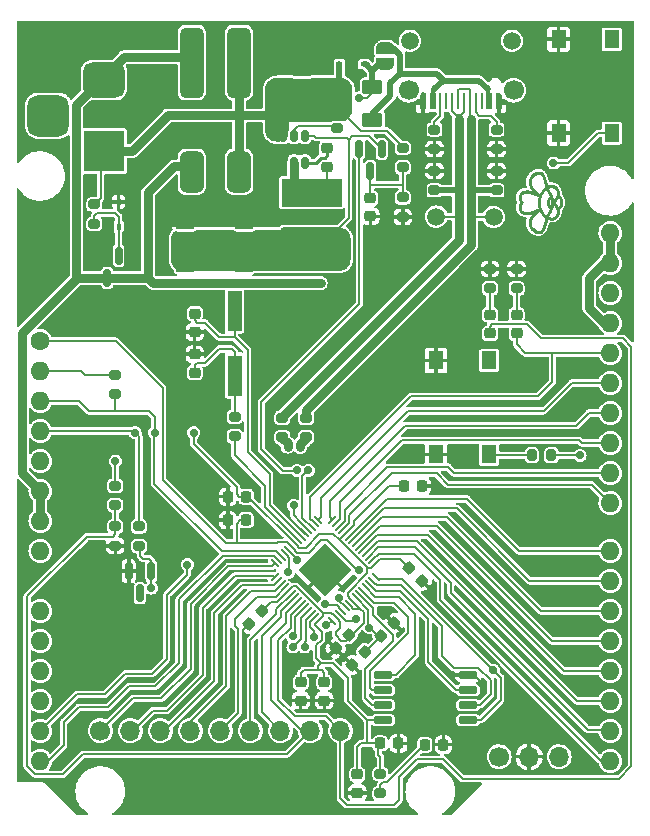
<source format=gbr>
%TF.GenerationSoftware,KiCad,Pcbnew,(6.0.8)*%
%TF.CreationDate,2022-12-17T17:30:56+01:00*%
%TF.ProjectId,anac_2040,616e6163-5f32-4303-9430-2e6b69636164,rev?*%
%TF.SameCoordinates,Original*%
%TF.FileFunction,Copper,L1,Top*%
%TF.FilePolarity,Positive*%
%FSLAX46Y46*%
G04 Gerber Fmt 4.6, Leading zero omitted, Abs format (unit mm)*
G04 Created by KiCad (PCBNEW (6.0.8)) date 2022-12-17 17:30:56*
%MOMM*%
%LPD*%
G01*
G04 APERTURE LIST*
G04 Aperture macros list*
%AMRoundRect*
0 Rectangle with rounded corners*
0 $1 Rounding radius*
0 $2 $3 $4 $5 $6 $7 $8 $9 X,Y pos of 4 corners*
0 Add a 4 corners polygon primitive as box body*
4,1,4,$2,$3,$4,$5,$6,$7,$8,$9,$2,$3,0*
0 Add four circle primitives for the rounded corners*
1,1,$1+$1,$2,$3*
1,1,$1+$1,$4,$5*
1,1,$1+$1,$6,$7*
1,1,$1+$1,$8,$9*
0 Add four rect primitives between the rounded corners*
20,1,$1+$1,$2,$3,$4,$5,0*
20,1,$1+$1,$4,$5,$6,$7,0*
20,1,$1+$1,$6,$7,$8,$9,0*
20,1,$1+$1,$8,$9,$2,$3,0*%
%AMRotRect*
0 Rectangle, with rotation*
0 The origin of the aperture is its center*
0 $1 length*
0 $2 width*
0 $3 Rotation angle, in degrees counterclockwise*
0 Add horizontal line*
21,1,$1,$2,0,0,$3*%
%AMOutline5P*
0 Free polygon, 5 corners , with rotation*
0 The origin of the aperture is its center*
0 number of corners: always 5*
0 $1 to $10 corner X, Y*
0 $11 Rotation angle, in degrees counterclockwise*
0 create outline with 5 corners*
4,1,5,$1,$2,$3,$4,$5,$6,$7,$8,$9,$10,$1,$2,$11*%
%AMOutline6P*
0 Free polygon, 6 corners , with rotation*
0 The origin of the aperture is its center*
0 number of corners: always 6*
0 $1 to $12 corner X, Y*
0 $13 Rotation angle, in degrees counterclockwise*
0 create outline with 6 corners*
4,1,6,$1,$2,$3,$4,$5,$6,$7,$8,$9,$10,$11,$12,$1,$2,$13*%
%AMOutline7P*
0 Free polygon, 7 corners , with rotation*
0 The origin of the aperture is its center*
0 number of corners: always 7*
0 $1 to $14 corner X, Y*
0 $15 Rotation angle, in degrees counterclockwise*
0 create outline with 7 corners*
4,1,7,$1,$2,$3,$4,$5,$6,$7,$8,$9,$10,$11,$12,$13,$14,$1,$2,$15*%
%AMOutline8P*
0 Free polygon, 8 corners , with rotation*
0 The origin of the aperture is its center*
0 number of corners: always 8*
0 $1 to $16 corner X, Y*
0 $17 Rotation angle, in degrees counterclockwise*
0 create outline with 8 corners*
4,1,8,$1,$2,$3,$4,$5,$6,$7,$8,$9,$10,$11,$12,$13,$14,$15,$16,$1,$2,$17*%
%AMFreePoly0*
4,1,22,0.500000,-0.750000,0.000000,-0.750000,0.000000,-0.745033,-0.079941,-0.743568,-0.215256,-0.701293,-0.333266,-0.622738,-0.424486,-0.514219,-0.481581,-0.384460,-0.499164,-0.250000,-0.500000,-0.250000,-0.500000,0.250000,-0.499164,0.250000,-0.499963,0.256109,-0.478152,0.396186,-0.417904,0.524511,-0.324060,0.630769,-0.204165,0.706417,-0.067858,0.745374,0.000000,0.744959,0.000000,0.750000,
0.500000,0.750000,0.500000,-0.750000,0.500000,-0.750000,$1*%
%AMFreePoly1*
4,1,20,0.000000,0.744959,0.073905,0.744508,0.209726,0.703889,0.328688,0.626782,0.421226,0.519385,0.479903,0.390333,0.500000,0.250000,0.500000,-0.250000,0.499851,-0.262216,0.476331,-0.402017,0.414519,-0.529596,0.319384,-0.634700,0.198574,-0.708877,0.061801,-0.746166,0.000000,-0.745033,0.000000,-0.750000,-0.500000,-0.750000,-0.500000,0.750000,0.000000,0.750000,0.000000,0.744959,
0.000000,0.744959,$1*%
G04 Aperture macros list end*
%TA.AperFunction,NonConductor*%
%ADD10C,0.225000*%
%TD*%
%TA.AperFunction,SMDPad,CuDef*%
%ADD11RoundRect,0.218750X0.218750X0.256250X-0.218750X0.256250X-0.218750X-0.256250X0.218750X-0.256250X0*%
%TD*%
%TA.AperFunction,SMDPad,CuDef*%
%ADD12RoundRect,0.218750X-0.256250X0.218750X-0.256250X-0.218750X0.256250X-0.218750X0.256250X0.218750X0*%
%TD*%
%TA.AperFunction,SMDPad,CuDef*%
%ADD13Outline5P,-0.275000X0.712500X0.275000X0.712500X0.275000X-0.712500X0.000000X-0.712500X-0.275000X-0.437500X180.000000*%
%TD*%
%TA.AperFunction,SMDPad,CuDef*%
%ADD14R,0.250000X1.450000*%
%TD*%
%TA.AperFunction,SMDPad,CuDef*%
%ADD15Outline5P,-0.275000X0.712500X0.275000X0.712500X0.275000X-0.437500X0.000000X-0.712500X-0.275000X-0.712500X180.000000*%
%TD*%
%TA.AperFunction,SMDPad,CuDef*%
%ADD16R,0.550000X1.125000*%
%TD*%
%TA.AperFunction,SMDPad,CuDef*%
%ADD17R,0.300000X1.450000*%
%TD*%
%TA.AperFunction,SMDPad,CuDef*%
%ADD18R,0.550000X1.075000*%
%TD*%
%TA.AperFunction,ComponentPad*%
%ADD19C,1.500000*%
%TD*%
%TA.AperFunction,ComponentPad*%
%ADD20C,1.700000*%
%TD*%
%TA.AperFunction,SMDPad,CuDef*%
%ADD21RoundRect,0.200000X-0.275000X0.200000X-0.275000X-0.200000X0.275000X-0.200000X0.275000X0.200000X0*%
%TD*%
%TA.AperFunction,SMDPad,CuDef*%
%ADD22RoundRect,0.150000X0.650000X0.150000X-0.650000X0.150000X-0.650000X-0.150000X0.650000X-0.150000X0*%
%TD*%
%TA.AperFunction,SMDPad,CuDef*%
%ADD23RoundRect,0.225000X-0.250000X0.225000X-0.250000X-0.225000X0.250000X-0.225000X0.250000X0.225000X0*%
%TD*%
%TA.AperFunction,SMDPad,CuDef*%
%ADD24RoundRect,0.225000X-0.017678X0.335876X-0.335876X0.017678X0.017678X-0.335876X0.335876X-0.017678X0*%
%TD*%
%TA.AperFunction,SMDPad,CuDef*%
%ADD25RoundRect,0.200000X0.275000X-0.200000X0.275000X0.200000X-0.275000X0.200000X-0.275000X-0.200000X0*%
%TD*%
%TA.AperFunction,SMDPad,CuDef*%
%ADD26RoundRect,0.050000X0.238649X0.309359X-0.309359X-0.238649X-0.238649X-0.309359X0.309359X0.238649X0*%
%TD*%
%TA.AperFunction,SMDPad,CuDef*%
%ADD27RoundRect,0.050000X-0.238649X0.309359X-0.309359X0.238649X0.238649X-0.309359X0.309359X-0.238649X0*%
%TD*%
%TA.AperFunction,SMDPad,CuDef*%
%ADD28RotRect,3.200000X3.200000X225.000000*%
%TD*%
%TA.AperFunction,SMDPad,CuDef*%
%ADD29RoundRect,0.225000X0.017678X-0.335876X0.335876X-0.017678X-0.017678X0.335876X-0.335876X0.017678X0*%
%TD*%
%TA.AperFunction,SMDPad,CuDef*%
%ADD30R,5.100000X2.350000*%
%TD*%
%TA.AperFunction,ComponentPad*%
%ADD31O,1.700000X1.700000*%
%TD*%
%TA.AperFunction,SMDPad,CuDef*%
%ADD32RoundRect,0.225000X0.250000X-0.225000X0.250000X0.225000X-0.250000X0.225000X-0.250000X-0.225000X0*%
%TD*%
%TA.AperFunction,SMDPad,CuDef*%
%ADD33R,1.300000X1.550000*%
%TD*%
%TA.AperFunction,ComponentPad*%
%ADD34R,3.500000X3.500000*%
%TD*%
%TA.AperFunction,ComponentPad*%
%ADD35RoundRect,0.750000X-1.000000X0.750000X-1.000000X-0.750000X1.000000X-0.750000X1.000000X0.750000X0*%
%TD*%
%TA.AperFunction,ComponentPad*%
%ADD36RoundRect,0.875000X-0.875000X0.875000X-0.875000X-0.875000X0.875000X-0.875000X0.875000X0.875000X0*%
%TD*%
%TA.AperFunction,SMDPad,CuDef*%
%ADD37FreePoly0,270.000000*%
%TD*%
%TA.AperFunction,SMDPad,CuDef*%
%ADD38FreePoly1,270.000000*%
%TD*%
%TA.AperFunction,SMDPad,CuDef*%
%ADD39RoundRect,0.225000X-0.225000X-0.250000X0.225000X-0.250000X0.225000X0.250000X-0.225000X0.250000X0*%
%TD*%
%TA.AperFunction,SMDPad,CuDef*%
%ADD40C,1.500000*%
%TD*%
%TA.AperFunction,SMDPad,CuDef*%
%ADD41RoundRect,0.150000X-0.150000X0.587500X-0.150000X-0.587500X0.150000X-0.587500X0.150000X0.587500X0*%
%TD*%
%TA.AperFunction,SMDPad,CuDef*%
%ADD42R,0.450000X0.600000*%
%TD*%
%TA.AperFunction,SMDPad,CuDef*%
%ADD43RoundRect,0.500000X0.500000X-1.250000X0.500000X1.250000X-0.500000X1.250000X-0.500000X-1.250000X0*%
%TD*%
%TA.AperFunction,SMDPad,CuDef*%
%ADD44RoundRect,0.500000X0.500000X-2.500000X0.500000X2.500000X-0.500000X2.500000X-0.500000X-2.500000X0*%
%TD*%
%TA.AperFunction,SMDPad,CuDef*%
%ADD45RoundRect,0.225000X-0.335876X-0.017678X-0.017678X-0.335876X0.335876X0.017678X0.017678X0.335876X0*%
%TD*%
%TA.AperFunction,SMDPad,CuDef*%
%ADD46RoundRect,0.250000X0.550000X-1.050000X0.550000X1.050000X-0.550000X1.050000X-0.550000X-1.050000X0*%
%TD*%
%TA.AperFunction,SMDPad,CuDef*%
%ADD47RoundRect,0.150000X-0.150000X0.350000X-0.150000X-0.350000X0.150000X-0.350000X0.150000X0.350000X0*%
%TD*%
%TA.AperFunction,SMDPad,CuDef*%
%ADD48RoundRect,0.250000X-0.625000X0.375000X-0.625000X-0.375000X0.625000X-0.375000X0.625000X0.375000X0*%
%TD*%
%TA.AperFunction,SMDPad,CuDef*%
%ADD49R,1.200000X3.500000*%
%TD*%
%TA.AperFunction,SMDPad,CuDef*%
%ADD50RoundRect,0.200000X-0.200000X-0.275000X0.200000X-0.275000X0.200000X0.275000X-0.200000X0.275000X0*%
%TD*%
%TA.AperFunction,SMDPad,CuDef*%
%ADD51R,0.600000X0.450000*%
%TD*%
%TA.AperFunction,ComponentPad*%
%ADD52C,1.600000*%
%TD*%
%TA.AperFunction,ComponentPad*%
%ADD53O,1.600000X1.600000*%
%TD*%
%TA.AperFunction,ViaPad*%
%ADD54C,0.700000*%
%TD*%
%TA.AperFunction,Conductor*%
%ADD55C,0.200000*%
%TD*%
%TA.AperFunction,Conductor*%
%ADD56C,0.750000*%
%TD*%
%TA.AperFunction,Conductor*%
%ADD57C,0.500000*%
%TD*%
%TA.AperFunction,Conductor*%
%ADD58C,0.300000*%
%TD*%
%TA.AperFunction,Conductor*%
%ADD59C,0.400000*%
%TD*%
%TA.AperFunction,Conductor*%
%ADD60C,0.250000*%
%TD*%
%TA.AperFunction,Conductor*%
%ADD61C,0.800000*%
%TD*%
G04 APERTURE END LIST*
D10*
X172334585Y-69699647D02*
X172237591Y-69682119D01*
X172498706Y-69397898D02*
X172542750Y-69456885D01*
X173772570Y-69449168D02*
X173832940Y-69539227D01*
X173081783Y-70518431D02*
X173080391Y-70555129D01*
X173999239Y-70208088D02*
X174021298Y-70185123D01*
X172901065Y-69907119D02*
X172776998Y-69848461D01*
X172330815Y-68662351D02*
X172312063Y-68733930D01*
X174219480Y-70591062D02*
X174219480Y-70591062D01*
X174999755Y-70630590D02*
X174995135Y-70670538D01*
X172542750Y-71728115D02*
X172637569Y-71615499D01*
X171662202Y-69769720D02*
X171615788Y-69803812D01*
X172420085Y-71909928D02*
X172457636Y-71847740D01*
X172304285Y-68944432D02*
X172316028Y-69012850D01*
X174354139Y-69251185D02*
X174310224Y-69235804D01*
X174103847Y-70051418D02*
X174121956Y-70099777D01*
X174114670Y-69214209D02*
X174061260Y-69219755D01*
X171461071Y-70935876D02*
X171473641Y-70878137D01*
X171904938Y-69680035D02*
X171835751Y-69694743D01*
X173439042Y-68311572D02*
X173410219Y-68266365D01*
X171547826Y-70704036D02*
X171584811Y-70646898D01*
X174157701Y-70215879D02*
X174172853Y-70277819D01*
X173086836Y-70738118D02*
X173083944Y-70702547D01*
X173010266Y-73114770D02*
X172957359Y-73104809D01*
X174611347Y-71020064D02*
X174628369Y-71055594D01*
X174819866Y-70162119D02*
X174803076Y-70147890D01*
X173283913Y-69815519D02*
X173257801Y-69861992D01*
X173379602Y-68225269D02*
X173347112Y-68188464D01*
X174703900Y-70083272D02*
X174680823Y-70071758D01*
X173771595Y-71862118D02*
X173709772Y-71825110D01*
X173440795Y-69593682D02*
X173405333Y-69636415D01*
X174640886Y-71655975D02*
X174619753Y-71696906D01*
X172358558Y-72594765D02*
X172330815Y-72522649D01*
X174700235Y-71327687D02*
X174701880Y-71377714D01*
X173108404Y-68067886D02*
X173060588Y-68066188D01*
X174890140Y-70238991D02*
X174877815Y-70222902D01*
X174140719Y-70156238D02*
X174157701Y-70215879D01*
X174995135Y-70670538D02*
X174988795Y-70709959D01*
X171714354Y-71443493D02*
X171662202Y-71413553D01*
X174548799Y-70272799D02*
X174571550Y-70236596D01*
X172651294Y-68225131D02*
X172570387Y-68298416D01*
X173686389Y-69190936D02*
X173660252Y-69028355D01*
X174694975Y-71277129D02*
X174700235Y-71327687D01*
X174061260Y-69219755D02*
X174006221Y-69230063D01*
X173165150Y-70052599D02*
X173165150Y-70052599D01*
X174766823Y-71064303D02*
X174746919Y-71077248D01*
X172501207Y-68371671D02*
X172443207Y-68444793D01*
X173186889Y-70004378D02*
X173165150Y-70052599D01*
X174103847Y-71133458D02*
X174121956Y-71085103D01*
X173196837Y-73097222D02*
X173153794Y-73109856D01*
X174021298Y-70999143D02*
X174044679Y-71021494D01*
X172651294Y-72959866D02*
X172570387Y-72886581D01*
X171575141Y-71341091D02*
X171540289Y-71299285D01*
X174524161Y-70308845D02*
X174548799Y-70272799D01*
X171540289Y-69883510D02*
X171511262Y-69928405D01*
X174686026Y-69662190D02*
X174674113Y-69616206D01*
X173094667Y-70377130D02*
X173090423Y-70411687D01*
X173372086Y-71504822D02*
X173340882Y-71460385D01*
X174084487Y-71181470D02*
X174103847Y-71133458D01*
X174140719Y-71028529D02*
X174157701Y-70968581D01*
X171615788Y-71379300D02*
X171575141Y-71341091D01*
X172737714Y-71510701D02*
X172838809Y-71414531D01*
X173196837Y-68087777D02*
X173153794Y-68075143D01*
X174611347Y-70164572D02*
X174628369Y-70129176D01*
X172357733Y-72038547D02*
X172386602Y-71973564D01*
X174619753Y-71696906D02*
X174595727Y-71735767D01*
X174121956Y-71085103D02*
X174121956Y-71085103D01*
X173117481Y-70941568D02*
X173104980Y-70875466D01*
X173995517Y-71370346D02*
X174019390Y-71323575D01*
X173873539Y-70496525D02*
X173880065Y-70454226D01*
X174656599Y-70060684D02*
X174656599Y-70060684D01*
X173372086Y-69680035D02*
X173340882Y-69724471D01*
X173869141Y-70640407D02*
X173873539Y-70685777D01*
X174785707Y-71050908D02*
X174766823Y-71064303D01*
X171772213Y-69714830D02*
X171714354Y-69739941D01*
X174299868Y-70643390D02*
X174337380Y-70672508D01*
X174703952Y-71101736D02*
X174680836Y-71113252D01*
X173186889Y-71180471D02*
X173165150Y-71132247D01*
X174406981Y-70447203D02*
X174439046Y-70413913D01*
X173131873Y-71006251D02*
X173117481Y-70941568D01*
X173944811Y-69721794D02*
X173970641Y-69768026D01*
X174643456Y-71090380D02*
X174656599Y-71124201D01*
X173832242Y-71893401D02*
X173771595Y-71862118D01*
X173083944Y-70482309D02*
X173081783Y-70518431D01*
X171584811Y-70646898D02*
X171627973Y-70590804D01*
X173562204Y-69471489D02*
X173519058Y-69511150D01*
X173519058Y-69511150D02*
X173478646Y-69551904D01*
X174186128Y-70842351D02*
X174197477Y-70777966D01*
X174988795Y-70709959D02*
X174980531Y-70748743D01*
X174157701Y-70968581D02*
X174172853Y-70906205D01*
X173405333Y-69636415D02*
X173372086Y-69680035D01*
X173153794Y-68075143D02*
X173108404Y-68067886D01*
X174172853Y-70277819D02*
X174186128Y-70341172D01*
X174864653Y-70207156D02*
X174850626Y-70191767D01*
X171453993Y-71048773D02*
X171454531Y-70992874D01*
X174469273Y-70379616D02*
X174497648Y-70344522D01*
X173117481Y-70243284D02*
X173104980Y-70309386D01*
X173660252Y-72156643D02*
X173630730Y-72311471D01*
X174924124Y-70895299D02*
X174903161Y-70929241D01*
X173108404Y-73117113D02*
X173060588Y-73118811D01*
X173709772Y-69359760D02*
X173657388Y-69395725D01*
X174746728Y-70107754D02*
X174725860Y-70095276D01*
X173970641Y-69768026D02*
X173995517Y-69814520D01*
X172357733Y-69146453D02*
X172386602Y-69211436D01*
X174968074Y-70396772D02*
X174955361Y-70359964D01*
X174507197Y-71838013D02*
X174472504Y-71866674D01*
X172395839Y-72667318D02*
X172358558Y-72594765D01*
X174216245Y-71968252D02*
X174166362Y-71971655D01*
X173237611Y-73079392D02*
X173196837Y-73097222D01*
X172457636Y-69337260D02*
X172498706Y-69397898D01*
X174084487Y-70003403D02*
X174103847Y-70051418D01*
X171488090Y-69976189D02*
X171470801Y-70026506D01*
X173080391Y-70555129D02*
X173079804Y-70592433D01*
X171511262Y-69928405D02*
X171488090Y-69976189D01*
X174524161Y-70874931D02*
X174548799Y-70911225D01*
X174803076Y-70147890D02*
X174785309Y-70134076D01*
X174680823Y-70071758D02*
X174656599Y-70060747D01*
X172312063Y-68733930D02*
X172301755Y-68804871D01*
X174879042Y-70961883D02*
X174865736Y-70977682D01*
X173083944Y-70702547D02*
X173081783Y-70666427D01*
X174219480Y-70591062D02*
X174219480Y-70591061D01*
X173257801Y-71322863D02*
X173233042Y-71275848D01*
X174865736Y-70977682D02*
X174851564Y-70993115D01*
X174903161Y-70929241D02*
X174891509Y-70945731D01*
X174595727Y-69449116D02*
X174568899Y-69412516D01*
X174922379Y-70289164D02*
X174901657Y-70255407D01*
X173959413Y-70925500D02*
X173978584Y-70951376D01*
X174219480Y-70591100D02*
X174219480Y-70591100D01*
X174044679Y-71021494D02*
X174069303Y-71043128D01*
X173709772Y-71825110D02*
X173709772Y-71825110D01*
X174095089Y-70120667D02*
X174121956Y-70099832D01*
X171459426Y-70079002D02*
X171453993Y-70133319D01*
X174373088Y-70703314D02*
X174406981Y-70735587D01*
X172146101Y-69671750D02*
X172060142Y-69668183D01*
X173630730Y-68873527D02*
X173597191Y-68727900D01*
X174680836Y-71113252D02*
X174656599Y-71124263D01*
X174497648Y-70344522D02*
X174524161Y-70308845D01*
X174628369Y-71055594D02*
X174643456Y-71090380D01*
X174568899Y-69412516D02*
X174539359Y-69378371D01*
X174877815Y-70222902D02*
X174864653Y-70207156D01*
X172237591Y-71502340D02*
X172146101Y-71512583D01*
X174700235Y-69857197D02*
X174701880Y-69807169D01*
X172443207Y-72740206D02*
X172395839Y-72667318D01*
X171473641Y-70878137D02*
X171492271Y-70820012D01*
X172782343Y-73037595D02*
X172718308Y-73002143D01*
X174121956Y-70099777D02*
X174121956Y-70099777D01*
X174044679Y-70163064D02*
X174069303Y-70141662D01*
X174216245Y-69216635D02*
X174166362Y-69213233D01*
X172316028Y-69012850D02*
X172334026Y-69080224D01*
X172782343Y-68147403D02*
X172718308Y-68182854D01*
X173081783Y-70666427D02*
X173080391Y-70629731D01*
X173709772Y-69359781D02*
X173772570Y-69449168D01*
X172843477Y-73066403D02*
X172782343Y-73037595D01*
X171470801Y-71155845D02*
X171459426Y-71103215D01*
X172457636Y-71847740D02*
X172498706Y-71787102D01*
X172542750Y-69456885D02*
X172637569Y-69569501D01*
X173233042Y-69909005D02*
X173209462Y-69956491D01*
X173949646Y-71939562D02*
X173891622Y-71919152D01*
X175002860Y-70590225D02*
X174999755Y-70630590D01*
X174206850Y-70468589D02*
X174214201Y-70530885D01*
X172658288Y-69798741D02*
X172544962Y-69757602D01*
X173147861Y-70115113D02*
X173131873Y-70178600D01*
X172334026Y-69080224D02*
X172357733Y-69146453D01*
X174337380Y-70672508D02*
X174373088Y-70703314D01*
X173165150Y-70052599D02*
X173147861Y-70115113D01*
X172544962Y-69757602D02*
X172437051Y-69724690D01*
X173925846Y-70868618D02*
X173941807Y-70897991D01*
X172737714Y-69674299D02*
X172838809Y-69770469D01*
X172718308Y-73002143D02*
X172651294Y-72959866D01*
X172570387Y-68298416D02*
X172501207Y-68371671D01*
X175002860Y-70590198D02*
X174998988Y-70550653D01*
X172776998Y-69848461D02*
X172658288Y-69798741D01*
X173060588Y-73118811D02*
X173010266Y-73114770D01*
X172316028Y-72172150D02*
X172334026Y-72104776D01*
X172838809Y-71414531D02*
X173165150Y-71132330D01*
X174219480Y-70591061D02*
X174260564Y-70566011D01*
X173597191Y-72457098D02*
X173559003Y-72592075D01*
X174539359Y-71806513D02*
X174507197Y-71838013D01*
X174264229Y-69224223D02*
X174216245Y-69216635D01*
X174980531Y-70748743D02*
X174970136Y-70786779D01*
X173080391Y-70629731D02*
X173079804Y-70592431D01*
X174998988Y-70550653D02*
X174993799Y-70511420D01*
X173880065Y-70454226D02*
X173888640Y-70415069D01*
X173165150Y-70052670D02*
X173030459Y-69975070D01*
X174131557Y-71057297D02*
X174140719Y-71028529D01*
X174836501Y-71008168D02*
X174820521Y-71022827D01*
X173959413Y-70257727D02*
X173978584Y-70232206D01*
X174970136Y-70786779D02*
X174957407Y-70823958D01*
X174940205Y-70324055D02*
X174922379Y-70289164D01*
X173891622Y-69265738D02*
X173832242Y-69291489D01*
X174694685Y-71475409D02*
X174686026Y-71522693D01*
X172060142Y-69668183D02*
X171979744Y-69671063D01*
X174310224Y-71949082D02*
X174264229Y-71960664D01*
X174166362Y-69213233D02*
X174114670Y-69214209D01*
X173276195Y-73056547D02*
X173237611Y-73079392D01*
X172312063Y-72451069D02*
X172301755Y-72380129D01*
X171454531Y-70189103D02*
X171461071Y-70245997D01*
X173257801Y-69861992D02*
X173233042Y-69909005D01*
X173410219Y-68266365D02*
X173379602Y-68225269D01*
X173899182Y-70378807D02*
X173911611Y-70345190D01*
X174592404Y-70984012D02*
X174611347Y-71020064D01*
X173709772Y-71825110D02*
X173772570Y-71735714D01*
X173060588Y-68066188D02*
X173010266Y-68070228D01*
X173608256Y-71751863D02*
X173562204Y-71713366D01*
X173911611Y-70837153D02*
X173925846Y-70868618D01*
X172334026Y-72104776D02*
X172357733Y-72038547D01*
X173165150Y-71132330D02*
X173165150Y-71132330D01*
X174373088Y-70479270D02*
X174406981Y-70447203D01*
X173995517Y-69814520D02*
X174019390Y-69861292D01*
X171835751Y-71489009D02*
X171772213Y-71468765D01*
X174674113Y-69616206D02*
X174659036Y-69571715D01*
X172386602Y-71973564D02*
X172420085Y-71909928D01*
X174214201Y-70530885D02*
X174219480Y-70591062D01*
X174063924Y-71229150D02*
X174084487Y-71181470D01*
X172386602Y-69211436D02*
X172420085Y-69275072D01*
X172299345Y-68875072D02*
X172304285Y-68944432D01*
X174548799Y-70911225D02*
X174571550Y-70947659D01*
X173010266Y-68070228D02*
X172957359Y-68080189D01*
X174835707Y-70176750D02*
X174819866Y-70162119D01*
X173978584Y-70232206D02*
X173999239Y-70208088D01*
X174673247Y-70009691D02*
X174686009Y-69958650D01*
X174439046Y-70769107D02*
X174469273Y-70803651D01*
X173709772Y-69359781D02*
X173709772Y-69359781D01*
X174659036Y-69571715D02*
X174640886Y-69528908D01*
X172498706Y-71787102D02*
X172542750Y-71728115D01*
X173283913Y-71369337D02*
X173257801Y-71322863D01*
X174019390Y-69861292D02*
X174042208Y-69908354D01*
X173515532Y-68470042D02*
X173466149Y-68360707D01*
X174701880Y-69807169D02*
X174700000Y-69757864D01*
X172776998Y-71336453D02*
X172658288Y-71386110D01*
X171453993Y-70133319D02*
X171454531Y-70189103D01*
X173559003Y-68592923D02*
X173515532Y-68470042D01*
X172901065Y-71277842D02*
X172776998Y-71336453D01*
X172301755Y-72380129D02*
X172299345Y-72309928D01*
X173466149Y-72824291D02*
X173439042Y-72873427D01*
X172437051Y-71459990D02*
X172334585Y-71484928D01*
X174006221Y-71954826D02*
X173949646Y-71939562D01*
X174260564Y-70566011D02*
X174299868Y-70538887D01*
X172443207Y-68444793D02*
X172395839Y-68517681D01*
X173941807Y-70284899D02*
X173959413Y-70257727D01*
X174435370Y-71892304D02*
X174395885Y-71914710D01*
X173347112Y-68188464D02*
X173312670Y-68156132D01*
X174019390Y-71323575D02*
X174042208Y-71276514D01*
X174131557Y-70127555D02*
X174140719Y-70156238D01*
X173379602Y-72959730D02*
X173347112Y-72996535D01*
X173949646Y-69245327D02*
X173891622Y-69265738D01*
X173440795Y-71591175D02*
X173405333Y-71548442D01*
X171615788Y-69803812D02*
X171575141Y-69841861D01*
X171516989Y-70761859D02*
X171547826Y-70704036D01*
X172637569Y-71615499D02*
X172737714Y-71510701D01*
X174095089Y-71064276D02*
X174121956Y-71085166D01*
X174121956Y-71085103D02*
X174131557Y-71057297D01*
X174993799Y-70511420D02*
X174987067Y-70472618D01*
X173478646Y-71632952D02*
X173440795Y-71591175D01*
X173873539Y-70685777D02*
X173880065Y-70727907D01*
X174439046Y-70413913D02*
X174469273Y-70379616D01*
X173094667Y-70807723D02*
X173090423Y-70773167D01*
X174592404Y-70200449D02*
X174611347Y-70164572D01*
X174686009Y-71226234D02*
X174694975Y-71277129D01*
X173941807Y-70897991D02*
X173959413Y-70925500D01*
X174851564Y-70993115D02*
X174836501Y-71008168D01*
X174619753Y-69487977D02*
X174595727Y-69449116D01*
X173832940Y-71645648D02*
X173890487Y-71554804D01*
X173104980Y-70309386D02*
X173094667Y-70377130D01*
X172570387Y-72886581D02*
X172501207Y-72813327D01*
X172146101Y-71512583D02*
X172060142Y-71516014D01*
X174197477Y-70405057D02*
X174206850Y-70468589D01*
X173709772Y-69359823D02*
X173686389Y-69190936D01*
X174659036Y-71613168D02*
X174640886Y-71655975D01*
X174955361Y-70359964D02*
X174940205Y-70324055D01*
X174337380Y-70509902D02*
X174373088Y-70479270D01*
X174435370Y-69292581D02*
X174395885Y-69270175D01*
X171470801Y-70026506D02*
X171459426Y-70079002D01*
X171547826Y-70477564D02*
X171584811Y-70534675D01*
X172334585Y-71484928D02*
X172237591Y-71502340D01*
X172957359Y-73104809D02*
X172901789Y-73088747D01*
X173869141Y-70542215D02*
X173873539Y-70496525D01*
X174978567Y-70434362D02*
X174968074Y-70396772D01*
X174539359Y-69378371D02*
X174507197Y-69346871D01*
X171516989Y-70419786D02*
X171547826Y-70477564D01*
X173030459Y-71209920D02*
X172901065Y-71277842D01*
X174042208Y-71276514D02*
X174063924Y-71229150D01*
X171979744Y-71512991D02*
X171904938Y-71503871D01*
X174472504Y-69318211D02*
X174435370Y-69292581D01*
X172901789Y-73088747D02*
X172843477Y-73066403D01*
X174063924Y-69955719D02*
X174084487Y-70003403D01*
X174656599Y-71124201D02*
X174656599Y-71124201D01*
X172395839Y-68517681D02*
X172358558Y-68590234D01*
X173347112Y-72996535D02*
X173312670Y-73028867D01*
X173771595Y-69322773D02*
X173709772Y-69359781D01*
X173597191Y-68727900D02*
X173559003Y-68592923D01*
X171772213Y-71468765D02*
X171714354Y-71443493D01*
X174069303Y-71043128D02*
X174095089Y-71064276D01*
X174469273Y-70803651D02*
X174497648Y-70839000D01*
X174507197Y-69346871D02*
X174472504Y-69318211D01*
X173147861Y-71069736D02*
X173131873Y-71006251D01*
X173832242Y-69291489D02*
X173771595Y-69322773D01*
X173090423Y-70773167D02*
X173086836Y-70738118D01*
X174686009Y-69958650D02*
X174694975Y-69907755D01*
X173657388Y-69395725D02*
X173608256Y-69432992D01*
X171904938Y-71503871D02*
X171835751Y-71489009D01*
X174694975Y-69907755D02*
X174700235Y-69857197D01*
X173165150Y-70052670D02*
X173165150Y-70052670D01*
X173466149Y-68360707D02*
X173439042Y-68311572D01*
X171575141Y-69841861D02*
X171540289Y-69883510D01*
X174121956Y-70099777D02*
X174131557Y-70127555D01*
X172437051Y-69724690D02*
X172334585Y-69699647D01*
X174901657Y-70255407D02*
X174890140Y-70238991D01*
X171454531Y-70992874D02*
X171461071Y-70935876D01*
X172651294Y-68225131D02*
X172651294Y-68225131D01*
X171492271Y-70361694D02*
X171516989Y-70419786D01*
X174942138Y-70860168D02*
X174924124Y-70895299D01*
X174640886Y-69528908D02*
X174619753Y-69487977D01*
X174700000Y-69757864D02*
X174694685Y-69709473D01*
X172358558Y-68590234D02*
X172330815Y-68662351D01*
X174674113Y-71568676D02*
X174659036Y-71613168D01*
X172304285Y-72240568D02*
X172316028Y-72172150D01*
X171492271Y-70820012D02*
X171516989Y-70761859D01*
X174186128Y-70341172D02*
X174197477Y-70405057D01*
X174214201Y-70651392D02*
X174219480Y-70591100D01*
X172838809Y-69770469D02*
X173165150Y-70052670D01*
X173165150Y-71132247D02*
X173147861Y-71069736D01*
X173515532Y-72714956D02*
X173466149Y-72824291D01*
X173311549Y-69769656D02*
X173283913Y-69815519D01*
X173866952Y-70591546D02*
X173869141Y-70542215D01*
X172901789Y-68096251D02*
X172843477Y-68118596D01*
X173866952Y-70591569D02*
X173869141Y-70640407D01*
X173944811Y-71463073D02*
X173970641Y-71416840D01*
X173478646Y-69551904D02*
X173440795Y-69593682D01*
X172060142Y-71516014D02*
X171979744Y-71512991D01*
X174595727Y-71735767D02*
X174568899Y-71772367D01*
X173131873Y-70178600D02*
X173117481Y-70243284D01*
X173340882Y-69724471D02*
X173311549Y-69769656D01*
X173970641Y-71416840D02*
X173995517Y-71370346D01*
X172301755Y-68804871D02*
X172299345Y-68875072D01*
X173630730Y-72311471D02*
X173597191Y-72457098D01*
X174746919Y-71077248D02*
X174725971Y-71089731D01*
X174219480Y-70591104D02*
X174260564Y-70616182D01*
X174206850Y-70713997D02*
X174214201Y-70651392D01*
X173237611Y-68105607D02*
X173196837Y-68087777D01*
X172651294Y-72959866D02*
X172651294Y-72959866D01*
X171473641Y-70303646D02*
X171492271Y-70361694D01*
X171461071Y-70245997D02*
X171473641Y-70303646D01*
X173709772Y-71825174D02*
X173686389Y-71994061D01*
X173233042Y-71275848D02*
X173209462Y-71228361D01*
X173888640Y-70767026D02*
X173899182Y-70803365D01*
X173276195Y-68128452D02*
X173237611Y-68105607D01*
X174069303Y-70141662D02*
X174095089Y-70120667D01*
X174701880Y-71377714D02*
X174700000Y-71427019D01*
X171511262Y-71254237D02*
X171488090Y-71206304D01*
X173891622Y-71919152D02*
X173832242Y-71893401D01*
X174197477Y-70777966D02*
X174206850Y-70713997D01*
X173709772Y-71825094D02*
X173657388Y-71789129D01*
X173165150Y-71132330D02*
X173030459Y-71209920D01*
X173978584Y-70951376D02*
X173999239Y-70975847D01*
X173090423Y-70411687D02*
X173086836Y-70446737D01*
X172237591Y-69682119D02*
X172146101Y-69671750D01*
X174686026Y-71522693D02*
X174674113Y-71568676D01*
X174656599Y-71124201D02*
X174673247Y-71175194D01*
X171540289Y-71299285D02*
X171511262Y-71254237D01*
X174568899Y-71772367D02*
X174539359Y-71806513D01*
X173104980Y-70875466D02*
X173094667Y-70807723D01*
X174694685Y-69709473D02*
X174686026Y-69662190D01*
X173686389Y-71994061D02*
X173660252Y-72156643D01*
X174172853Y-70906205D02*
X174186128Y-70842351D01*
X171584811Y-70534675D02*
X171627973Y-70590761D01*
X174021298Y-70185123D02*
X174044679Y-70163064D01*
X173086836Y-70446737D02*
X173083944Y-70482309D01*
X171488090Y-71206304D02*
X171470801Y-71155845D01*
X174820521Y-71022827D02*
X174803598Y-71037078D01*
X174264229Y-71960664D02*
X174216245Y-71968252D01*
X172501207Y-72813327D02*
X172443207Y-72740206D01*
X173899182Y-70803365D02*
X173911611Y-70837153D01*
X174987067Y-70472618D02*
X174978567Y-70434362D01*
X173888640Y-70415069D02*
X173899182Y-70378807D01*
X174061260Y-71965134D02*
X174006221Y-71954826D01*
X174766535Y-70120692D02*
X174746728Y-70107754D01*
X171459426Y-71103215D02*
X171453993Y-71048773D01*
X171979744Y-69671063D02*
X171904938Y-69680035D01*
X173209462Y-71228361D02*
X173186889Y-71180471D01*
X173832940Y-69539227D02*
X173890487Y-69630066D01*
X173657388Y-71789129D02*
X173608256Y-71751863D01*
X172420085Y-69275072D02*
X172457636Y-69337260D01*
X173925846Y-70313970D02*
X173941807Y-70284899D01*
X173608256Y-69432992D02*
X173562204Y-69471489D01*
X174114670Y-71970679D02*
X174061260Y-71965134D01*
X174395885Y-71914710D02*
X174354139Y-71933700D01*
X174497648Y-70839000D02*
X174524161Y-70874931D01*
X172637569Y-69569501D02*
X172737714Y-69674299D01*
X173405333Y-71548442D02*
X173372086Y-71504822D01*
X174219480Y-70591100D02*
X174219480Y-70591104D01*
X174310224Y-69235804D02*
X174264229Y-69224223D01*
X173312670Y-73028867D02*
X173276195Y-73056547D01*
X174643456Y-70094476D02*
X174656599Y-70060684D01*
X174395885Y-69270175D02*
X174354139Y-69251185D01*
X172718308Y-68182854D02*
X172651294Y-68225131D01*
X173311549Y-71415201D02*
X173283913Y-71369337D01*
X173209462Y-69956491D02*
X173186889Y-70004378D01*
X174628369Y-70129176D02*
X174643456Y-70094476D01*
X173312670Y-68156132D02*
X173276195Y-68128452D01*
X173562204Y-71713366D02*
X173519058Y-71673706D01*
X174725860Y-70095276D02*
X174703900Y-70083272D01*
X173410219Y-72918633D02*
X173379602Y-72959730D01*
X174803598Y-71037078D02*
X174785707Y-71050908D01*
X171714354Y-69739941D02*
X171662202Y-69769720D01*
X172957359Y-68080189D02*
X172901789Y-68096251D01*
X173340882Y-71460385D02*
X173311549Y-71415201D01*
X174299868Y-70538887D02*
X174337380Y-70509902D01*
X172544962Y-71427170D02*
X172437051Y-71459990D01*
X174406981Y-70735587D02*
X174439046Y-70769107D01*
X174260564Y-70616182D02*
X174299868Y-70643390D01*
X172299345Y-72309928D02*
X172304285Y-72240568D01*
X173880065Y-70727907D02*
X173888640Y-70767026D01*
X174700000Y-71427019D02*
X174694685Y-71475409D01*
X173890487Y-71554804D02*
X173944811Y-71463073D01*
X174042208Y-69908354D02*
X174063924Y-69955719D01*
X174957407Y-70823958D02*
X174942138Y-70860168D01*
X173030459Y-69975070D02*
X172901065Y-69907119D01*
X173559003Y-72592075D02*
X173515532Y-72714956D01*
X174673247Y-71175194D02*
X174686009Y-71226234D01*
X172843477Y-68118596D02*
X172782343Y-68147403D01*
X173439042Y-72873427D02*
X173410219Y-72918633D01*
X174850626Y-70191767D02*
X174835707Y-70176750D01*
X173660252Y-69028355D02*
X173630730Y-68873527D01*
X173772570Y-71735714D02*
X173832940Y-71645648D01*
X173911611Y-70345190D02*
X173925846Y-70313970D01*
X173165150Y-71132247D02*
X173165150Y-71132247D01*
X173890487Y-69630066D02*
X173944811Y-69721794D01*
X174656599Y-70060684D02*
X174673247Y-70009691D01*
X174472504Y-71866674D02*
X174435370Y-71892304D01*
X174166362Y-71971655D02*
X174114670Y-71970679D01*
X172330815Y-72522649D02*
X172312063Y-72451069D01*
X173153794Y-73109856D02*
X173108404Y-73117113D01*
X173519058Y-71673706D02*
X173478646Y-71632952D01*
X174785309Y-70134076D02*
X174766535Y-70120692D01*
X174006221Y-69230063D02*
X173949646Y-69245327D01*
X171662202Y-71413553D02*
X171615788Y-71379300D01*
X174354139Y-71933700D02*
X174310224Y-71949082D01*
X171835751Y-69694743D02*
X171772213Y-69714830D01*
X173999239Y-70975847D02*
X174021298Y-70999143D01*
X174571550Y-70236596D02*
X174592404Y-70200449D01*
X174891509Y-70945731D02*
X174879042Y-70961883D01*
X172658288Y-71386110D02*
X172544962Y-71427170D01*
X174571550Y-70947659D02*
X174592404Y-70984012D01*
X174725971Y-71089731D02*
X174703952Y-71101736D01*
D11*
%TO.P,D4,1,K*%
%TO.N,GND*%
X165011500Y-116501000D03*
%TO.P,D4,2,A*%
%TO.N,Net-(D4-Pad2)*%
X163436500Y-116501000D03*
%TD*%
D12*
%TO.P,D2,2,A*%
%TO.N,GPIO25*%
X168950000Y-81687500D03*
%TO.P,D2,1,K*%
%TO.N,Net-(D2-Pad1)*%
X168950000Y-80112500D03*
%TD*%
%TO.P,D3,1,K*%
%TO.N,Net-(D3-Pad1)*%
X171200000Y-80112500D03*
%TO.P,D3,2,A*%
%TO.N,GPIO13*%
X171200000Y-81687500D03*
%TD*%
D13*
%TO.P,J7,A1,GND*%
%TO.N,GND*%
X169725000Y-62025000D03*
D14*
%TO.P,J7,A4,VBUS*%
%TO.N,VBUS*%
X169075000Y-62012500D03*
%TO.P,J7,A5,CC1*%
%TO.N,Net-(J7-PadA5)*%
X167750000Y-62012500D03*
%TO.P,J7,A6,D+*%
%TO.N,D+*%
X166750000Y-62012500D03*
%TO.P,J7,A7,D-*%
%TO.N,D-*%
X166250000Y-62012500D03*
%TO.P,J7,A8,SBU1*%
%TO.N,unconnected-(J7-PadA8)*%
X165250000Y-62012500D03*
%TO.P,J7,A9,VBUS*%
%TO.N,VBUS*%
X163925000Y-62012500D03*
D15*
%TO.P,J7,A12,GND*%
%TO.N,GND*%
X163275000Y-62025000D03*
D16*
%TO.P,J7,B1,GND*%
X163275000Y-62175000D03*
D17*
%TO.P,J7,B4,VBUS*%
%TO.N,VBUS*%
X164200000Y-62012500D03*
D14*
%TO.P,J7,B5,CC2*%
%TO.N,Net-(J7-PadB5)*%
X164750000Y-62012500D03*
%TO.P,J7,B6,D+*%
%TO.N,D+*%
X165750000Y-62012500D03*
%TO.P,J7,B7,D-*%
%TO.N,D-*%
X167250000Y-62012500D03*
%TO.P,J7,B8,SBU2*%
%TO.N,unconnected-(J7-PadB8)*%
X168250000Y-62012500D03*
D17*
%TO.P,J7,B9,VBUS*%
%TO.N,VBUS*%
X168800000Y-62012500D03*
D18*
%TO.P,J7,B12,GND*%
%TO.N,GND*%
X169725000Y-62200000D03*
D19*
%TO.P,J7,S1,SHIELD*%
%TO.N,unconnected-(J7-PadS1)*%
X170820000Y-56912500D03*
X162180000Y-56912500D03*
D20*
X170950000Y-61092500D03*
X162050000Y-61092500D03*
%TD*%
D21*
%TO.P,R12,1*%
%TO.N,+3.3V*%
X159674000Y-118976000D03*
%TO.P,R12,2*%
%TO.N,Net-(D4-Pad2)*%
X159674000Y-120626000D03*
%TD*%
D22*
%TO.P,U2,1,~{CS}*%
%TO.N,QSPI_SS*%
X167100000Y-114405000D03*
%TO.P,U2,2,DO(IO1)*%
%TO.N,QSPI_SD1*%
X167100000Y-113135000D03*
%TO.P,U2,3,IO2*%
%TO.N,QSPI_SD2*%
X167100000Y-111865000D03*
%TO.P,U2,4,GND*%
%TO.N,GND*%
X167100000Y-110595000D03*
%TO.P,U2,5,DI(IO0)*%
%TO.N,QSPI_SD0*%
X159900000Y-110595000D03*
%TO.P,U2,6,CLK*%
%TO.N,QSPI_SCLK*%
X159900000Y-111865000D03*
%TO.P,U2,7,IO3*%
%TO.N,QSPI_SD3*%
X159900000Y-113135000D03*
%TO.P,U2,8,VCC*%
%TO.N,+3.3V*%
X159900000Y-114405000D03*
%TD*%
D23*
%TO.P,C2,1*%
%TO.N,GND*%
X143949000Y-83451000D03*
%TO.P,C2,2*%
%TO.N,Net-(C2-Pad2)*%
X143949000Y-85001000D03*
%TD*%
D24*
%TO.P,C4,1*%
%TO.N,GND*%
X160822008Y-106202992D03*
%TO.P,C4,2*%
%TO.N,+1V1*%
X159725992Y-107299008D03*
%TD*%
D23*
%TO.P,C16,1*%
%TO.N,Net-(C16-Pad1)*%
X155150000Y-66025000D03*
%TO.P,C16,2*%
%TO.N,Net-(C16-Pad2)*%
X155150000Y-67575000D03*
%TD*%
D25*
%TO.P,R11,1*%
%TO.N,Net-(D3-Pad1)*%
X171200000Y-77875000D03*
%TO.P,R11,2*%
%TO.N,GND*%
X171200000Y-76225000D03*
%TD*%
D21*
%TO.P,R8,1*%
%TO.N,GPIO24*%
X137224000Y-98026000D03*
%TO.P,R8,2*%
%TO.N,GND*%
X137224000Y-99676000D03*
%TD*%
D26*
%TO.P,U1,1,IOVDD*%
%TO.N,+3.3V*%
X159269157Y-101157798D03*
%TO.P,U1,2,GPIO0*%
%TO.N,GPIO00*%
X158986314Y-100874955D03*
%TO.P,U1,3,GPIO1*%
%TO.N,GPIO01*%
X158703472Y-100592113D03*
%TO.P,U1,4,GPIO2*%
%TO.N,GPIO02*%
X158420629Y-100309270D03*
%TO.P,U1,5,GPIO3*%
%TO.N,GPIO03*%
X158137786Y-100026427D03*
%TO.P,U1,6,GPIO4*%
%TO.N,GPIO04*%
X157854944Y-99743585D03*
%TO.P,U1,7,GPIO5*%
%TO.N,GPIO05*%
X157572101Y-99460742D03*
%TO.P,U1,8,GPIO6*%
%TO.N,GPIO06*%
X157289258Y-99177899D03*
%TO.P,U1,9,GPIO7*%
%TO.N,GPIO07*%
X157006415Y-98895056D03*
%TO.P,U1,10,IOVDD*%
%TO.N,+3.3V*%
X156723573Y-98612214D03*
%TO.P,U1,11,GPIO8*%
%TO.N,GPIO08*%
X156440730Y-98329371D03*
%TO.P,U1,12,GPIO9*%
%TO.N,GPIO09*%
X156157887Y-98046528D03*
%TO.P,U1,13,GPIO10*%
%TO.N,GPIO10*%
X155875045Y-97763686D03*
%TO.P,U1,14,GPIO11*%
%TO.N,GPIO11*%
X155592202Y-97480843D03*
D27*
%TO.P,U1,15,GPIO12*%
%TO.N,GPIO12*%
X154407798Y-97480843D03*
%TO.P,U1,16,GPIO13*%
%TO.N,GPIO13*%
X154124955Y-97763686D03*
%TO.P,U1,17,GPIO14*%
%TO.N,GPIO14*%
X153842113Y-98046528D03*
%TO.P,U1,18,GPIO15*%
%TO.N,GPIO15*%
X153559270Y-98329371D03*
%TO.P,U1,19,TESTEN*%
%TO.N,GND*%
X153276427Y-98612214D03*
%TO.P,U1,20,XIN*%
%TO.N,Net-(C1-Pad2)*%
X152993585Y-98895056D03*
%TO.P,U1,21,XOUT*%
%TO.N,Net-(R1-Pad1)*%
X152710742Y-99177899D03*
%TO.P,U1,22,IOVDD*%
%TO.N,+3.3V*%
X152427899Y-99460742D03*
%TO.P,U1,23,DVDD*%
%TO.N,+1V1*%
X152145056Y-99743585D03*
%TO.P,U1,24,SWCLK*%
%TO.N,SWCLK*%
X151862214Y-100026427D03*
%TO.P,U1,25,SWD*%
%TO.N,SWD*%
X151579371Y-100309270D03*
%TO.P,U1,26,RUN*%
%TO.N,RST*%
X151296528Y-100592113D03*
%TO.P,U1,27,GPIO16*%
%TO.N,GPIO16*%
X151013686Y-100874955D03*
%TO.P,U1,28,GPIO17*%
%TO.N,GPIO17*%
X150730843Y-101157798D03*
D26*
%TO.P,U1,29,GPIO18*%
%TO.N,GPIO18*%
X150730843Y-102342202D03*
%TO.P,U1,30,GPIO19*%
%TO.N,GPIO19*%
X151013686Y-102625045D03*
%TO.P,U1,31,GPIO20*%
%TO.N,GPIO20*%
X151296528Y-102907887D03*
%TO.P,U1,32,GPIO21*%
%TO.N,GPIO21*%
X151579371Y-103190730D03*
%TO.P,U1,33,IOVDD*%
%TO.N,+3.3V*%
X151862214Y-103473573D03*
%TO.P,U1,34,GPIO22*%
%TO.N,GPIO22*%
X152145056Y-103756415D03*
%TO.P,U1,35,GPIO23*%
%TO.N,GPIO23*%
X152427899Y-104039258D03*
%TO.P,U1,36,GPIO24*%
%TO.N,GPIO24*%
X152710742Y-104322101D03*
%TO.P,U1,37,GPIO25*%
%TO.N,GPIO25*%
X152993585Y-104604944D03*
%TO.P,U1,38,GPIO26_ADC0*%
%TO.N,GPIO26*%
X153276427Y-104887786D03*
%TO.P,U1,39,GPIO27_ADC1*%
%TO.N,GPIO27*%
X153559270Y-105170629D03*
%TO.P,U1,40,GPIO28_ADC2*%
%TO.N,GPIO28*%
X153842113Y-105453472D03*
%TO.P,U1,41,GPIO29_ADC3*%
%TO.N,GPIO29*%
X154124955Y-105736314D03*
%TO.P,U1,42,IOVDD*%
%TO.N,+3.3V*%
X154407798Y-106019157D03*
D27*
%TO.P,U1,43,ADC_AVDD*%
%TO.N,AREF*%
X155592202Y-106019157D03*
%TO.P,U1,44,VREG_IN*%
%TO.N,+3.3V*%
X155875045Y-105736314D03*
%TO.P,U1,45,VREG_VOUT*%
%TO.N,+1V1*%
X156157887Y-105453472D03*
%TO.P,U1,46,USB_DM*%
%TO.N,DN*%
X156440730Y-105170629D03*
%TO.P,U1,47,USB_DP*%
%TO.N,DP*%
X156723573Y-104887786D03*
%TO.P,U1,48,USB_VDD*%
%TO.N,+3.3V*%
X157006415Y-104604944D03*
%TO.P,U1,49,IOVDD*%
X157289258Y-104322101D03*
%TO.P,U1,50,DVDD*%
%TO.N,+1V1*%
X157572101Y-104039258D03*
%TO.P,U1,51,QSPI_SD3*%
%TO.N,QSPI_SD3*%
X157854944Y-103756415D03*
%TO.P,U1,52,QSPI_SCLK*%
%TO.N,QSPI_SCLK*%
X158137786Y-103473573D03*
%TO.P,U1,53,QSPI_SD0*%
%TO.N,QSPI_SD0*%
X158420629Y-103190730D03*
%TO.P,U1,54,QSPI_SD2*%
%TO.N,QSPI_SD2*%
X158703472Y-102907887D03*
%TO.P,U1,55,QSPI_SD1*%
%TO.N,QSPI_SD1*%
X158986314Y-102625045D03*
%TO.P,U1,56,QSPI_SS*%
%TO.N,QSPI_SS*%
X159269157Y-102342202D03*
D28*
%TO.P,U1,57,GND*%
%TO.N,GND*%
X155000000Y-101750000D03*
%TD*%
D29*
%TO.P,C6,1*%
%TO.N,GND*%
X157275992Y-109749008D03*
%TO.P,C6,2*%
%TO.N,+1V1*%
X158372008Y-108652992D03*
%TD*%
D25*
%TO.P,RV2,1*%
%TO.N,D-*%
X169500000Y-69575000D03*
%TO.P,RV2,2*%
%TO.N,GND*%
X169500000Y-67925000D03*
%TD*%
D21*
%TO.P,R14,1*%
%TO.N,D-*%
X153375000Y-88825000D03*
%TO.P,R14,2*%
%TO.N,DN*%
X153375000Y-90475000D03*
%TD*%
D30*
%TO.P,L1,1,1*%
%TO.N,Net-(C16-Pad2)*%
X153851000Y-69775000D03*
%TO.P,L1,2,2*%
%TO.N,+3.3V*%
X153851000Y-73925000D03*
%TD*%
D20*
%TO.P,J5,1,Pin_1*%
%TO.N,GPIO17*%
X135960000Y-115320000D03*
D31*
%TO.P,J5,2,Pin_2*%
%TO.N,GPIO18*%
X138500000Y-115320000D03*
%TO.P,J5,3,Pin_3*%
%TO.N,GPIO19*%
X141040000Y-115320000D03*
%TO.P,J5,4,Pin_4*%
%TO.N,GPIO20*%
X143580000Y-115320000D03*
%TO.P,J5,5,Pin_5*%
%TO.N,GPIO21*%
X146120000Y-115320000D03*
%TO.P,J5,6,Pin_6*%
%TO.N,GPIO22*%
X148660000Y-115320000D03*
%TO.P,J5,7,Pin_7*%
%TO.N,GPIO23*%
X151200000Y-115320000D03*
%TO.P,J5,8,Pin_8*%
%TO.N,GPIO24*%
X153740000Y-115320000D03*
%TO.P,J5,9,Pin_9*%
%TO.N,GPIO25*%
X156280000Y-115320000D03*
%TD*%
D23*
%TO.P,C3,1*%
%TO.N,Net-(C3-Pad1)*%
X158824000Y-70226000D03*
%TO.P,C3,2*%
%TO.N,GND*%
X158824000Y-71776000D03*
%TD*%
D32*
%TO.P,C7,1*%
%TO.N,GND*%
X157724000Y-120576000D03*
%TO.P,C7,2*%
%TO.N,+3.3V*%
X157724000Y-119026000D03*
%TD*%
D21*
%TO.P,R15,1*%
%TO.N,Net-(J7-PadB5)*%
X164250000Y-64425000D03*
%TO.P,R15,2*%
%TO.N,GND*%
X164250000Y-66075000D03*
%TD*%
%TO.P,R5,1*%
%TO.N,+3.3V*%
X139230000Y-98026000D03*
%TO.P,R5,2*%
%TO.N,AREF*%
X139230000Y-99676000D03*
%TD*%
D33*
%TO.P,SW1,1,1*%
%TO.N,GND*%
X164374000Y-83976000D03*
X164374000Y-91926000D03*
%TO.P,SW1,2,2*%
%TO.N,Net-(R4-Pad1)*%
X168874000Y-91926000D03*
X168874000Y-83976000D03*
%TD*%
D25*
%TO.P,R10,1*%
%TO.N,Net-(D2-Pad1)*%
X168950000Y-77875000D03*
%TO.P,R10,2*%
%TO.N,GND*%
X168950000Y-76225000D03*
%TD*%
%TO.P,R6,1*%
%TO.N,RST*%
X137224000Y-86825000D03*
%TO.P,R6,2*%
%TO.N,+3.3V*%
X137224000Y-85175000D03*
%TD*%
D34*
%TO.P,J6,1*%
%TO.N,VSYS*%
X136250000Y-66250000D03*
D35*
%TO.P,J6,2*%
%TO.N,GND1*%
X136250000Y-60250000D03*
D36*
%TO.P,J6,3*%
%TO.N,N/C*%
X131550000Y-63250000D03*
%TD*%
D33*
%TO.P,SW2,1,1*%
%TO.N,GND*%
X174750000Y-64725000D03*
X174750000Y-56775000D03*
%TO.P,SW2,2,2*%
%TO.N,RST*%
X179250000Y-64725000D03*
X179250000Y-56775000D03*
%TD*%
D21*
%TO.P,R9,1*%
%TO.N,VSYS*%
X156000000Y-62675000D03*
%TO.P,R9,2*%
%TO.N,3\u002C3V_EN*%
X156000000Y-64325000D03*
%TD*%
D37*
%TO.P,Fuse bypass,1,A*%
%TO.N,VBUS*%
X160100000Y-57550000D03*
D38*
%TO.P,Fuse bypass,2,B*%
%TO.N,VBUSPIN*%
X160100000Y-58850000D03*
%TD*%
D25*
%TO.P,R16,1*%
%TO.N,GND*%
X169500000Y-66075000D03*
%TO.P,R16,2*%
%TO.N,Net-(J7-PadA5)*%
X169500000Y-64425000D03*
%TD*%
D23*
%TO.P,C14,1*%
%TO.N,+3.3V*%
X154924000Y-111225000D03*
%TO.P,C14,2*%
%TO.N,GND*%
X154924000Y-112775000D03*
%TD*%
D39*
%TO.P,C5,1*%
%TO.N,GND*%
X146745000Y-97500000D03*
%TO.P,C5,2*%
%TO.N,+1V1*%
X148295000Y-97500000D03*
%TD*%
%TO.P,C11,1*%
%TO.N,+3.3V*%
X161649000Y-94601000D03*
%TO.P,C11,2*%
%TO.N,GND*%
X163199000Y-94601000D03*
%TD*%
D25*
%TO.P,R13,1*%
%TO.N,DP*%
X151375000Y-90475000D03*
%TO.P,R13,2*%
%TO.N,D+*%
X151375000Y-88825000D03*
%TD*%
D40*
%TO.P,TP1,1,1*%
%TO.N,D+*%
X164400000Y-71800000D03*
%TD*%
D41*
%TO.P,Q2,1,G*%
%TO.N,Net-(D5-Pad1)*%
X137500000Y-75112000D03*
%TO.P,Q2,2,S*%
%TO.N,GND*%
X135600000Y-75112000D03*
%TO.P,Q2,3,D*%
%TO.N,GND1*%
X136550000Y-76987000D03*
%TD*%
D42*
%TO.P,D5,1,K*%
%TO.N,Net-(D5-Pad1)*%
X137500000Y-72637000D03*
%TO.P,D5,2,A*%
%TO.N,GND*%
X137500000Y-70537000D03*
%TD*%
D21*
%TO.P,R3,1*%
%TO.N,Net-(C3-Pad1)*%
X161574000Y-70176000D03*
%TO.P,R3,2*%
%TO.N,GND*%
X161574000Y-71826000D03*
%TD*%
D41*
%TO.P,Q1,1,G*%
%TO.N,+3.3V*%
X159774000Y-66063500D03*
%TO.P,Q1,2,S*%
%TO.N,GPIO29*%
X157874000Y-66063500D03*
%TO.P,Q1,3,D*%
%TO.N,Net-(C3-Pad1)*%
X158824000Y-67938500D03*
%TD*%
%TO.P,U3,1,K*%
%TO.N,AREF*%
X140274000Y-101813500D03*
%TO.P,U3,2,A*%
%TO.N,GND*%
X138374000Y-101813500D03*
%TO.P,U3,3*%
%TO.N,N/C*%
X139324000Y-103688500D03*
%TD*%
D21*
%TO.P,R7,1*%
%TO.N,VBUSPIN*%
X137224000Y-94576000D03*
%TO.P,R7,2*%
%TO.N,GPIO24*%
X137224000Y-96226000D03*
%TD*%
%TO.P,R2,1*%
%TO.N,VSYS*%
X161574000Y-65976000D03*
%TO.P,R2,2*%
%TO.N,Net-(C3-Pad1)*%
X161574000Y-67626000D03*
%TD*%
D43*
%TO.P,J1,1,Pin_1*%
%TO.N,GND1*%
X143700000Y-68000000D03*
D44*
X143700000Y-58750000D03*
D43*
%TO.P,J1,2,Pin_2*%
%TO.N,VSYS*%
X147700000Y-68000000D03*
D44*
X147700000Y-58750000D03*
%TD*%
D45*
%TO.P,C12,1*%
%TO.N,+3.3V*%
X162075992Y-101552992D03*
%TO.P,C12,2*%
%TO.N,GND*%
X163172008Y-102649008D03*
%TD*%
D46*
%TO.P,C17,1*%
%TO.N,VSYS*%
X153000000Y-62250000D03*
%TO.P,C17,2*%
%TO.N,GND*%
X153000000Y-58650000D03*
%TD*%
D39*
%TO.P,C8,1*%
%TO.N,GND*%
X146749000Y-95501000D03*
%TO.P,C8,2*%
%TO.N,+3.3V*%
X148299000Y-95501000D03*
%TD*%
D47*
%TO.P,U4,1,FB*%
%TO.N,+3.3V*%
X153301000Y-64962500D03*
%TO.P,U4,2,EN*%
%TO.N,3\u002C3V_EN*%
X152351000Y-64962500D03*
%TO.P,U4,3,IN*%
%TO.N,VSYS*%
X151401000Y-64962500D03*
%TO.P,U4,4,GND*%
%TO.N,GND*%
X151401000Y-67237500D03*
%TO.P,U4,5,SW*%
%TO.N,Net-(C16-Pad2)*%
X152351000Y-67237500D03*
%TO.P,U4,6,BST*%
%TO.N,Net-(C16-Pad1)*%
X153301000Y-67237500D03*
%TD*%
D39*
%TO.P,C15,1*%
%TO.N,+3.3V*%
X159649000Y-116401000D03*
%TO.P,C15,2*%
%TO.N,GND*%
X161199000Y-116401000D03*
%TD*%
D23*
%TO.P,C13,1*%
%TO.N,+3.3V*%
X152924000Y-111225000D03*
%TO.P,C13,2*%
%TO.N,GND*%
X152924000Y-112775000D03*
%TD*%
D32*
%TO.P,C1,1*%
%TO.N,GND*%
X143949000Y-81551000D03*
%TO.P,C1,2*%
%TO.N,Net-(C1-Pad2)*%
X143949000Y-80001000D03*
%TD*%
D48*
%TO.P,F1,1*%
%TO.N,VBUSPIN*%
X159000000Y-60800000D03*
%TO.P,F1,2*%
%TO.N,VBUS*%
X159000000Y-63600000D03*
%TD*%
D46*
%TO.P,C18,1*%
%TO.N,+3.3V*%
X143150000Y-75200000D03*
%TO.P,C18,2*%
%TO.N,GND*%
X143150000Y-71600000D03*
%TD*%
%TO.P,C19,1*%
%TO.N,+3.3V*%
X148150000Y-75200000D03*
%TO.P,C19,2*%
%TO.N,GND*%
X148150000Y-71600000D03*
%TD*%
D49*
%TO.P,Y1,1,1*%
%TO.N,Net-(C2-Pad2)*%
X147324000Y-85251000D03*
%TO.P,Y1,2,2*%
%TO.N,Net-(C1-Pad2)*%
X147324000Y-79751000D03*
%TD*%
D50*
%TO.P,R4,1*%
%TO.N,Net-(R4-Pad1)*%
X172499000Y-92001000D03*
%TO.P,R4,2*%
%TO.N,QSPI_SS*%
X174149000Y-92001000D03*
%TD*%
D40*
%TO.P,TP2,1,1*%
%TO.N,D-*%
X169250000Y-71825000D03*
%TD*%
D21*
%TO.P,R17,1*%
%TO.N,VSYS*%
X135450000Y-70762000D03*
%TO.P,R17,2*%
%TO.N,Net-(D5-Pad1)*%
X135450000Y-72412000D03*
%TD*%
D24*
%TO.P,C9,1*%
%TO.N,+3.3V*%
X149622008Y-105152992D03*
%TO.P,C9,2*%
%TO.N,GND*%
X148525992Y-106249008D03*
%TD*%
D25*
%TO.P,R1,1*%
%TO.N,Net-(R1-Pad1)*%
X147324000Y-90400000D03*
%TO.P,R1,2*%
%TO.N,Net-(C2-Pad2)*%
X147324000Y-88750000D03*
%TD*%
D51*
%TO.P,D1,1,K*%
%TO.N,VSYS*%
X156200000Y-58900000D03*
%TO.P,D1,2,A*%
%TO.N,VBUSPIN*%
X158300000Y-58900000D03*
%TD*%
D25*
%TO.P,RV1,1*%
%TO.N,D+*%
X164250000Y-69575000D03*
%TO.P,RV1,2*%
%TO.N,GND*%
X164250000Y-67925000D03*
%TD*%
D29*
%TO.P,C10,1*%
%TO.N,GND*%
X155875992Y-108349008D03*
%TO.P,C10,2*%
%TO.N,+3.3V*%
X156972008Y-107252992D03*
%TD*%
D20*
%TO.P,J10,1,Pin_1*%
%TO.N,SWCLK*%
X169725000Y-117525000D03*
D31*
%TO.P,J10,2,Pin_2*%
%TO.N,GND*%
X172265000Y-117525000D03*
%TO.P,J10,3,Pin_3*%
%TO.N,SWD*%
X174805000Y-117525000D03*
%TD*%
D52*
%TO.P,A1,1,X*%
%TO.N,+1V1*%
X130870000Y-82325000D03*
D53*
%TO.P,A1,2,IOREF*%
%TO.N,+3.3V*%
X130870000Y-84865000D03*
%TO.P,A1,3,~{RESET}*%
%TO.N,RST*%
X130870000Y-87405000D03*
%TO.P,A1,4,3V3*%
%TO.N,+3.3V*%
X130870000Y-89945000D03*
%TO.P,A1,5,+5V*%
X130870000Y-92485000D03*
%TO.P,A1,6,GND*%
%TO.N,GND1*%
X130870000Y-95025000D03*
%TO.P,A1,7,GND*%
X130870000Y-97565000D03*
%TO.P,A1,8,VIN*%
%TO.N,VSYS*%
X130870000Y-100105000D03*
%TO.P,A1,9,A0*%
%TO.N,GPIO26*%
X130870000Y-105185000D03*
%TO.P,A1,10,A1*%
%TO.N,GPIO27*%
X130870000Y-107725000D03*
%TO.P,A1,11,A2*%
%TO.N,GPIO28*%
X130870000Y-110265000D03*
%TO.P,A1,12,A3*%
%TO.N,GPIO14*%
X130870000Y-112805000D03*
%TO.P,A1,13,SDA/A4*%
%TO.N,GPIO15*%
X130870000Y-115345000D03*
%TO.P,A1,14,SCL/A5*%
%TO.N,GPIO16*%
X130870000Y-117885000D03*
%TO.P,A1,15,D0/RX*%
%TO.N,GPIO00*%
X179130000Y-117885000D03*
%TO.P,A1,16,D1/TX*%
%TO.N,GPIO01*%
X179130000Y-115345000D03*
%TO.P,A1,17,D2*%
%TO.N,GPIO02*%
X179130000Y-112805000D03*
%TO.P,A1,18,D3*%
%TO.N,GPIO03*%
X179130000Y-110265000D03*
%TO.P,A1,19,D4*%
%TO.N,GPIO04*%
X179130000Y-107725000D03*
%TO.P,A1,20,D5*%
%TO.N,GPIO05*%
X179130000Y-105185000D03*
%TO.P,A1,21,D6*%
%TO.N,GPIO06*%
X179130000Y-102645000D03*
%TO.P,A1,22,D7*%
%TO.N,GPIO07*%
X179130000Y-100105000D03*
%TO.P,A1,23,D8*%
%TO.N,GPIO08*%
X179130000Y-96045000D03*
%TO.P,A1,24,D9*%
%TO.N,GPIO09*%
X179130000Y-93505000D03*
%TO.P,A1,25,D10*%
%TO.N,GPIO10*%
X179130000Y-90965000D03*
%TO.P,A1,26,D11*%
%TO.N,GPIO11*%
X179130000Y-88425000D03*
%TO.P,A1,27,D12*%
%TO.N,GPIO12*%
X179130000Y-85885000D03*
%TO.P,A1,28,D13*%
%TO.N,GPIO13*%
X179130000Y-83345000D03*
%TO.P,A1,29,GND*%
%TO.N,GND1*%
X179130000Y-80805000D03*
%TO.P,A1,30,AREF*%
%TO.N,AREF*%
X179130000Y-78265000D03*
%TO.P,A1,31,SDA/A4*%
%TO.N,GND1*%
X179130000Y-75725000D03*
%TO.P,A1,32,SCL/A5*%
X179130000Y-73185000D03*
%TD*%
D54*
%TO.N,GND*%
X147380000Y-116488000D03*
X148528234Y-79700000D03*
%TO.N,+1V1*%
X157600500Y-105832891D03*
X158745673Y-106604027D03*
X157850000Y-101750000D03*
%TO.N,+3.3V*%
X143870000Y-90075000D03*
X145600000Y-75750000D03*
X138900000Y-90075000D03*
%TO.N,RST*%
X140556666Y-90075000D03*
X174324000Y-67251000D03*
%TO.N,GND*%
X151326500Y-66100000D03*
X154292893Y-102457107D03*
X142213332Y-90075000D03*
X158824000Y-66651500D03*
X160324000Y-105301000D03*
X153375500Y-66100000D03*
X152326500Y-66100000D03*
X157413000Y-114202000D03*
X177200000Y-84600000D03*
X136224000Y-101801000D03*
X155707107Y-102457107D03*
X156474000Y-109151000D03*
X136550000Y-74800000D03*
X155707107Y-101042893D03*
X154292893Y-101042893D03*
X136550000Y-75700000D03*
%TO.N,GPIO26*%
X152274166Y-107327239D03*
%TO.N,GPIO27*%
X152273500Y-108226741D03*
%TO.N,GPIO28*%
X153248750Y-108226741D03*
%TO.N,GPIO15*%
X152324000Y-96251000D03*
X143324000Y-101251000D03*
%TO.N,GPIO14*%
X153563233Y-93268233D03*
%TO.N,AREF*%
X140274000Y-103251000D03*
X155081766Y-106413234D03*
%TO.N,DP*%
X151817351Y-91266906D03*
X156150500Y-104064897D03*
%TO.N,SWCLK*%
X152605387Y-100885902D03*
%TO.N,SWD*%
X151879516Y-101915984D03*
%TO.N,QSPI_SS*%
X169224000Y-110201000D03*
X176574000Y-92001000D03*
%TO.N,VBUSPIN*%
X157870000Y-61750000D03*
X137224000Y-92501000D03*
%TO.N,GND1*%
X154625000Y-77425000D03*
%TO.N,GPIO29*%
X152620000Y-93268233D03*
X154050500Y-107351000D03*
%TO.N,DN*%
X152870000Y-91325000D03*
X155000000Y-104562242D03*
%TD*%
D55*
%TO.N,GPIO13*%
X174224000Y-85801000D02*
X174224000Y-83351000D01*
X153750000Y-95500000D02*
X162249000Y-87001000D01*
X173024000Y-87001000D02*
X174224000Y-85801000D01*
X153750000Y-97095659D02*
X153750000Y-95500000D01*
X154124955Y-97763686D02*
X153748439Y-97387168D01*
X153748439Y-97387168D02*
X153748439Y-97097220D01*
X153748439Y-97097220D02*
X153750000Y-97095659D01*
X162249000Y-87001000D02*
X173024000Y-87001000D01*
%TO.N,GPIO12*%
X162000000Y-88250000D02*
X154624000Y-95626000D01*
X173500000Y-88250000D02*
X162000000Y-88250000D01*
X154624000Y-97264641D02*
X154407798Y-97480843D01*
X175865000Y-85885000D02*
X173500000Y-88250000D01*
X154624000Y-95626000D02*
X154624000Y-97264641D01*
X179130000Y-85885000D02*
X175865000Y-85885000D01*
%TO.N,GPIO11*%
X177325000Y-88425000D02*
X179130000Y-88425000D01*
X176250000Y-89500000D02*
X177325000Y-88425000D01*
X155374000Y-95876000D02*
X161750000Y-89500000D01*
X161750000Y-89500000D02*
X176250000Y-89500000D01*
X155374000Y-97262641D02*
X155374000Y-95876000D01*
X155592202Y-97480843D02*
X155374000Y-97262641D01*
%TO.N,GPIO10*%
X176500000Y-90750000D02*
X176715000Y-90965000D01*
X176715000Y-90965000D02*
X179130000Y-90965000D01*
X156250000Y-96000000D02*
X161500000Y-90750000D01*
X156250000Y-97095659D02*
X156250000Y-96000000D01*
X156251561Y-97097220D02*
X156250000Y-97095659D01*
X161500000Y-90750000D02*
X176500000Y-90750000D01*
X155875045Y-97763686D02*
X156251561Y-97387168D01*
X156251561Y-97387168D02*
X156251561Y-97097220D01*
%TO.N,GPIO09*%
X165928000Y-93505000D02*
X179130000Y-93505000D01*
X165424000Y-93001000D02*
X165928000Y-93505000D01*
X156651561Y-96598439D02*
X160249000Y-93001000D01*
X160249000Y-93001000D02*
X165424000Y-93001000D01*
X156651561Y-97552853D02*
X156651561Y-96598439D01*
X156157887Y-98046528D02*
X156651561Y-97552853D01*
%TO.N,+3.3V*%
X161323000Y-100800000D02*
X162075992Y-101552992D01*
X159269157Y-101157798D02*
X159626955Y-100800000D01*
X159626955Y-100800000D02*
X161323000Y-100800000D01*
%TO.N,QSPI_SS*%
X169201000Y-110201000D02*
X161500000Y-102500000D01*
X159426955Y-102500000D02*
X159269157Y-102342202D01*
X169224000Y-110201000D02*
X169201000Y-110201000D01*
X161500000Y-102500000D02*
X159426955Y-102500000D01*
%TO.N,QSPI_SD1*%
X168115000Y-113135000D02*
X167100000Y-113135000D01*
X169000000Y-112250000D02*
X168115000Y-113135000D01*
X169000000Y-111058604D02*
X169000000Y-112250000D01*
X164874000Y-109001000D02*
X165868000Y-109995000D01*
X167936396Y-109995000D02*
X169000000Y-111058604D01*
X164874000Y-106451000D02*
X164874000Y-109001000D01*
X165868000Y-109995000D02*
X167936396Y-109995000D01*
X161424561Y-103001561D02*
X164874000Y-106451000D01*
X159362832Y-103001561D02*
X161424561Y-103001561D01*
X158986314Y-102625045D02*
X159362832Y-103001561D01*
%TO.N,QSPI_SD2*%
X161323000Y-103500000D02*
X159295585Y-103500000D01*
X163724000Y-105901000D02*
X161323000Y-103500000D01*
X159295585Y-103500000D02*
X158703472Y-102907887D01*
X166088000Y-111865000D02*
X163724000Y-109501000D01*
X163724000Y-109501000D02*
X163724000Y-105901000D01*
X167100000Y-111865000D02*
X166088000Y-111865000D01*
%TO.N,QSPI_SD0*%
X159229899Y-104000000D02*
X158420629Y-103190730D01*
X161223000Y-104000000D02*
X159229899Y-104000000D01*
X162624000Y-105401000D02*
X161223000Y-104000000D01*
X160980000Y-110595000D02*
X162624000Y-108951000D01*
X159900000Y-110595000D02*
X160980000Y-110595000D01*
X162624000Y-108951000D02*
X162624000Y-105401000D01*
D56*
%TO.N,GND1*%
X140424000Y-77426000D02*
X139999000Y-77001000D01*
X154625000Y-77425000D02*
X154624000Y-77426000D01*
X154624000Y-77426000D02*
X140424000Y-77426000D01*
D55*
%TO.N,+1V1*%
X154670000Y-99187258D02*
X155166572Y-99187258D01*
X151768539Y-99367068D02*
X150924000Y-99367068D01*
X158650000Y-106508354D02*
X158745673Y-106604027D01*
X157572101Y-104039258D02*
X158650000Y-105117157D01*
X157387806Y-106045585D02*
X156750000Y-106045585D01*
X157729314Y-101750000D02*
X157850000Y-101750000D01*
X146574000Y-99401000D02*
X141247500Y-94074500D01*
X159552249Y-107472751D02*
X158495751Y-108529249D01*
X152145056Y-99743585D02*
X151768539Y-99367068D01*
X150924000Y-99367068D02*
X150890068Y-99401000D01*
X158783525Y-106604027D02*
X159552249Y-107372751D01*
X159552249Y-107372751D02*
X159552249Y-107472751D01*
X152638732Y-100237258D02*
X153620000Y-100237258D01*
X157600500Y-105832891D02*
X157387806Y-106045585D01*
X148470000Y-97500000D02*
X147800000Y-97500000D01*
X137248000Y-82325000D02*
X130870000Y-82325000D01*
X156750000Y-106045585D02*
X156157887Y-105453472D01*
X147499000Y-99401000D02*
X146574000Y-99401000D01*
X155166572Y-99187258D02*
X157729314Y-101750000D01*
X152145056Y-99743585D02*
X152638732Y-100237258D01*
X150890068Y-99401000D02*
X147499000Y-99401000D01*
X147800000Y-97500000D02*
X147499000Y-97801000D01*
X141247500Y-86324500D02*
X137248000Y-82325000D01*
X141247500Y-94074500D02*
X141247500Y-86324500D01*
X153620000Y-100237258D02*
X154670000Y-99187258D01*
X158745673Y-106604027D02*
X158783525Y-106604027D01*
X158650000Y-105117157D02*
X158650000Y-106508354D01*
X147499000Y-97801000D02*
X147499000Y-99401000D01*
%TO.N,+3.3V*%
X154374000Y-109851000D02*
X154374000Y-110201000D01*
X134360000Y-84865000D02*
X134670000Y-85175000D01*
X153301000Y-64962500D02*
X154062500Y-64962500D01*
X154700000Y-107601000D02*
X154700000Y-106950000D01*
X154700000Y-106950000D02*
X154162500Y-106412500D01*
X143870000Y-91047000D02*
X143870000Y-90075000D01*
X154494000Y-98701000D02*
X155781371Y-98701000D01*
X154374000Y-110201000D02*
X154724000Y-110201000D01*
X153357742Y-99837258D02*
X154494000Y-98701000D01*
X147524000Y-95301000D02*
X147524000Y-94701000D01*
X155781371Y-98701000D02*
X155781371Y-98712994D01*
X152924000Y-110451000D02*
X152924000Y-111326000D01*
X154372500Y-110201000D02*
X153174000Y-110201000D01*
X156362500Y-107701000D02*
X155869149Y-107207649D01*
X156800000Y-65100000D02*
X157000000Y-65300000D01*
X157724000Y-118851000D02*
X157724000Y-116701000D01*
X157006415Y-104604944D02*
X157382932Y-104981461D01*
X156234787Y-99101000D02*
X156723573Y-98612214D01*
X148474000Y-95506843D02*
X148474000Y-95501000D01*
X155620000Y-109597000D02*
X154628000Y-109597000D01*
X158250000Y-105282843D02*
X158250000Y-106184314D01*
X156924000Y-111151000D02*
X156924000Y-112779000D01*
X154224000Y-109193000D02*
X154628000Y-109597000D01*
X150935787Y-104400000D02*
X151862214Y-103473573D01*
X152528679Y-103097056D02*
X152238731Y-103097056D01*
X158892641Y-101534314D02*
X159269157Y-101157798D01*
X156251561Y-106586737D02*
X155869149Y-106969149D01*
X157751992Y-106682322D02*
X157751992Y-106748008D01*
X158524000Y-116401000D02*
X159474000Y-116401000D01*
X156912742Y-103945583D02*
X156912742Y-103655635D01*
X151862214Y-103473573D02*
X152238731Y-103097056D01*
X156251561Y-106112832D02*
X156251561Y-106586737D01*
X139230000Y-90405000D02*
X139230000Y-97938500D01*
X156924000Y-110901000D02*
X155620000Y-109597000D01*
X157118008Y-107376992D02*
X156794000Y-107701000D01*
X155301000Y-73599000D02*
X157000000Y-71900000D01*
X156912742Y-103655635D02*
X158571688Y-101996689D01*
X157300000Y-65000000D02*
X158710500Y-65000000D01*
X154924000Y-110401000D02*
X154924000Y-111100000D01*
X156794000Y-107701000D02*
X156362500Y-107701000D01*
X159674000Y-117551000D02*
X159474000Y-117351000D01*
X157751992Y-106748008D02*
X157048008Y-107451992D01*
X154200000Y-65100000D02*
X156800000Y-65100000D01*
X134670000Y-85175000D02*
X137224000Y-85175000D01*
X154784314Y-105352691D02*
X152528679Y-103097056D01*
X157451561Y-97884226D02*
X157451561Y-97573439D01*
X154224000Y-108101000D02*
X154224000Y-109193000D01*
X153851000Y-73599000D02*
X155301000Y-73599000D01*
X130876000Y-89951000D02*
X130870000Y-89945000D01*
X157451561Y-97573439D02*
X160424000Y-94601000D01*
X154628000Y-109597000D02*
X154374000Y-109851000D01*
X156924000Y-111201000D02*
X156924000Y-110901000D01*
X157948618Y-104981461D02*
X157289258Y-104322101D01*
X158710500Y-65000000D02*
X159774000Y-66063500D01*
X155875045Y-105736314D02*
X156251561Y-106112832D01*
X153174000Y-110201000D02*
X152924000Y-110451000D01*
X154700000Y-107625000D02*
X154224000Y-108101000D01*
X147724000Y-95501000D02*
X147524000Y-95301000D01*
X152427899Y-99460742D02*
X148474000Y-95506843D01*
X156723573Y-98612214D02*
X157451561Y-97884226D01*
X157000000Y-71900000D02*
X157000000Y-65300000D01*
X148474000Y-95501000D02*
X147724000Y-95501000D01*
X159474000Y-117351000D02*
X159474000Y-116401000D01*
X158624000Y-101534314D02*
X158892641Y-101534314D01*
X158024000Y-116401000D02*
X158524000Y-116401000D01*
X160424000Y-94601000D02*
X161474000Y-94601000D01*
X138724000Y-89951000D02*
X130876000Y-89951000D01*
X155781371Y-98712994D02*
X156169377Y-99101000D01*
X158550000Y-116375000D02*
X158550000Y-114405000D01*
X154407798Y-106019157D02*
X154784314Y-105642639D01*
X157724000Y-116701000D02*
X158024000Y-116401000D01*
X154724000Y-110201000D02*
X154924000Y-110401000D01*
X158250000Y-106184314D02*
X157751992Y-106682322D01*
X157948618Y-104981461D02*
X158250000Y-105282843D01*
X158524000Y-116401000D02*
X158550000Y-116375000D01*
X157289258Y-104322101D02*
X156912742Y-103945583D01*
X154784314Y-105352691D02*
X155491422Y-105352691D01*
X155491422Y-105352691D02*
X155875045Y-105736314D01*
X154062500Y-64962500D02*
X154200000Y-65100000D01*
X138900000Y-90075000D02*
X139230000Y-90405000D01*
X156175000Y-99106623D02*
X158571688Y-101503312D01*
X158571688Y-101996689D02*
X158571688Y-101503312D01*
X157000000Y-65300000D02*
X157300000Y-65000000D01*
X154784314Y-105642639D02*
X154784314Y-105352691D01*
X152804417Y-99837258D02*
X153357742Y-99837258D01*
X158550000Y-114405000D02*
X159900000Y-114405000D01*
X157382932Y-104981461D02*
X157948618Y-104981461D01*
X154162500Y-106264455D02*
X154407798Y-106019157D01*
X154162500Y-106412500D02*
X154162500Y-106264455D01*
X150425000Y-104400000D02*
X150935787Y-104400000D01*
X152427899Y-99460742D02*
X152804417Y-99837258D01*
X156924000Y-112779000D02*
X158550000Y-114405000D01*
X155869149Y-107207649D02*
X155869149Y-106969149D01*
X159674000Y-118888500D02*
X159674000Y-117551000D01*
X130870000Y-84865000D02*
X134360000Y-84865000D01*
X149672008Y-105152992D02*
X150425000Y-104400000D01*
X147524000Y-94701000D02*
X143870000Y-91047000D01*
%TO.N,RST*%
X140556666Y-88733666D02*
X140556666Y-90075000D01*
X137324000Y-88251000D02*
X134966000Y-88251000D01*
X140074000Y-88251000D02*
X140556666Y-88733666D01*
X137224000Y-86912500D02*
X137224000Y-88251000D01*
X178100000Y-64725000D02*
X179250000Y-64725000D01*
X174324000Y-67251000D02*
X175574000Y-67251000D01*
X134120000Y-87405000D02*
X134966000Y-88251000D01*
X175574000Y-67251000D02*
X178100000Y-64725000D01*
X150802856Y-100098439D02*
X151296528Y-100592113D01*
X146221439Y-100098439D02*
X150802856Y-100098439D01*
X140074000Y-88251000D02*
X137324000Y-88251000D01*
X140524000Y-94401000D02*
X146221439Y-100098439D01*
X130870000Y-87405000D02*
X134120000Y-87405000D01*
X140524000Y-90301000D02*
X140524000Y-94401000D01*
D57*
%TO.N,VBUS*%
X164451000Y-59701000D02*
X161324000Y-59701000D01*
X160771484Y-57550000D02*
X161324000Y-58102516D01*
X165000000Y-60250000D02*
X164451000Y-59701000D01*
X160524000Y-60501000D02*
X160524000Y-61626000D01*
X160524000Y-61626000D02*
X159000000Y-63150000D01*
X164967095Y-60282905D02*
X164250000Y-61000000D01*
D58*
X164500000Y-60750000D02*
X164124000Y-61126000D01*
X168800000Y-62012500D02*
X168800000Y-61050000D01*
D57*
X168032905Y-60282905D02*
X164967095Y-60282905D01*
D58*
X164124000Y-61126000D02*
X164124000Y-61601000D01*
D59*
X164250000Y-61000000D02*
X164500000Y-60750000D01*
D57*
X161324000Y-58102516D02*
X161324000Y-59701000D01*
X168750000Y-61000000D02*
X168032905Y-60282905D01*
D58*
X168800000Y-61050000D02*
X168750000Y-61000000D01*
D57*
X160100000Y-57550000D02*
X160771484Y-57550000D01*
X161324000Y-59701000D02*
X160524000Y-60501000D01*
D55*
%TO.N,GND*%
X148024000Y-106801000D02*
X148024000Y-107301000D01*
X153276427Y-98612214D02*
X152370000Y-97705787D01*
X167100000Y-110595000D02*
X167595000Y-110595000D01*
X148402249Y-106372751D02*
X148402249Y-106422751D01*
X148402249Y-106422751D02*
X148024000Y-106801000D01*
X167595000Y-110595000D02*
X168250000Y-111250000D01*
D57*
%TO.N,VSYS*%
X156200000Y-58900000D02*
X156200000Y-60350000D01*
D56*
X147700000Y-63225000D02*
X147700000Y-67550000D01*
D55*
X160210500Y-64525000D02*
X158025000Y-64525000D01*
D56*
X138650000Y-66250000D02*
X141675000Y-63225000D01*
D55*
X136000000Y-70212000D02*
X136000000Y-66250000D01*
X135450000Y-70762000D02*
X136000000Y-70212000D01*
D56*
X147700000Y-63225000D02*
X150475000Y-63225000D01*
X147700000Y-63225000D02*
X147700000Y-58300000D01*
D55*
X158025000Y-64525000D02*
X156750000Y-63250000D01*
D56*
X136000000Y-66250000D02*
X138650000Y-66250000D01*
X141675000Y-63225000D02*
X147700000Y-63225000D01*
D55*
X161574000Y-65888500D02*
X160210500Y-64525000D01*
%TO.N,GPIO26*%
X152478885Y-107122520D02*
X152478885Y-105685328D01*
X152274166Y-107327239D02*
X152478885Y-107122520D01*
X152478885Y-105685328D02*
X153276427Y-104887786D01*
%TO.N,GPIO27*%
X152948439Y-105781462D02*
X152948439Y-107576561D01*
X152948439Y-107576561D02*
X152298259Y-108226741D01*
X152298259Y-108226741D02*
X152273500Y-108226741D01*
X153559270Y-105170629D02*
X152948439Y-105781462D01*
%TO.N,GPIO28*%
X153248750Y-107841936D02*
X153348439Y-107742246D01*
X153248750Y-108226741D02*
X153248750Y-107841936D01*
X153348439Y-105947147D02*
X153842113Y-105453472D01*
X153348439Y-107742246D02*
X153348439Y-105947147D01*
%TO.N,GPIO15*%
X136324000Y-112251000D02*
X133964000Y-112251000D01*
X133964000Y-112251000D02*
X130870000Y-115345000D01*
X153559270Y-98329371D02*
X152902449Y-97672550D01*
X143324000Y-102101000D02*
X141574000Y-103851000D01*
X152324000Y-97094101D02*
X152324000Y-96251000D01*
X141574000Y-103851000D02*
X141574000Y-109251000D01*
X141574000Y-109251000D02*
X140324000Y-110501000D01*
X138074000Y-110501000D02*
X136324000Y-112251000D01*
X152902449Y-97672550D02*
X152324000Y-97094101D01*
X143324000Y-101251000D02*
X143324000Y-102101000D01*
X140324000Y-110501000D02*
X138074000Y-110501000D01*
%TO.N,GPIO14*%
X153074000Y-97278415D02*
X153842113Y-98046528D01*
X153074000Y-93757466D02*
X153074000Y-97278415D01*
X153563233Y-93268233D02*
X153074000Y-93757466D01*
%TO.N,GPIO16*%
X140620000Y-111575000D02*
X138370000Y-111575000D01*
X142620000Y-104205000D02*
X142620000Y-109575000D01*
X134120000Y-113325000D02*
X132870000Y-114575000D01*
X131560000Y-117885000D02*
X130870000Y-117885000D01*
X146326561Y-100498439D02*
X142620000Y-104205000D01*
X151013686Y-100874955D02*
X150637168Y-100498439D01*
X142620000Y-109575000D02*
X140620000Y-111575000D01*
X132870000Y-114575000D02*
X132870000Y-116575000D01*
X136620000Y-113325000D02*
X134120000Y-113325000D01*
X150637168Y-100498439D02*
X146326561Y-100498439D01*
X138370000Y-111575000D02*
X136620000Y-113325000D01*
X132870000Y-116575000D02*
X131560000Y-117885000D01*
%TO.N,GPIO00*%
X162491157Y-100333843D02*
X159527426Y-100333843D01*
X178385000Y-117885000D02*
X164724000Y-104224000D01*
X179130000Y-117885000D02*
X178385000Y-117885000D01*
X164424000Y-102301000D02*
X164424000Y-102266686D01*
X164724000Y-102601000D02*
X164424000Y-102301000D01*
X164724000Y-104224000D02*
X164724000Y-102601000D01*
X164424000Y-102266686D02*
X162491157Y-100333843D01*
X159527426Y-100333843D02*
X158986314Y-100874955D01*
%TO.N,GPIO01*%
X165624000Y-103624000D02*
X177250000Y-115250000D01*
X162623000Y-99800000D02*
X165624000Y-102801000D01*
X165624000Y-102801000D02*
X165624000Y-103624000D01*
X158703472Y-100592113D02*
X159495585Y-99800000D01*
X177250000Y-115250000D02*
X179035000Y-115250000D01*
X179035000Y-115250000D02*
X179130000Y-115345000D01*
X159495585Y-99800000D02*
X162623000Y-99800000D01*
%TO.N,GPIO02*%
X162750000Y-99250000D02*
X176305000Y-112805000D01*
X159479899Y-99250000D02*
X162750000Y-99250000D01*
X158420629Y-100309270D02*
X159479899Y-99250000D01*
X176305000Y-112805000D02*
X179130000Y-112805000D01*
%TO.N,GPIO03*%
X175210000Y-110265000D02*
X179130000Y-110265000D01*
X158137786Y-100026427D02*
X159414213Y-98750000D01*
X163695000Y-98750000D02*
X175210000Y-110265000D01*
X159414213Y-98750000D02*
X163695000Y-98750000D01*
%TO.N,GPIO04*%
X157854944Y-99743585D02*
X159598529Y-98000000D01*
X159598529Y-98000000D02*
X164445000Y-98000000D01*
X164445000Y-98000000D02*
X174170000Y-107725000D01*
X174170000Y-107725000D02*
X179130000Y-107725000D01*
%TO.N,GPIO05*%
X165295000Y-97250000D02*
X173230000Y-105185000D01*
X159782843Y-97250000D02*
X165295000Y-97250000D01*
X157572101Y-99460742D02*
X159782843Y-97250000D01*
X173230000Y-105185000D02*
X179130000Y-105185000D01*
%TO.N,GPIO06*%
X172290000Y-102645000D02*
X179130000Y-102645000D01*
X157289258Y-99177899D02*
X159967157Y-96500000D01*
X159967157Y-96500000D02*
X166145000Y-96500000D01*
X166145000Y-96500000D02*
X172290000Y-102645000D01*
%TO.N,GPIO07*%
X179130000Y-100105000D02*
X171428000Y-100105000D01*
X157006415Y-98895056D02*
X160200471Y-95701000D01*
X171428000Y-100105000D02*
X167035000Y-95712000D01*
X160200471Y-95701000D02*
X167024000Y-95701000D01*
%TO.N,GPIO08*%
X157051561Y-97073439D02*
X160624000Y-93501000D01*
X164424000Y-93501000D02*
X165423000Y-94500000D01*
X157051561Y-97718538D02*
X157051561Y-97073439D01*
X160624000Y-93501000D02*
X164424000Y-93501000D01*
X156440730Y-98329371D02*
X157051561Y-97718538D01*
X177585000Y-94500000D02*
X179130000Y-96045000D01*
X165423000Y-94500000D02*
X177585000Y-94500000D01*
%TO.N,GPIO13*%
X171951000Y-83351000D02*
X171200000Y-82600000D01*
X176405000Y-83345000D02*
X179130000Y-83345000D01*
X176399000Y-83351000D02*
X176405000Y-83345000D01*
X174224000Y-83351000D02*
X171951000Y-83351000D01*
X171200000Y-82600000D02*
X171200000Y-81687500D01*
X174224000Y-83351000D02*
X176399000Y-83351000D01*
%TO.N,AREF*%
X140274000Y-103251000D02*
X140274000Y-101813500D01*
X139324000Y-100501000D02*
X139574000Y-100751000D01*
X139574000Y-100751000D02*
X140074000Y-100751000D01*
X139324000Y-99763500D02*
X139324000Y-100501000D01*
X155564157Y-106019157D02*
X155592202Y-106019157D01*
X140074000Y-100751000D02*
X140274000Y-100951000D01*
X155081766Y-106413234D02*
X155170080Y-106413234D01*
X140274000Y-100951000D02*
X140274000Y-101813500D01*
X155170080Y-106413234D02*
X155564157Y-106019157D01*
%TO.N,Net-(C3-Pad1)*%
X161574000Y-69101000D02*
X158824000Y-69101000D01*
X161574000Y-68501000D02*
X161574000Y-67713500D01*
X158824000Y-69251000D02*
X158824000Y-67938500D01*
X158824000Y-70051000D02*
X158824000Y-69251000D01*
X161574000Y-68501000D02*
X161574000Y-70088500D01*
%TO.N,Net-(C1-Pad2)*%
X152993585Y-98895056D02*
X150295000Y-96196471D01*
X147324000Y-82001000D02*
X146026817Y-82001000D01*
X148424000Y-91724000D02*
X148424000Y-87051000D01*
X148424000Y-83101000D02*
X148424000Y-87101000D01*
X147324000Y-82001000D02*
X148424000Y-83101000D01*
X143949000Y-80574000D02*
X143949000Y-80176000D01*
X150295000Y-96196471D02*
X150295000Y-93595000D01*
X150295000Y-93595000D02*
X148424000Y-91724000D01*
X147324000Y-82001000D02*
X147324000Y-79751000D01*
X144176000Y-80801000D02*
X143949000Y-80574000D01*
X144826817Y-80801000D02*
X144176000Y-80801000D01*
X146026817Y-82001000D02*
X144826817Y-80801000D01*
D60*
%TO.N,Net-(C16-Pad1)*%
X155150000Y-65924000D02*
X155150000Y-66600000D01*
X154248183Y-67224000D02*
X153314500Y-67224000D01*
X155150000Y-66600000D02*
X154950000Y-66800000D01*
X154672183Y-66800000D02*
X154248183Y-67224000D01*
X154950000Y-66800000D02*
X154672183Y-66800000D01*
D55*
%TO.N,Net-(C16-Pad2)*%
X155150000Y-67824000D02*
X155150000Y-69000000D01*
D56*
X152351000Y-68850000D02*
X153526000Y-70025000D01*
X152351000Y-67237500D02*
X152351000Y-68850000D01*
X155150000Y-69000000D02*
X153851000Y-70299000D01*
D55*
%TO.N,Net-(D4-Pad2)*%
X163286500Y-116651000D02*
X163286500Y-116501000D01*
X159674000Y-120613500D02*
X159674000Y-119951000D01*
X159924000Y-119701000D02*
X160236500Y-119701000D01*
X160236500Y-119701000D02*
X163286500Y-116651000D01*
X159674000Y-119951000D02*
X159924000Y-119701000D01*
%TO.N,GPIO17*%
X143620000Y-104575000D02*
X143620000Y-110075000D01*
X146794000Y-101401000D02*
X143620000Y-104575000D01*
X143620000Y-110075000D02*
X141120000Y-112575000D01*
X150730843Y-101157798D02*
X150487641Y-101401000D01*
X150487641Y-101401000D02*
X146794000Y-101401000D01*
X141120000Y-112575000D02*
X138705000Y-112575000D01*
X138705000Y-112575000D02*
X135960000Y-115320000D01*
%TO.N,GPIO18*%
X138715000Y-115320000D02*
X140420000Y-113615000D01*
X147369000Y-102201000D02*
X150589641Y-102201000D01*
X144620000Y-110575000D02*
X144620000Y-104950000D01*
X141580000Y-113615000D02*
X144620000Y-110575000D01*
X140420000Y-113615000D02*
X141580000Y-113615000D01*
X150589641Y-102201000D02*
X150730843Y-102342202D01*
X144620000Y-104950000D02*
X147369000Y-102201000D01*
X138500000Y-115320000D02*
X138715000Y-115320000D01*
%TO.N,GPIO19*%
X145620000Y-105325000D02*
X147943439Y-103001561D01*
X141375000Y-115320000D02*
X145620000Y-111075000D01*
X141040000Y-115320000D02*
X141375000Y-115320000D01*
X145620000Y-111075000D02*
X145620000Y-105325000D01*
X150637168Y-103001561D02*
X151013686Y-102625045D01*
X147943439Y-103001561D02*
X150637168Y-103001561D01*
%TO.N,Net-(J7-PadA5)*%
X168037500Y-63250000D02*
X169000000Y-63250000D01*
X167750000Y-62012500D02*
X167750000Y-62962500D01*
X167750000Y-62962500D02*
X168037500Y-63250000D01*
X169500000Y-63750000D02*
X169500000Y-64337500D01*
X169000000Y-63250000D02*
X169500000Y-63750000D01*
D61*
%TO.N,DP*%
X151817351Y-91266906D02*
X151817351Y-91004851D01*
X151817351Y-91004851D02*
X151375000Y-90562500D01*
D55*
X156150500Y-104314713D02*
X156723573Y-104887786D01*
X156150500Y-104064897D02*
X156150500Y-104314713D01*
%TO.N,Net-(J7-PadB5)*%
X164750000Y-62012500D02*
X164750000Y-63250000D01*
X164750000Y-63250000D02*
X164250000Y-63750000D01*
X164250000Y-63750000D02*
X164250000Y-64387500D01*
%TO.N,GPIO20*%
X150704415Y-103500000D02*
X148750000Y-103500000D01*
X146620000Y-111555000D02*
X143580000Y-114595000D01*
X146620000Y-105630000D02*
X146620000Y-111555000D01*
X143580000Y-114595000D02*
X143580000Y-115320000D01*
X148750000Y-103500000D02*
X146620000Y-105630000D01*
X151296528Y-102907887D02*
X150704415Y-103500000D01*
%TO.N,GPIO21*%
X147339597Y-105885403D02*
X147339597Y-106441470D01*
X149258403Y-103966597D02*
X147339597Y-105885403D01*
X150803504Y-103966597D02*
X149258403Y-103966597D01*
X147339597Y-106441470D02*
X147624000Y-106725873D01*
X147624000Y-106725873D02*
X147624000Y-113816000D01*
X147624000Y-113816000D02*
X146120000Y-115320000D01*
X151579371Y-103190730D02*
X150803504Y-103966597D01*
%TO.N,GPIO22*%
X152145056Y-103756415D02*
X150870000Y-105031471D01*
X148660000Y-107665000D02*
X148660000Y-115320000D01*
X150870000Y-105031471D02*
X150870000Y-105455000D01*
X150870000Y-105455000D02*
X148660000Y-107665000D01*
%TO.N,GPIO23*%
X151270000Y-105675000D02*
X149620000Y-107325000D01*
X152427899Y-104039258D02*
X151270000Y-105197157D01*
X149620000Y-113740000D02*
X151200000Y-115320000D01*
X149620000Y-107325000D02*
X149620000Y-113740000D01*
X151270000Y-105197157D02*
X151270000Y-105675000D01*
%TO.N,GPIO24*%
X152710742Y-104322101D02*
X151678885Y-105353958D01*
X137224000Y-98701000D02*
X137224000Y-98026000D01*
X153043000Y-115320000D02*
X153740000Y-115320000D01*
X132800000Y-119000000D02*
X130429365Y-119000000D01*
X137024000Y-98901000D02*
X137224000Y-98701000D01*
X130429365Y-119000000D02*
X129750000Y-118320635D01*
X129750000Y-103945000D02*
X134794000Y-98901000D01*
X150424000Y-107493362D02*
X150424000Y-112701000D01*
X137224000Y-98026000D02*
X137224000Y-96676000D01*
X151678884Y-106238478D02*
X150424000Y-107493362D01*
X151735000Y-117325000D02*
X134475000Y-117325000D01*
X153740000Y-115320000D02*
X151735000Y-117325000D01*
X151678885Y-105353958D02*
X151678884Y-106238478D01*
X134794000Y-98901000D02*
X137024000Y-98901000D01*
X129750000Y-118320635D02*
X129750000Y-103945000D01*
X150424000Y-112701000D02*
X153043000Y-115320000D01*
X134475000Y-117325000D02*
X132800000Y-119000000D01*
%TO.N,GPIO25*%
X173246000Y-82100000D02*
X172046000Y-80900000D01*
X180924000Y-82801000D02*
X180223000Y-82100000D01*
X156824000Y-121601000D02*
X160824000Y-121601000D01*
X152078885Y-105519644D02*
X152078885Y-106596876D01*
X169150000Y-80900000D02*
X168950000Y-81100000D01*
X166650000Y-119400000D02*
X179875000Y-119400000D01*
X165000000Y-117750000D02*
X166650000Y-119400000D01*
X151024000Y-112701000D02*
X152424000Y-114101000D01*
X152993585Y-104604944D02*
X152078885Y-105519644D01*
X155061000Y-114101000D02*
X156280000Y-115320000D01*
X172046000Y-80900000D02*
X169150000Y-80900000D01*
X152424000Y-114101000D02*
X155061000Y-114101000D01*
X161250000Y-121175000D02*
X161250000Y-119253186D01*
X180223000Y-82100000D02*
X173246000Y-82100000D01*
X180924000Y-118351000D02*
X180924000Y-82801000D01*
X151024000Y-107651761D02*
X151024000Y-112701000D01*
X162753186Y-117750000D02*
X165000000Y-117750000D01*
X161250000Y-119253186D02*
X162753186Y-117750000D01*
X156280000Y-115320000D02*
X156280000Y-121057000D01*
X179875000Y-119400000D02*
X180924000Y-118351000D01*
X168950000Y-81100000D02*
X168950000Y-81687500D01*
X156280000Y-121057000D02*
X156824000Y-121601000D01*
X152078885Y-106596876D02*
X151024000Y-107651761D01*
X160824000Y-121601000D02*
X161250000Y-121175000D01*
%TO.N,SWCLK*%
X152605387Y-100885902D02*
X152605387Y-100769600D01*
X152605387Y-100769600D02*
X151862214Y-100026427D01*
%TO.N,SWD*%
X151955887Y-101839613D02*
X151955887Y-100685788D01*
X151879516Y-101915984D02*
X151955887Y-101839613D01*
X151955887Y-100685788D02*
X151579371Y-100309270D01*
%TO.N,Net-(C2-Pad2)*%
X146024000Y-83001000D02*
X144825000Y-84200000D01*
X143949000Y-84377000D02*
X143949000Y-84826000D01*
X147324000Y-83251000D02*
X147074000Y-83001000D01*
X147074000Y-83001000D02*
X146024000Y-83001000D01*
X144416462Y-84201000D02*
X144125000Y-84201000D01*
X144417462Y-84200000D02*
X144416462Y-84201000D01*
X147324000Y-85251000D02*
X147324000Y-88750000D01*
X147324000Y-85251000D02*
X147324000Y-83251000D01*
X144825000Y-84200000D02*
X144417462Y-84200000D01*
X144125000Y-84201000D02*
X143949000Y-84377000D01*
%TO.N,Net-(R4-Pad1)*%
X169049000Y-92001000D02*
X172411500Y-92001000D01*
%TO.N,QSPI_SS*%
X168170000Y-114405000D02*
X167100000Y-114405000D01*
X169224000Y-110201000D02*
X169874000Y-110851000D01*
X169874000Y-112701000D02*
X168170000Y-114405000D01*
X169874000Y-110851000D02*
X169874000Y-112701000D01*
X176574000Y-92001000D02*
X174236500Y-92001000D01*
%TO.N,3\u002C3V_EN*%
X156000000Y-64325000D02*
X155837500Y-64162500D01*
X152687500Y-64162500D02*
X152351000Y-64499000D01*
X152351000Y-64499000D02*
X152351000Y-64962500D01*
X155837500Y-64162500D02*
X152687500Y-64162500D01*
%TO.N,D+*%
X166750000Y-62945000D02*
X166495000Y-63200000D01*
D57*
X164387500Y-69575000D02*
X166225000Y-69575000D01*
D61*
X166325000Y-63500000D02*
X166325000Y-69675000D01*
D55*
X166093750Y-63200000D02*
X165750000Y-62856250D01*
D61*
X166325000Y-73787500D02*
X166325000Y-71675000D01*
X166325000Y-69675000D02*
X166325000Y-71675000D01*
D57*
X166225000Y-69575000D02*
X166325000Y-69675000D01*
D55*
X166750000Y-62012500D02*
X166750000Y-62945000D01*
X166200000Y-71800000D02*
X166325000Y-71675000D01*
X166495000Y-63200000D02*
X166093750Y-63200000D01*
X164400000Y-71800000D02*
X166200000Y-71800000D01*
X165750000Y-62856250D02*
X165750000Y-62012500D01*
D61*
X151375000Y-88737500D02*
X166325000Y-73787500D01*
D55*
%TO.N,D-*%
X167250000Y-61062500D02*
X167138500Y-60951000D01*
D61*
X153375000Y-88737500D02*
X153375000Y-88151714D01*
D55*
X167250000Y-62012500D02*
X167250000Y-61062500D01*
D57*
X169412500Y-69575000D02*
X167500000Y-69575000D01*
D61*
X167325001Y-74201713D02*
X167325000Y-71925000D01*
D55*
X169250000Y-71825000D02*
X167425000Y-71825000D01*
D57*
X167500000Y-69575000D02*
X167325000Y-69750000D01*
D55*
X166250000Y-61062500D02*
X166250000Y-62012500D01*
D61*
X167325000Y-71925000D02*
X167325000Y-69925000D01*
D55*
X166361500Y-60951000D02*
X166250000Y-61062500D01*
D61*
X167325000Y-69925000D02*
X167325000Y-63527450D01*
X153375000Y-88151714D02*
X167325001Y-74201713D01*
D55*
X167138500Y-60951000D02*
X166361500Y-60951000D01*
X167425000Y-71825000D02*
X167325000Y-71925000D01*
D57*
X167325000Y-69750000D02*
X167325000Y-69925000D01*
D55*
X167250000Y-63750000D02*
X167250000Y-62012500D01*
%TO.N,QSPI_SD3*%
X159050000Y-105527000D02*
X159050000Y-104951472D01*
X158400000Y-112577000D02*
X158400000Y-110092918D01*
X160724000Y-107201000D02*
X159050000Y-105527000D01*
X160724000Y-107768918D02*
X160724000Y-107201000D01*
X158400000Y-110092918D02*
X160724000Y-107768918D01*
X158958000Y-113135000D02*
X158400000Y-112577000D01*
X159900000Y-113135000D02*
X158958000Y-113135000D01*
X159050000Y-104951472D02*
X157854944Y-103756415D01*
%TO.N,QSPI_SCLK*%
X160824000Y-104501000D02*
X159165213Y-104501000D01*
X158800000Y-110258604D02*
X162024000Y-107034604D01*
X159900000Y-111865000D02*
X158938000Y-111865000D01*
X158800000Y-111727000D02*
X158800000Y-110258604D01*
X162024000Y-107034604D02*
X162024000Y-105701000D01*
X162024000Y-105701000D02*
X160824000Y-104501000D01*
X159165213Y-104501000D02*
X158137786Y-103473573D01*
X158938000Y-111865000D02*
X158800000Y-111727000D01*
D57*
%TO.N,VBUSPIN*%
X159800000Y-58650000D02*
X160100000Y-58650000D01*
D55*
X159000000Y-61325000D02*
X159000000Y-60445000D01*
D57*
X159000000Y-60800000D02*
X159000000Y-59450000D01*
D55*
X158575000Y-61750000D02*
X159000000Y-61325000D01*
X137224000Y-92501000D02*
X137224000Y-94588500D01*
D57*
X158450000Y-58900000D02*
X158300000Y-58900000D01*
X159000000Y-59450000D02*
X159800000Y-58650000D01*
D55*
X157870000Y-61750000D02*
X158575000Y-61750000D01*
D57*
X159000000Y-59450000D02*
X158450000Y-58900000D01*
D55*
%TO.N,Net-(R1-Pad1)*%
X152710742Y-99177899D02*
X149895000Y-96362157D01*
X149895000Y-96362157D02*
X149895000Y-94572000D01*
X149895000Y-94572000D02*
X147324000Y-92001000D01*
X147324000Y-92001000D02*
X147324000Y-90400000D01*
D56*
%TO.N,GND1*%
X139999000Y-77001000D02*
X134001000Y-77001000D01*
X139999000Y-69751000D02*
X142200000Y-67550000D01*
X134001000Y-77001000D02*
X134000000Y-77000000D01*
X129324000Y-81676000D02*
X129324000Y-93479000D01*
X178600000Y-75725000D02*
X179130000Y-75725000D01*
X178628000Y-80805000D02*
X177324000Y-79501000D01*
X179130000Y-75725000D02*
X179130000Y-73185000D01*
X130870000Y-97611000D02*
X130870000Y-95071000D01*
X177324000Y-77001000D02*
X178600000Y-75725000D01*
X133925000Y-77000000D02*
X133925000Y-62325000D01*
X133925000Y-62325000D02*
X137950000Y-58300000D01*
X177324000Y-79501000D02*
X177324000Y-77001000D01*
X142200000Y-67550000D02*
X143700000Y-67550000D01*
X129324000Y-93479000D02*
X130870000Y-95025000D01*
X139999000Y-77001000D02*
X139999000Y-69751000D01*
X179130000Y-80805000D02*
X178628000Y-80805000D01*
X137950000Y-58300000D02*
X143700000Y-58300000D01*
X134000000Y-77000000D02*
X129324000Y-81676000D01*
D55*
%TO.N,Net-(D5-Pad1)*%
X137500000Y-75049500D02*
X137500000Y-72637000D01*
X137200000Y-71487000D02*
X137500000Y-71787000D01*
X137500000Y-71787000D02*
X137500000Y-72637000D01*
X135450000Y-71737000D02*
X135700000Y-71487000D01*
X135700000Y-71487000D02*
X137200000Y-71487000D01*
X135450000Y-72499500D02*
X135450000Y-71737000D01*
%TO.N,Net-(D2-Pad1)*%
X168950000Y-80112500D02*
X168950000Y-77875000D01*
%TO.N,Net-(D3-Pad1)*%
X171200000Y-80112500D02*
X171200000Y-77875000D01*
%TO.N,GPIO29*%
X154050500Y-107351000D02*
X154050500Y-106866186D01*
X151398000Y-93325000D02*
X149574000Y-91501000D01*
X153748439Y-106112832D02*
X154124955Y-105736314D01*
X157874000Y-79201000D02*
X157874000Y-66063500D01*
X149574000Y-87501000D02*
X157874000Y-79201000D01*
X153748439Y-106564125D02*
X153748439Y-106112832D01*
X152620000Y-93325000D02*
X151398000Y-93325000D01*
X154050500Y-106866186D02*
X153748439Y-106564125D01*
X149574000Y-91501000D02*
X149574000Y-87501000D01*
%TO.N,DN*%
X155984998Y-104714897D02*
X156440730Y-105170629D01*
D61*
X152870000Y-91325000D02*
X152870000Y-91067500D01*
D55*
X155152655Y-104714897D02*
X155984998Y-104714897D01*
D61*
X152870000Y-91067500D02*
X153375000Y-90562500D01*
D55*
X155000000Y-104562242D02*
X155152655Y-104714897D01*
%TD*%
%TA.AperFunction,Conductor*%
%TO.N,GND*%
G36*
X154100000Y-66600000D02*
G01*
X153659146Y-66600000D01*
X153657350Y-66598207D01*
X153552518Y-66546964D01*
X153522027Y-66542516D01*
X153488744Y-66537660D01*
X153488740Y-66537660D01*
X153484218Y-66537000D01*
X153117782Y-66537000D01*
X153113232Y-66537670D01*
X153113229Y-66537670D01*
X153058574Y-66545716D01*
X153058573Y-66545716D01*
X153048888Y-66547142D01*
X152998992Y-66571640D01*
X152953493Y-66593978D01*
X152953491Y-66593979D01*
X152944145Y-66598568D01*
X152942715Y-66600000D01*
X152709146Y-66600000D01*
X152707350Y-66598207D01*
X152602518Y-66546964D01*
X152572027Y-66542516D01*
X152538744Y-66537660D01*
X152538740Y-66537660D01*
X152534218Y-66537000D01*
X152167782Y-66537000D01*
X152163232Y-66537670D01*
X152163229Y-66537670D01*
X152108574Y-66545716D01*
X152108573Y-66545716D01*
X152098888Y-66547142D01*
X152048992Y-66571640D01*
X152003493Y-66593978D01*
X152003491Y-66593979D01*
X151994145Y-66598568D01*
X151992715Y-66600000D01*
X151900000Y-66600000D01*
X151900000Y-66705100D01*
X151860464Y-66785982D01*
X151859052Y-66795662D01*
X151853975Y-66830465D01*
X151850500Y-66854282D01*
X151850500Y-66916897D01*
X151840909Y-66965115D01*
X151790313Y-67087264D01*
X151775500Y-67199780D01*
X151775500Y-68200000D01*
X151100000Y-68200000D01*
X151100000Y-72700000D01*
X141900000Y-72700000D01*
X141900000Y-68700000D01*
X142499501Y-68691184D01*
X142499501Y-69305992D01*
X142499764Y-69308850D01*
X142499764Y-69308859D01*
X142503015Y-69344243D01*
X142506171Y-69378594D01*
X142508170Y-69384972D01*
X142508170Y-69384973D01*
X142531923Y-69460767D01*
X142556873Y-69540383D01*
X142644703Y-69685408D01*
X142764592Y-69805297D01*
X142909617Y-69893127D01*
X142916864Y-69895398D01*
X142916866Y-69895399D01*
X142935489Y-69901235D01*
X143071406Y-69943829D01*
X143144007Y-69950500D01*
X143146905Y-69950500D01*
X143701442Y-69950499D01*
X144255992Y-69950499D01*
X144258850Y-69950236D01*
X144258859Y-69950236D01*
X144294243Y-69946985D01*
X144328594Y-69943829D01*
X144464511Y-69901235D01*
X144483134Y-69895399D01*
X144483136Y-69895398D01*
X144490383Y-69893127D01*
X144635408Y-69805297D01*
X144755297Y-69685408D01*
X144843127Y-69540383D01*
X144893829Y-69378594D01*
X144900500Y-69305993D01*
X144900500Y-68655875D01*
X146499501Y-68632360D01*
X146499501Y-69305992D01*
X146499764Y-69308850D01*
X146499764Y-69308859D01*
X146503015Y-69344243D01*
X146506171Y-69378594D01*
X146508170Y-69384972D01*
X146508170Y-69384973D01*
X146531923Y-69460767D01*
X146556873Y-69540383D01*
X146644703Y-69685408D01*
X146764592Y-69805297D01*
X146909617Y-69893127D01*
X146916864Y-69895398D01*
X146916866Y-69895399D01*
X146935489Y-69901235D01*
X147071406Y-69943829D01*
X147144007Y-69950500D01*
X147146905Y-69950500D01*
X147701442Y-69950499D01*
X148255992Y-69950499D01*
X148258850Y-69950236D01*
X148258859Y-69950236D01*
X148294243Y-69946985D01*
X148328594Y-69943829D01*
X148464511Y-69901235D01*
X148483134Y-69895399D01*
X148483136Y-69895398D01*
X148490383Y-69893127D01*
X148635408Y-69805297D01*
X148755297Y-69685408D01*
X148843127Y-69540383D01*
X148893829Y-69378594D01*
X148900500Y-69305993D01*
X148900499Y-66694008D01*
X148899272Y-66680645D01*
X148894440Y-66628060D01*
X148893829Y-66621406D01*
X148885234Y-66593978D01*
X148845399Y-66466866D01*
X148845398Y-66466864D01*
X148843127Y-66459617D01*
X148755297Y-66314592D01*
X148700000Y-66259295D01*
X148700000Y-65700000D01*
X154100000Y-65700000D01*
X154100000Y-66600000D01*
G37*
%TD.AperFunction*%
%TD*%
%TA.AperFunction,Conductor*%
%TO.N,+3.3V*%
G36*
X156157163Y-72700607D02*
G01*
X156333740Y-72717999D01*
X156357957Y-72722815D01*
X156521809Y-72772518D01*
X156544629Y-72781971D01*
X156603417Y-72813393D01*
X156695631Y-72862683D01*
X156716158Y-72876399D01*
X156848521Y-72985026D01*
X156865974Y-73002479D01*
X156974601Y-73134842D01*
X156988319Y-73155372D01*
X157069029Y-73306371D01*
X157078482Y-73329190D01*
X157128185Y-73493043D01*
X157133002Y-73517263D01*
X157150393Y-73693837D01*
X157151000Y-73706187D01*
X157151000Y-75393813D01*
X157150393Y-75406163D01*
X157133002Y-75582737D01*
X157128185Y-75606957D01*
X157078482Y-75770809D01*
X157069029Y-75793629D01*
X156988319Y-75944628D01*
X156974601Y-75965158D01*
X156865974Y-76097521D01*
X156848521Y-76114974D01*
X156716158Y-76223601D01*
X156695631Y-76237317D01*
X156603417Y-76286607D01*
X156544629Y-76318029D01*
X156521810Y-76327482D01*
X156357957Y-76377185D01*
X156333740Y-76382001D01*
X156157163Y-76399393D01*
X156144813Y-76400000D01*
X142957187Y-76400000D01*
X142944837Y-76399393D01*
X142768260Y-76382001D01*
X142744043Y-76377185D01*
X142580190Y-76327482D01*
X142557371Y-76318029D01*
X142498583Y-76286607D01*
X142406369Y-76237317D01*
X142385842Y-76223601D01*
X142253479Y-76114974D01*
X142236026Y-76097521D01*
X142127399Y-75965158D01*
X142113681Y-75944628D01*
X142032971Y-75793629D01*
X142023518Y-75770809D01*
X141973815Y-75606957D01*
X141968998Y-75582737D01*
X141951607Y-75406163D01*
X141951000Y-75393813D01*
X141951000Y-73706187D01*
X141951607Y-73693837D01*
X141968998Y-73517263D01*
X141973815Y-73493043D01*
X142023518Y-73329190D01*
X142032971Y-73306371D01*
X142113681Y-73155372D01*
X142127399Y-73134842D01*
X142191355Y-73056910D01*
X142250030Y-73016944D01*
X142321001Y-73015043D01*
X142363612Y-73035495D01*
X142379243Y-73047041D01*
X142379246Y-73047042D01*
X142386816Y-73052634D01*
X142514631Y-73097519D01*
X142522277Y-73098242D01*
X142522278Y-73098242D01*
X142528248Y-73098806D01*
X142546166Y-73100500D01*
X143753834Y-73100500D01*
X143771752Y-73098806D01*
X143777722Y-73098242D01*
X143777723Y-73098242D01*
X143785369Y-73097519D01*
X143913184Y-73052634D01*
X143920754Y-73047042D01*
X143920757Y-73047041D01*
X144014579Y-72977742D01*
X144022150Y-72972150D01*
X144033606Y-72956640D01*
X144090167Y-72913729D01*
X144134957Y-72905500D01*
X147165043Y-72905500D01*
X147233164Y-72925502D01*
X147266394Y-72956640D01*
X147277850Y-72972150D01*
X147285421Y-72977742D01*
X147379243Y-73047041D01*
X147379246Y-73047042D01*
X147386816Y-73052634D01*
X147514631Y-73097519D01*
X147522277Y-73098242D01*
X147522278Y-73098242D01*
X147528248Y-73098806D01*
X147546166Y-73100500D01*
X148753834Y-73100500D01*
X148771752Y-73098806D01*
X148777722Y-73098242D01*
X148777723Y-73098242D01*
X148785369Y-73097519D01*
X148913184Y-73052634D01*
X148920754Y-73047042D01*
X148920757Y-73047041D01*
X149014579Y-72977742D01*
X149022150Y-72972150D01*
X149033606Y-72956640D01*
X149090167Y-72913729D01*
X149134957Y-72905500D01*
X151100000Y-72905500D01*
X151145728Y-72900348D01*
X151228127Y-72860666D01*
X151285149Y-72789163D01*
X151288308Y-72775324D01*
X151290231Y-72771330D01*
X151337809Y-72718634D01*
X151403753Y-72700000D01*
X156144813Y-72700000D01*
X156157163Y-72700607D01*
G37*
%TD.AperFunction*%
%TD*%
%TA.AperFunction,Conductor*%
%TO.N,VSYS*%
G36*
X152192189Y-60070002D02*
G01*
X152198928Y-60074649D01*
X152229243Y-60097041D01*
X152229246Y-60097042D01*
X152236816Y-60102634D01*
X152364631Y-60147519D01*
X152372277Y-60148242D01*
X152372278Y-60148242D01*
X152378248Y-60148806D01*
X152396166Y-60150500D01*
X153603834Y-60150500D01*
X153621752Y-60148806D01*
X153627722Y-60148242D01*
X153627723Y-60148242D01*
X153635369Y-60147519D01*
X153763184Y-60102634D01*
X153770754Y-60097042D01*
X153770757Y-60097041D01*
X153801072Y-60074649D01*
X153867750Y-60050266D01*
X153875932Y-60050000D01*
X156293813Y-60050000D01*
X156306163Y-60050607D01*
X156482740Y-60067999D01*
X156506957Y-60072815D01*
X156670809Y-60122518D01*
X156693629Y-60131971D01*
X156844631Y-60212683D01*
X156865158Y-60226399D01*
X156997521Y-60335026D01*
X157014974Y-60352479D01*
X157123601Y-60484842D01*
X157137319Y-60505372D01*
X157218029Y-60656371D01*
X157227482Y-60679190D01*
X157277185Y-60843043D01*
X157282002Y-60867263D01*
X157299393Y-61043837D01*
X157300000Y-61056187D01*
X157300000Y-62743813D01*
X157299393Y-62756163D01*
X157282002Y-62932737D01*
X157277185Y-62956957D01*
X157227482Y-63120809D01*
X157218029Y-63143629D01*
X157137319Y-63294628D01*
X157123601Y-63315158D01*
X157014974Y-63447521D01*
X156997521Y-63464974D01*
X156865158Y-63573601D01*
X156844631Y-63587317D01*
X156752417Y-63636607D01*
X156693629Y-63668029D01*
X156670810Y-63677482D01*
X156506957Y-63727185D01*
X156482742Y-63732001D01*
X156419380Y-63738242D01*
X156387323Y-63737298D01*
X156306519Y-63724500D01*
X156000062Y-63724500D01*
X155693482Y-63724501D01*
X155599696Y-63739354D01*
X155590893Y-63743840D01*
X155551994Y-63750000D01*
X151900000Y-63750000D01*
X151900000Y-64430100D01*
X151860464Y-64510982D01*
X151850500Y-64579282D01*
X151850500Y-64848296D01*
X151843430Y-64889909D01*
X151820513Y-64955401D01*
X151808271Y-64980821D01*
X151722109Y-65117947D01*
X151704517Y-65140006D01*
X151590006Y-65254517D01*
X151567947Y-65272109D01*
X151430821Y-65358271D01*
X151405400Y-65370513D01*
X151252545Y-65423999D01*
X151225038Y-65430278D01*
X151100320Y-65444330D01*
X151057029Y-65449208D01*
X151042922Y-65450000D01*
X150906187Y-65450000D01*
X150893837Y-65449393D01*
X150891959Y-65449208D01*
X150717260Y-65432001D01*
X150693043Y-65427185D01*
X150529190Y-65377482D01*
X150506371Y-65368029D01*
X150447583Y-65336607D01*
X150355369Y-65287317D01*
X150334842Y-65273601D01*
X150202479Y-65164974D01*
X150185026Y-65147521D01*
X150076399Y-65015158D01*
X150062681Y-64994628D01*
X150048877Y-64968801D01*
X150006710Y-64889912D01*
X149981971Y-64843629D01*
X149972518Y-64820809D01*
X149962912Y-64789143D01*
X149922815Y-64656957D01*
X149917998Y-64632737D01*
X149912288Y-64574756D01*
X149900607Y-64456163D01*
X149900000Y-64443813D01*
X149900000Y-61056187D01*
X149900607Y-61043837D01*
X149917998Y-60867263D01*
X149922815Y-60843043D01*
X149972518Y-60679190D01*
X149981971Y-60656371D01*
X150062681Y-60505372D01*
X150076399Y-60484842D01*
X150185026Y-60352479D01*
X150202479Y-60335026D01*
X150334842Y-60226399D01*
X150355369Y-60212683D01*
X150506371Y-60131971D01*
X150529191Y-60122518D01*
X150693043Y-60072815D01*
X150717260Y-60067999D01*
X150893837Y-60050607D01*
X150906187Y-60050000D01*
X152124068Y-60050000D01*
X152192189Y-60070002D01*
G37*
%TD.AperFunction*%
%TD*%
%TA.AperFunction,Conductor*%
%TO.N,GND*%
G36*
X136200000Y-76107202D02*
G01*
X136193145Y-76110568D01*
X136110707Y-76193150D01*
X136107359Y-76200000D01*
X134875000Y-76200000D01*
X134875000Y-73900000D01*
X136200000Y-73900000D01*
X136200000Y-76107202D01*
G37*
%TD.AperFunction*%
%TD*%
%TA.AperFunction,Conductor*%
%TO.N,GND*%
G36*
X134012712Y-87724407D02*
G01*
X134024525Y-87734496D01*
X134715680Y-88425651D01*
X134718380Y-88428780D01*
X134720575Y-88433269D01*
X134727278Y-88439487D01*
X134756822Y-88466893D01*
X134759498Y-88469469D01*
X134773277Y-88483248D01*
X134776987Y-88485793D01*
X134780900Y-88489229D01*
X134792527Y-88500014D01*
X134802646Y-88509401D01*
X134811132Y-88512787D01*
X134811134Y-88512788D01*
X134813337Y-88513667D01*
X134832648Y-88523978D01*
X134834607Y-88525322D01*
X134834610Y-88525323D01*
X134842146Y-88530493D01*
X134851038Y-88532603D01*
X134851040Y-88532604D01*
X134868066Y-88536644D01*
X134881885Y-88541014D01*
X134906622Y-88550883D01*
X134912915Y-88551500D01*
X134919085Y-88551500D01*
X134941941Y-88554175D01*
X134951066Y-88556340D01*
X134979988Y-88552404D01*
X134993337Y-88551500D01*
X137168273Y-88551500D01*
X137177935Y-88551973D01*
X137185391Y-88552704D01*
X137194168Y-88555246D01*
X137203269Y-88554458D01*
X137203271Y-88554458D01*
X137230898Y-88552065D01*
X137233161Y-88551869D01*
X137241702Y-88551500D01*
X139908521Y-88551500D01*
X139966712Y-88570407D01*
X139978525Y-88580496D01*
X140227170Y-88829141D01*
X140254947Y-88883658D01*
X140256166Y-88899145D01*
X140256166Y-89562871D01*
X140237259Y-89621062D01*
X140217433Y-89641413D01*
X140164045Y-89682379D01*
X140075805Y-89797375D01*
X140020336Y-89931291D01*
X140019490Y-89937720D01*
X140019489Y-89937722D01*
X140006963Y-90032864D01*
X140001416Y-90075000D01*
X140002263Y-90081433D01*
X140016608Y-90190389D01*
X140020336Y-90218709D01*
X140075805Y-90352625D01*
X140164045Y-90467621D01*
X140169193Y-90471571D01*
X140169196Y-90471574D01*
X140184769Y-90483524D01*
X140219424Y-90533949D01*
X140223500Y-90562065D01*
X140223500Y-94347492D01*
X140223197Y-94351617D01*
X140221575Y-94356342D01*
X140221918Y-94365476D01*
X140223430Y-94405761D01*
X140223500Y-94409474D01*
X140223500Y-94428948D01*
X140224325Y-94433378D01*
X140224661Y-94438571D01*
X140225774Y-94468208D01*
X140229380Y-94476602D01*
X140229381Y-94476605D01*
X140230317Y-94478783D01*
X140236683Y-94499734D01*
X140238791Y-94511053D01*
X140248036Y-94526051D01*
X140252768Y-94533728D01*
X140259451Y-94546595D01*
X140269964Y-94571063D01*
X140273978Y-94575949D01*
X140278342Y-94580313D01*
X140292613Y-94598368D01*
X140297532Y-94606348D01*
X140320769Y-94624018D01*
X140330839Y-94632810D01*
X145971119Y-100273090D01*
X145973819Y-100276218D01*
X145976014Y-100280708D01*
X145982718Y-100286927D01*
X145987330Y-100293136D01*
X146006849Y-100351125D01*
X145988555Y-100409511D01*
X145977858Y-100422171D01*
X142445349Y-103954680D01*
X142442220Y-103957380D01*
X142437731Y-103959575D01*
X142431513Y-103966278D01*
X142404107Y-103995822D01*
X142401531Y-103998498D01*
X142387752Y-104012277D01*
X142385207Y-104015987D01*
X142381771Y-104019900D01*
X142361599Y-104041646D01*
X142358212Y-104050134D01*
X142358212Y-104050135D01*
X142357334Y-104052336D01*
X142347020Y-104071652D01*
X142345679Y-104073607D01*
X142345678Y-104073610D01*
X142340508Y-104081146D01*
X142338398Y-104090038D01*
X142334359Y-104107058D01*
X142329986Y-104120884D01*
X142326938Y-104128525D01*
X142320117Y-104145622D01*
X142319500Y-104151915D01*
X142319500Y-104158084D01*
X142316825Y-104180943D01*
X142314660Y-104190066D01*
X142316233Y-104201624D01*
X142318596Y-104218987D01*
X142319500Y-104232337D01*
X142319500Y-109409521D01*
X142300593Y-109467712D01*
X142290504Y-109479525D01*
X140524525Y-111245504D01*
X140470008Y-111273281D01*
X140454521Y-111274500D01*
X138423513Y-111274500D01*
X138419384Y-111274197D01*
X138414658Y-111272574D01*
X138379686Y-111273887D01*
X138365223Y-111274430D01*
X138361509Y-111274500D01*
X138342052Y-111274500D01*
X138337622Y-111275325D01*
X138332436Y-111275661D01*
X138311925Y-111276431D01*
X138311924Y-111276431D01*
X138302792Y-111276774D01*
X138294398Y-111280380D01*
X138294395Y-111280381D01*
X138292217Y-111281317D01*
X138271266Y-111287683D01*
X138259947Y-111289791D01*
X138252164Y-111294588D01*
X138252165Y-111294588D01*
X138237272Y-111303768D01*
X138224404Y-111310452D01*
X138206353Y-111318207D01*
X138206351Y-111318208D01*
X138199937Y-111320964D01*
X138195051Y-111324977D01*
X138190685Y-111329343D01*
X138172629Y-111343615D01*
X138172432Y-111343736D01*
X138172431Y-111343737D01*
X138164652Y-111348532D01*
X138159120Y-111355807D01*
X138159119Y-111355808D01*
X138146993Y-111371755D01*
X138138193Y-111381835D01*
X137329359Y-112190670D01*
X136524525Y-112995504D01*
X136470008Y-113023281D01*
X136454521Y-113024500D01*
X134173508Y-113024500D01*
X134169383Y-113024197D01*
X134164658Y-113022575D01*
X134115239Y-113024430D01*
X134111526Y-113024500D01*
X134092052Y-113024500D01*
X134087622Y-113025325D01*
X134082429Y-113025661D01*
X134066398Y-113026263D01*
X134061925Y-113026431D01*
X134052792Y-113026774D01*
X134044398Y-113030380D01*
X134044395Y-113030381D01*
X134042217Y-113031317D01*
X134021266Y-113037683D01*
X134009947Y-113039791D01*
X134002164Y-113044588D01*
X134002165Y-113044588D01*
X133987272Y-113053768D01*
X133974404Y-113060452D01*
X133956358Y-113068205D01*
X133956357Y-113068206D01*
X133949937Y-113070964D01*
X133945051Y-113074978D01*
X133940687Y-113079342D01*
X133922632Y-113093613D01*
X133914652Y-113098532D01*
X133896982Y-113121769D01*
X133888190Y-113131839D01*
X132695349Y-114324680D01*
X132692220Y-114327380D01*
X132687731Y-114329575D01*
X132681513Y-114336278D01*
X132654107Y-114365822D01*
X132651531Y-114368498D01*
X132637752Y-114382277D01*
X132635207Y-114385987D01*
X132631771Y-114389900D01*
X132611599Y-114411646D01*
X132608212Y-114420134D01*
X132608212Y-114420135D01*
X132607334Y-114422336D01*
X132597020Y-114441652D01*
X132595679Y-114443607D01*
X132595678Y-114443610D01*
X132590508Y-114451146D01*
X132588398Y-114460038D01*
X132584359Y-114477058D01*
X132579986Y-114490884D01*
X132572706Y-114509132D01*
X132570117Y-114515622D01*
X132569500Y-114521915D01*
X132569500Y-114528084D01*
X132566825Y-114550943D01*
X132564660Y-114560066D01*
X132567998Y-114584592D01*
X132568596Y-114588987D01*
X132569500Y-114602337D01*
X132569500Y-116409520D01*
X132550593Y-116467711D01*
X132540504Y-116479524D01*
X132139304Y-116880725D01*
X131777660Y-117242369D01*
X131723143Y-117270146D01*
X131662711Y-117260575D01*
X131630937Y-117234937D01*
X131583361Y-117176602D01*
X131571405Y-117166711D01*
X131435907Y-117054618D01*
X131435906Y-117054617D01*
X131432180Y-117051535D01*
X131259585Y-116958213D01*
X131072152Y-116900193D01*
X131067342Y-116899687D01*
X131067340Y-116899687D01*
X130881835Y-116880189D01*
X130881833Y-116880189D01*
X130877019Y-116879683D01*
X130812891Y-116885519D01*
X130686438Y-116897027D01*
X130686435Y-116897028D01*
X130681618Y-116897466D01*
X130676976Y-116898832D01*
X130676972Y-116898833D01*
X130498040Y-116951496D01*
X130498037Y-116951497D01*
X130493393Y-116952864D01*
X130319512Y-117043767D01*
X130315743Y-117046797D01*
X130315742Y-117046798D01*
X130211534Y-117130583D01*
X130154336Y-117152310D01*
X130095291Y-117136268D01*
X130056952Y-117088583D01*
X130050500Y-117053428D01*
X130050500Y-116175651D01*
X130069407Y-116117460D01*
X130118907Y-116081496D01*
X130180093Y-116081496D01*
X130213663Y-116100259D01*
X130296238Y-116170535D01*
X130300460Y-116172895D01*
X130300465Y-116172898D01*
X130410692Y-116234501D01*
X130467513Y-116266257D01*
X130563105Y-116297317D01*
X130649513Y-116325393D01*
X130649516Y-116325394D01*
X130654118Y-116326889D01*
X130848946Y-116350121D01*
X130853768Y-116349750D01*
X130853771Y-116349750D01*
X131039748Y-116335440D01*
X131039753Y-116335439D01*
X131044576Y-116335068D01*
X131233556Y-116282303D01*
X131237869Y-116280124D01*
X131237875Y-116280122D01*
X131404368Y-116196020D01*
X131404370Y-116196018D01*
X131408689Y-116193837D01*
X131421724Y-116183653D01*
X131559487Y-116076022D01*
X131559491Y-116076018D01*
X131563303Y-116073040D01*
X131574826Y-116059691D01*
X131688345Y-115928177D01*
X131688347Y-115928175D01*
X131691509Y-115924511D01*
X131701543Y-115906848D01*
X131786036Y-115758115D01*
X131786037Y-115758112D01*
X131788425Y-115753909D01*
X131791471Y-115744755D01*
X131848831Y-115572323D01*
X131848831Y-115572321D01*
X131850358Y-115567732D01*
X131851924Y-115555340D01*
X131874601Y-115375824D01*
X131874949Y-115373071D01*
X131875016Y-115368321D01*
X131875240Y-115352228D01*
X131875341Y-115345000D01*
X131872620Y-115317244D01*
X131865751Y-115247192D01*
X131856194Y-115149728D01*
X131799484Y-114961894D01*
X131797213Y-114957622D01*
X131797212Y-114957620D01*
X131791733Y-114947317D01*
X131781106Y-114887061D01*
X131809139Y-114830832D01*
X134059475Y-112580496D01*
X134113992Y-112552719D01*
X134129479Y-112551500D01*
X136270492Y-112551500D01*
X136274617Y-112551803D01*
X136279342Y-112553425D01*
X136328761Y-112551570D01*
X136332474Y-112551500D01*
X136351948Y-112551500D01*
X136356378Y-112550675D01*
X136361571Y-112550339D01*
X136377602Y-112549737D01*
X136382075Y-112549569D01*
X136391208Y-112549226D01*
X136399602Y-112545620D01*
X136399605Y-112545619D01*
X136401783Y-112544683D01*
X136422734Y-112538317D01*
X136434053Y-112536209D01*
X136456729Y-112522232D01*
X136469596Y-112515548D01*
X136487642Y-112507795D01*
X136487643Y-112507794D01*
X136494063Y-112505036D01*
X136498949Y-112501022D01*
X136503313Y-112496658D01*
X136521368Y-112482387D01*
X136529348Y-112477468D01*
X136547018Y-112454231D01*
X136555810Y-112444161D01*
X138169475Y-110830496D01*
X138223992Y-110802719D01*
X138239479Y-110801500D01*
X140270492Y-110801500D01*
X140274617Y-110801803D01*
X140279342Y-110803425D01*
X140328761Y-110801570D01*
X140332474Y-110801500D01*
X140351948Y-110801500D01*
X140356378Y-110800675D01*
X140361571Y-110800339D01*
X140377602Y-110799737D01*
X140382075Y-110799569D01*
X140391208Y-110799226D01*
X140399602Y-110795620D01*
X140399605Y-110795619D01*
X140401783Y-110794683D01*
X140422734Y-110788317D01*
X140434053Y-110786209D01*
X140456729Y-110772232D01*
X140469596Y-110765548D01*
X140487642Y-110757795D01*
X140487643Y-110757794D01*
X140494063Y-110755036D01*
X140498949Y-110751022D01*
X140503313Y-110746658D01*
X140521368Y-110732387D01*
X140529348Y-110727468D01*
X140547018Y-110704231D01*
X140555810Y-110694161D01*
X141748651Y-109501320D01*
X141751780Y-109498620D01*
X141756269Y-109496425D01*
X141789893Y-109460178D01*
X141792469Y-109457502D01*
X141806248Y-109443723D01*
X141808793Y-109440013D01*
X141812229Y-109436100D01*
X141826185Y-109421055D01*
X141832401Y-109414354D01*
X141835924Y-109405525D01*
X141836666Y-109403664D01*
X141846980Y-109384348D01*
X141848321Y-109382393D01*
X141848322Y-109382390D01*
X141853492Y-109374854D01*
X141859641Y-109348941D01*
X141864014Y-109335116D01*
X141871294Y-109316868D01*
X141871294Y-109316866D01*
X141873883Y-109310378D01*
X141874500Y-109304085D01*
X141874500Y-109297916D01*
X141877175Y-109275057D01*
X141877230Y-109274827D01*
X141877230Y-109274825D01*
X141879340Y-109265934D01*
X141875404Y-109237012D01*
X141874500Y-109223663D01*
X141874500Y-104016479D01*
X141893407Y-103958288D01*
X141903496Y-103946475D01*
X143498651Y-102351320D01*
X143501780Y-102348620D01*
X143506269Y-102346425D01*
X143539893Y-102310178D01*
X143542469Y-102307502D01*
X143556248Y-102293723D01*
X143558793Y-102290013D01*
X143562229Y-102286100D01*
X143576187Y-102271053D01*
X143582401Y-102264354D01*
X143585788Y-102255866D01*
X143586667Y-102253663D01*
X143596978Y-102234352D01*
X143598322Y-102232393D01*
X143598323Y-102232390D01*
X143603493Y-102224854D01*
X143609644Y-102198934D01*
X143614014Y-102185115D01*
X143623883Y-102160378D01*
X143624500Y-102154085D01*
X143624500Y-102147915D01*
X143627175Y-102125056D01*
X143627230Y-102124826D01*
X143629340Y-102115934D01*
X143625404Y-102087012D01*
X143624500Y-102073663D01*
X143624500Y-101763129D01*
X143643407Y-101704938D01*
X143663233Y-101684587D01*
X143666270Y-101682257D01*
X143716621Y-101643621D01*
X143804861Y-101528625D01*
X143860330Y-101394709D01*
X143862413Y-101378892D01*
X143878403Y-101257433D01*
X143879250Y-101251000D01*
X143867900Y-101164790D01*
X143861177Y-101113722D01*
X143861176Y-101113720D01*
X143860330Y-101107291D01*
X143804861Y-100973375D01*
X143734039Y-100881078D01*
X143720572Y-100863528D01*
X143716621Y-100858379D01*
X143601625Y-100770139D01*
X143467709Y-100714670D01*
X143461280Y-100713824D01*
X143461278Y-100713823D01*
X143330433Y-100696597D01*
X143324000Y-100695750D01*
X143317567Y-100696597D01*
X143186722Y-100713823D01*
X143186720Y-100713824D01*
X143180291Y-100714670D01*
X143046375Y-100770139D01*
X142931379Y-100858379D01*
X142927428Y-100863528D01*
X142913961Y-100881078D01*
X142843139Y-100973375D01*
X142787670Y-101107291D01*
X142786824Y-101113720D01*
X142786823Y-101113722D01*
X142780100Y-101164790D01*
X142768750Y-101251000D01*
X142769597Y-101257433D01*
X142785588Y-101378892D01*
X142787670Y-101394709D01*
X142843139Y-101528625D01*
X142931379Y-101643621D01*
X142981730Y-101682257D01*
X142984767Y-101684587D01*
X143019423Y-101735011D01*
X143023500Y-101763129D01*
X143023500Y-101935520D01*
X143004593Y-101993711D01*
X142994504Y-102005524D01*
X141399349Y-103600680D01*
X141396220Y-103603380D01*
X141391731Y-103605575D01*
X141385513Y-103612278D01*
X141358107Y-103641822D01*
X141355531Y-103644498D01*
X141341752Y-103658277D01*
X141339207Y-103661987D01*
X141335771Y-103665900D01*
X141315599Y-103687646D01*
X141312212Y-103696134D01*
X141312212Y-103696135D01*
X141311334Y-103698336D01*
X141301020Y-103717652D01*
X141299679Y-103719607D01*
X141299678Y-103719610D01*
X141294508Y-103727146D01*
X141292398Y-103736038D01*
X141288359Y-103753058D01*
X141283986Y-103766884D01*
X141278097Y-103781646D01*
X141274117Y-103791622D01*
X141273500Y-103797915D01*
X141273500Y-103804084D01*
X141270825Y-103826943D01*
X141268660Y-103836066D01*
X141271119Y-103854133D01*
X141272596Y-103864987D01*
X141273500Y-103878337D01*
X141273500Y-109085521D01*
X141254593Y-109143712D01*
X141244504Y-109155525D01*
X140228525Y-110171504D01*
X140174008Y-110199281D01*
X140158521Y-110200500D01*
X138127513Y-110200500D01*
X138123384Y-110200197D01*
X138118658Y-110198574D01*
X138083686Y-110199887D01*
X138069223Y-110200430D01*
X138065509Y-110200500D01*
X138046052Y-110200500D01*
X138041622Y-110201325D01*
X138036436Y-110201661D01*
X138015925Y-110202431D01*
X138015924Y-110202431D01*
X138006792Y-110202774D01*
X137998398Y-110206380D01*
X137998395Y-110206381D01*
X137996217Y-110207317D01*
X137975266Y-110213683D01*
X137963947Y-110215791D01*
X137950070Y-110224345D01*
X137941272Y-110229768D01*
X137928404Y-110236452D01*
X137910353Y-110244207D01*
X137910351Y-110244208D01*
X137903937Y-110246964D01*
X137899051Y-110250977D01*
X137894685Y-110255343D01*
X137876629Y-110269615D01*
X137876432Y-110269736D01*
X137876431Y-110269737D01*
X137868652Y-110274532D01*
X137863120Y-110281807D01*
X137863119Y-110281808D01*
X137850993Y-110297755D01*
X137842193Y-110307835D01*
X137024361Y-111125668D01*
X136228525Y-111921504D01*
X136174008Y-111949281D01*
X136158521Y-111950500D01*
X134017508Y-111950500D01*
X134013383Y-111950197D01*
X134008658Y-111948575D01*
X133959239Y-111950430D01*
X133955526Y-111950500D01*
X133936052Y-111950500D01*
X133931622Y-111951325D01*
X133926429Y-111951661D01*
X133910398Y-111952263D01*
X133905925Y-111952431D01*
X133896792Y-111952774D01*
X133888398Y-111956380D01*
X133888395Y-111956381D01*
X133886217Y-111957317D01*
X133865266Y-111963683D01*
X133853947Y-111965791D01*
X133839627Y-111974618D01*
X133831272Y-111979768D01*
X133818404Y-111986452D01*
X133800353Y-111994207D01*
X133800351Y-111994208D01*
X133793937Y-111996964D01*
X133789051Y-112000977D01*
X133784685Y-112005343D01*
X133766629Y-112019615D01*
X133766432Y-112019736D01*
X133766431Y-112019737D01*
X133758652Y-112024532D01*
X133741363Y-112047269D01*
X133740993Y-112047755D01*
X133732193Y-112057835D01*
X132536157Y-113253872D01*
X131384608Y-114405421D01*
X131330091Y-114433198D01*
X131267516Y-114422501D01*
X131263842Y-114420514D01*
X131263836Y-114420511D01*
X131259585Y-114418213D01*
X131072152Y-114360193D01*
X131067342Y-114359687D01*
X131067340Y-114359687D01*
X130881835Y-114340189D01*
X130881833Y-114340189D01*
X130877019Y-114339683D01*
X130834858Y-114343520D01*
X130686438Y-114357027D01*
X130686435Y-114357028D01*
X130681618Y-114357466D01*
X130676976Y-114358832D01*
X130676972Y-114358833D01*
X130498040Y-114411496D01*
X130498037Y-114411497D01*
X130493393Y-114412864D01*
X130319512Y-114503767D01*
X130315743Y-114506797D01*
X130315742Y-114506798D01*
X130211534Y-114590583D01*
X130154336Y-114612310D01*
X130095291Y-114596268D01*
X130056952Y-114548583D01*
X130050500Y-114513428D01*
X130050500Y-113635651D01*
X130069407Y-113577460D01*
X130118907Y-113541496D01*
X130180093Y-113541496D01*
X130213663Y-113560259D01*
X130296238Y-113630535D01*
X130300460Y-113632895D01*
X130300465Y-113632898D01*
X130402164Y-113689735D01*
X130467513Y-113726257D01*
X130568549Y-113759086D01*
X130649513Y-113785393D01*
X130649516Y-113785394D01*
X130654118Y-113786889D01*
X130848946Y-113810121D01*
X130853768Y-113809750D01*
X130853771Y-113809750D01*
X131039748Y-113795440D01*
X131039753Y-113795439D01*
X131044576Y-113795068D01*
X131233556Y-113742303D01*
X131237869Y-113740124D01*
X131237875Y-113740122D01*
X131404368Y-113656020D01*
X131404370Y-113656018D01*
X131408689Y-113653837D01*
X131412506Y-113650855D01*
X131559487Y-113536022D01*
X131559491Y-113536018D01*
X131563303Y-113533040D01*
X131567446Y-113528241D01*
X131688345Y-113388177D01*
X131688347Y-113388175D01*
X131691509Y-113384511D01*
X131697918Y-113373229D01*
X131786036Y-113218115D01*
X131786037Y-113218112D01*
X131788425Y-113213909D01*
X131799906Y-113179398D01*
X131848831Y-113032323D01*
X131848831Y-113032321D01*
X131850358Y-113027732D01*
X131851010Y-113022575D01*
X131864231Y-112917914D01*
X131874949Y-112833071D01*
X131875006Y-112829036D01*
X131875237Y-112812468D01*
X131875341Y-112805000D01*
X131874826Y-112799741D01*
X131863121Y-112680370D01*
X131856194Y-112609728D01*
X131799484Y-112421894D01*
X131747953Y-112324978D01*
X131709643Y-112252927D01*
X131709641Y-112252923D01*
X131707370Y-112248653D01*
X131688141Y-112225075D01*
X131586422Y-112100355D01*
X131586421Y-112100354D01*
X131583361Y-112096602D01*
X131490299Y-112019615D01*
X131435907Y-111974618D01*
X131435906Y-111974617D01*
X131432180Y-111971535D01*
X131259585Y-111878213D01*
X131072152Y-111820193D01*
X131067342Y-111819687D01*
X131067340Y-111819687D01*
X130881835Y-111800189D01*
X130881833Y-111800189D01*
X130877019Y-111799683D01*
X130815123Y-111805316D01*
X130686438Y-111817027D01*
X130686435Y-111817028D01*
X130681618Y-111817466D01*
X130676976Y-111818832D01*
X130676972Y-111818833D01*
X130498040Y-111871496D01*
X130498037Y-111871497D01*
X130493393Y-111872864D01*
X130319512Y-111963767D01*
X130315743Y-111966797D01*
X130315742Y-111966798D01*
X130211534Y-112050583D01*
X130154336Y-112072310D01*
X130095291Y-112056268D01*
X130056952Y-112008583D01*
X130050500Y-111973428D01*
X130050500Y-111095651D01*
X130069407Y-111037460D01*
X130118907Y-111001496D01*
X130180093Y-111001496D01*
X130213663Y-111020259D01*
X130296238Y-111090535D01*
X130300460Y-111092895D01*
X130300465Y-111092898D01*
X130386293Y-111140865D01*
X130467513Y-111186257D01*
X130529485Y-111206393D01*
X130649513Y-111245393D01*
X130649516Y-111245394D01*
X130654118Y-111246889D01*
X130848946Y-111270121D01*
X130853768Y-111269750D01*
X130853771Y-111269750D01*
X131039748Y-111255440D01*
X131039753Y-111255439D01*
X131044576Y-111255068D01*
X131233556Y-111202303D01*
X131237869Y-111200124D01*
X131237875Y-111200122D01*
X131404368Y-111116020D01*
X131404370Y-111116018D01*
X131408689Y-111113837D01*
X131415048Y-111108869D01*
X131559487Y-110996022D01*
X131559491Y-110996018D01*
X131563303Y-110993040D01*
X131573855Y-110980816D01*
X131688345Y-110848177D01*
X131688347Y-110848175D01*
X131691509Y-110844511D01*
X131697599Y-110833791D01*
X131786036Y-110678115D01*
X131786037Y-110678112D01*
X131788425Y-110673909D01*
X131791101Y-110665867D01*
X131848831Y-110492323D01*
X131848831Y-110492321D01*
X131850358Y-110487732D01*
X131850975Y-110482853D01*
X131870644Y-110327146D01*
X131874949Y-110293071D01*
X131875093Y-110282796D01*
X131875275Y-110269736D01*
X131875341Y-110265000D01*
X131875056Y-110262086D01*
X131861311Y-110121915D01*
X131856194Y-110069728D01*
X131799484Y-109881894D01*
X131746105Y-109781502D01*
X131709643Y-109712927D01*
X131709641Y-109712923D01*
X131707370Y-109708653D01*
X131704185Y-109704747D01*
X131586422Y-109560355D01*
X131586421Y-109560354D01*
X131583361Y-109556602D01*
X131473208Y-109465476D01*
X131435907Y-109434618D01*
X131435906Y-109434617D01*
X131432180Y-109431535D01*
X131259585Y-109338213D01*
X131072152Y-109280193D01*
X131067342Y-109279687D01*
X131067340Y-109279687D01*
X130881835Y-109260189D01*
X130881833Y-109260189D01*
X130877019Y-109259683D01*
X130812891Y-109265519D01*
X130686438Y-109277027D01*
X130686435Y-109277028D01*
X130681618Y-109277466D01*
X130676976Y-109278832D01*
X130676972Y-109278833D01*
X130498040Y-109331496D01*
X130498037Y-109331497D01*
X130493393Y-109332864D01*
X130319512Y-109423767D01*
X130315743Y-109426797D01*
X130315742Y-109426798D01*
X130211534Y-109510583D01*
X130154336Y-109532310D01*
X130095291Y-109516268D01*
X130056952Y-109468583D01*
X130050500Y-109433428D01*
X130050500Y-108555651D01*
X130069407Y-108497460D01*
X130118907Y-108461496D01*
X130180093Y-108461496D01*
X130213663Y-108480259D01*
X130296238Y-108550535D01*
X130300460Y-108552895D01*
X130300465Y-108552898D01*
X130390609Y-108603277D01*
X130467513Y-108646257D01*
X130544812Y-108671373D01*
X130649513Y-108705393D01*
X130649516Y-108705394D01*
X130654118Y-108706889D01*
X130848946Y-108730121D01*
X130853768Y-108729750D01*
X130853771Y-108729750D01*
X131039748Y-108715440D01*
X131039753Y-108715439D01*
X131044576Y-108715068D01*
X131233556Y-108662303D01*
X131237869Y-108660124D01*
X131237875Y-108660122D01*
X131404368Y-108576020D01*
X131404370Y-108576018D01*
X131408689Y-108573837D01*
X131422236Y-108563253D01*
X131559487Y-108456022D01*
X131559491Y-108456018D01*
X131563303Y-108453040D01*
X131574789Y-108439734D01*
X131688345Y-108308177D01*
X131688347Y-108308175D01*
X131691509Y-108304511D01*
X131693902Y-108300299D01*
X131786036Y-108138115D01*
X131786037Y-108138112D01*
X131788425Y-108133909D01*
X131799906Y-108099398D01*
X131848831Y-107952323D01*
X131848831Y-107952321D01*
X131850358Y-107947732D01*
X131851797Y-107936345D01*
X131872023Y-107776232D01*
X131874949Y-107753071D01*
X131875031Y-107747236D01*
X131875302Y-107727770D01*
X131875341Y-107725000D01*
X131872965Y-107700762D01*
X131864241Y-107611799D01*
X131856194Y-107529728D01*
X131799484Y-107341894D01*
X131746582Y-107242400D01*
X131709643Y-107172927D01*
X131709641Y-107172923D01*
X131707370Y-107168653D01*
X131699033Y-107158430D01*
X131586422Y-107020355D01*
X131586421Y-107020354D01*
X131583361Y-107016602D01*
X131503349Y-106950411D01*
X131435907Y-106894618D01*
X131435906Y-106894617D01*
X131432180Y-106891535D01*
X131312306Y-106826719D01*
X131263839Y-106800513D01*
X131263838Y-106800513D01*
X131259585Y-106798213D01*
X131072152Y-106740193D01*
X131067342Y-106739687D01*
X131067340Y-106739687D01*
X130881835Y-106720189D01*
X130881833Y-106720189D01*
X130877019Y-106719683D01*
X130812891Y-106725519D01*
X130686438Y-106737027D01*
X130686435Y-106737028D01*
X130681618Y-106737466D01*
X130676976Y-106738832D01*
X130676972Y-106738833D01*
X130498040Y-106791496D01*
X130498037Y-106791497D01*
X130493393Y-106792864D01*
X130319512Y-106883767D01*
X130315743Y-106886797D01*
X130315742Y-106886798D01*
X130211534Y-106970583D01*
X130154336Y-106992310D01*
X130095291Y-106976268D01*
X130056952Y-106928583D01*
X130050500Y-106893428D01*
X130050500Y-106015651D01*
X130069407Y-105957460D01*
X130118907Y-105921496D01*
X130180093Y-105921496D01*
X130213663Y-105940259D01*
X130296238Y-106010535D01*
X130300460Y-106012895D01*
X130300465Y-106012898D01*
X130384849Y-106060058D01*
X130467513Y-106106257D01*
X130543245Y-106130864D01*
X130649513Y-106165393D01*
X130649516Y-106165394D01*
X130654118Y-106166889D01*
X130848946Y-106190121D01*
X130853768Y-106189750D01*
X130853771Y-106189750D01*
X131039748Y-106175440D01*
X131039753Y-106175439D01*
X131044576Y-106175068D01*
X131233556Y-106122303D01*
X131237869Y-106120124D01*
X131237875Y-106120122D01*
X131404368Y-106036020D01*
X131404370Y-106036018D01*
X131408689Y-106033837D01*
X131435490Y-106012898D01*
X131559487Y-105916022D01*
X131559491Y-105916018D01*
X131563303Y-105913040D01*
X131569352Y-105906033D01*
X131688345Y-105768177D01*
X131688347Y-105768175D01*
X131691509Y-105764511D01*
X131702545Y-105745085D01*
X131786036Y-105598115D01*
X131786037Y-105598112D01*
X131788425Y-105593909D01*
X131793275Y-105579332D01*
X131848831Y-105412323D01*
X131848831Y-105412321D01*
X131850358Y-105407732D01*
X131851016Y-105402529D01*
X131874601Y-105215824D01*
X131874949Y-105213071D01*
X131874991Y-105210113D01*
X131875302Y-105187770D01*
X131875341Y-105185000D01*
X131874100Y-105172336D01*
X131861660Y-105045475D01*
X131856194Y-104989728D01*
X131799484Y-104801894D01*
X131750173Y-104709154D01*
X131709643Y-104632927D01*
X131709641Y-104632923D01*
X131707370Y-104628653D01*
X131688141Y-104605075D01*
X131586422Y-104480355D01*
X131586421Y-104480354D01*
X131583361Y-104476602D01*
X131475826Y-104387642D01*
X131435907Y-104354618D01*
X131435906Y-104354617D01*
X131432180Y-104351535D01*
X131259585Y-104258213D01*
X131072152Y-104200193D01*
X131067342Y-104199687D01*
X131067340Y-104199687D01*
X130881835Y-104180189D01*
X130881833Y-104180189D01*
X130877019Y-104179683D01*
X130819112Y-104184953D01*
X130686438Y-104197027D01*
X130686435Y-104197028D01*
X130681618Y-104197466D01*
X130676976Y-104198832D01*
X130676972Y-104198833D01*
X130498040Y-104251496D01*
X130498037Y-104251497D01*
X130493393Y-104252864D01*
X130319512Y-104343767D01*
X130315743Y-104346797D01*
X130315742Y-104346798D01*
X130211534Y-104430583D01*
X130154336Y-104452310D01*
X130095291Y-104436268D01*
X130056952Y-104388583D01*
X130050500Y-104353428D01*
X130050500Y-104110479D01*
X130069407Y-104052288D01*
X130079496Y-104040475D01*
X131667529Y-102452443D01*
X137774001Y-102452443D01*
X137774220Y-102457086D01*
X137776411Y-102480269D01*
X137778976Y-102491965D01*
X137819362Y-102606966D01*
X137826209Y-102619899D01*
X137897808Y-102716835D01*
X137908165Y-102727192D01*
X138005101Y-102798791D01*
X138018034Y-102805638D01*
X138133031Y-102846022D01*
X138144734Y-102848590D01*
X138167918Y-102850782D01*
X138172554Y-102851000D01*
X138208320Y-102851000D01*
X138221005Y-102846878D01*
X138224000Y-102842757D01*
X138224000Y-102835319D01*
X138524000Y-102835319D01*
X138528122Y-102848004D01*
X138532243Y-102850999D01*
X138575443Y-102850999D01*
X138580086Y-102850780D01*
X138603269Y-102848589D01*
X138614965Y-102846024D01*
X138736947Y-102803187D01*
X138737520Y-102804817D01*
X138788836Y-102795858D01*
X138843784Y-102822772D01*
X138872418Y-102876844D01*
X138863836Y-102937347D01*
X138858088Y-102949107D01*
X138833464Y-102999482D01*
X138832355Y-103007084D01*
X138832354Y-103007087D01*
X138826193Y-103049320D01*
X138823500Y-103067782D01*
X138823500Y-104309218D01*
X138824028Y-104312801D01*
X138824028Y-104312808D01*
X138832388Y-104369596D01*
X138833642Y-104378112D01*
X138837033Y-104385018D01*
X138837033Y-104385019D01*
X138843790Y-104398782D01*
X138885068Y-104482855D01*
X138967650Y-104565293D01*
X139072482Y-104616536D01*
X139080084Y-104617645D01*
X139080087Y-104617646D01*
X139137237Y-104625983D01*
X139137239Y-104625983D01*
X139140782Y-104626500D01*
X139507218Y-104626500D01*
X139510801Y-104625972D01*
X139510808Y-104625972D01*
X139568499Y-104617479D01*
X139568501Y-104617478D01*
X139576112Y-104616358D01*
X139680855Y-104564932D01*
X139763293Y-104482350D01*
X139814536Y-104377518D01*
X139815645Y-104369916D01*
X139815646Y-104369913D01*
X139823983Y-104312763D01*
X139823983Y-104312761D01*
X139824500Y-104309218D01*
X139824500Y-103800729D01*
X139843407Y-103742538D01*
X139892907Y-103706574D01*
X139954093Y-103706574D01*
X139983769Y-103722188D01*
X139996375Y-103731861D01*
X140130291Y-103787330D01*
X140136720Y-103788176D01*
X140136722Y-103788177D01*
X140267567Y-103805403D01*
X140274000Y-103806250D01*
X140280433Y-103805403D01*
X140411278Y-103788177D01*
X140411280Y-103788176D01*
X140417709Y-103787330D01*
X140551625Y-103731861D01*
X140666621Y-103643621D01*
X140754861Y-103528625D01*
X140810330Y-103394709D01*
X140812791Y-103376022D01*
X140828403Y-103257433D01*
X140829250Y-103251000D01*
X140810330Y-103107291D01*
X140754861Y-102973375D01*
X140666621Y-102858379D01*
X140640628Y-102838434D01*
X140605972Y-102788010D01*
X140607573Y-102726845D01*
X140633375Y-102692447D01*
X140630855Y-102689932D01*
X140691004Y-102629678D01*
X140713293Y-102607350D01*
X140764536Y-102502518D01*
X140765645Y-102494916D01*
X140765646Y-102494913D01*
X140773983Y-102437763D01*
X140773983Y-102437761D01*
X140774500Y-102434218D01*
X140774500Y-101192782D01*
X140772885Y-101181805D01*
X140765479Y-101131501D01*
X140765478Y-101131499D01*
X140764358Y-101123888D01*
X140757318Y-101109548D01*
X140728817Y-101051500D01*
X140712932Y-101019145D01*
X140630350Y-100936707D01*
X140623002Y-100933115D01*
X140622999Y-100933113D01*
X140618538Y-100930932D01*
X140574564Y-100888389D01*
X140571061Y-100881078D01*
X140567685Y-100873222D01*
X140561317Y-100852266D01*
X140559209Y-100840947D01*
X140545232Y-100818271D01*
X140538548Y-100805404D01*
X140530793Y-100787353D01*
X140530792Y-100787351D01*
X140528036Y-100780937D01*
X140524023Y-100776051D01*
X140519657Y-100771685D01*
X140505385Y-100753629D01*
X140505264Y-100753432D01*
X140505263Y-100753431D01*
X140500468Y-100745652D01*
X140477243Y-100727992D01*
X140467164Y-100719192D01*
X140324319Y-100576347D01*
X140321619Y-100573219D01*
X140319425Y-100568731D01*
X140283179Y-100535108D01*
X140280503Y-100532532D01*
X140266723Y-100518752D01*
X140263013Y-100516207D01*
X140259100Y-100512771D01*
X140244055Y-100498815D01*
X140237354Y-100492599D01*
X140226664Y-100488334D01*
X140207348Y-100478020D01*
X140205393Y-100476679D01*
X140205390Y-100476678D01*
X140197854Y-100471508D01*
X140171941Y-100465359D01*
X140158116Y-100460986D01*
X140139868Y-100453706D01*
X140139866Y-100453706D01*
X140133378Y-100451117D01*
X140127085Y-100450500D01*
X140120916Y-100450500D01*
X140098057Y-100447825D01*
X140097827Y-100447770D01*
X140097825Y-100447770D01*
X140088934Y-100445660D01*
X140060013Y-100449596D01*
X140046663Y-100450500D01*
X139739479Y-100450500D01*
X139681288Y-100431593D01*
X139669475Y-100421504D01*
X139653496Y-100405525D01*
X139625719Y-100351008D01*
X139624500Y-100335521D01*
X139624500Y-100325271D01*
X139643407Y-100267080D01*
X139678555Y-100237062D01*
X139736398Y-100207589D01*
X139736402Y-100207586D01*
X139743342Y-100204050D01*
X139833050Y-100114342D01*
X139839216Y-100102242D01*
X139887110Y-100008244D01*
X139887110Y-100008243D01*
X139890646Y-100001304D01*
X139905500Y-99907519D01*
X139905499Y-99444482D01*
X139904863Y-99440462D01*
X139894289Y-99373702D01*
X139890646Y-99350696D01*
X139846353Y-99263767D01*
X139836586Y-99244597D01*
X139836585Y-99244595D01*
X139833050Y-99237658D01*
X139743342Y-99147950D01*
X139736405Y-99144415D01*
X139736403Y-99144414D01*
X139637244Y-99093890D01*
X139637243Y-99093890D01*
X139630304Y-99090354D01*
X139622610Y-99089135D01*
X139622609Y-99089135D01*
X139540365Y-99076109D01*
X139540363Y-99076109D01*
X139536519Y-99075500D01*
X139230040Y-99075500D01*
X138923482Y-99075501D01*
X138919639Y-99076110D01*
X138919634Y-99076110D01*
X138885015Y-99081593D01*
X138829696Y-99090354D01*
X138782148Y-99114581D01*
X138723597Y-99144414D01*
X138723595Y-99144415D01*
X138716658Y-99147950D01*
X138626950Y-99237658D01*
X138623415Y-99244595D01*
X138623414Y-99244597D01*
X138608118Y-99274618D01*
X138569354Y-99350696D01*
X138568135Y-99358390D01*
X138568135Y-99358391D01*
X138555109Y-99440634D01*
X138554500Y-99444481D01*
X138554501Y-99907518D01*
X138555110Y-99911361D01*
X138555110Y-99911366D01*
X138558376Y-99931984D01*
X138569354Y-100001304D01*
X138598152Y-100057823D01*
X138620785Y-100102242D01*
X138626950Y-100114342D01*
X138716658Y-100204050D01*
X138723595Y-100207585D01*
X138723597Y-100207586D01*
X138762769Y-100227545D01*
X138829696Y-100261646D01*
X138837390Y-100262865D01*
X138837391Y-100262865D01*
X138919635Y-100275891D01*
X138919637Y-100275891D01*
X138923481Y-100276500D01*
X138927373Y-100276500D01*
X138931249Y-100276805D01*
X138931104Y-100278646D01*
X138982691Y-100295407D01*
X139018655Y-100344907D01*
X139023500Y-100375500D01*
X139023500Y-100447492D01*
X139023197Y-100451617D01*
X139021575Y-100456342D01*
X139022441Y-100479401D01*
X139023430Y-100505761D01*
X139023500Y-100509474D01*
X139023500Y-100528948D01*
X139024325Y-100533378D01*
X139024661Y-100538571D01*
X139025774Y-100568208D01*
X139029380Y-100576602D01*
X139029381Y-100576605D01*
X139030317Y-100578783D01*
X139036683Y-100599734D01*
X139038791Y-100611053D01*
X139043588Y-100618835D01*
X139052768Y-100633728D01*
X139059451Y-100646595D01*
X139069964Y-100671063D01*
X139073978Y-100675949D01*
X139078342Y-100680313D01*
X139092613Y-100698368D01*
X139097532Y-100706348D01*
X139104807Y-100711880D01*
X139104808Y-100711881D01*
X139120764Y-100724014D01*
X139130844Y-100732815D01*
X139227403Y-100829375D01*
X139323681Y-100925653D01*
X139326381Y-100928781D01*
X139328575Y-100933269D01*
X139335277Y-100939486D01*
X139364809Y-100966881D01*
X139367485Y-100969457D01*
X139381276Y-100983248D01*
X139384987Y-100985793D01*
X139388906Y-100989234D01*
X139410646Y-101009401D01*
X139419134Y-101012787D01*
X139419137Y-101012789D01*
X139421338Y-101013667D01*
X139440654Y-101023981D01*
X139442609Y-101025322D01*
X139442611Y-101025323D01*
X139450146Y-101030492D01*
X139459034Y-101032601D01*
X139459036Y-101032602D01*
X139476058Y-101036641D01*
X139489884Y-101041014D01*
X139508132Y-101048294D01*
X139508134Y-101048294D01*
X139514622Y-101050883D01*
X139520915Y-101051500D01*
X139527084Y-101051500D01*
X139549943Y-101054175D01*
X139550173Y-101054230D01*
X139550175Y-101054230D01*
X139559066Y-101056340D01*
X139587988Y-101052404D01*
X139601337Y-101051500D01*
X139679620Y-101051500D01*
X139737811Y-101070407D01*
X139773775Y-101119907D01*
X139777583Y-101164790D01*
X139774017Y-101189234D01*
X139774016Y-101189242D01*
X139773500Y-101192782D01*
X139773500Y-102434218D01*
X139774028Y-102437801D01*
X139774028Y-102437808D01*
X139782435Y-102494913D01*
X139783642Y-102503112D01*
X139835068Y-102607855D01*
X139840859Y-102613636D01*
X139917124Y-102689768D01*
X139944950Y-102744261D01*
X139935431Y-102804701D01*
X139907450Y-102838374D01*
X139881379Y-102858379D01*
X139877425Y-102863532D01*
X139874851Y-102866106D01*
X139820334Y-102893883D01*
X139759902Y-102884312D01*
X139734908Y-102866170D01*
X139680350Y-102811707D01*
X139575518Y-102760464D01*
X139567916Y-102759355D01*
X139567913Y-102759354D01*
X139510763Y-102751017D01*
X139510761Y-102751017D01*
X139507218Y-102750500D01*
X139140782Y-102750500D01*
X139137199Y-102751028D01*
X139137192Y-102751028D01*
X139079501Y-102759521D01*
X139079499Y-102759522D01*
X139071888Y-102760642D01*
X139064980Y-102764034D01*
X139064979Y-102764034D01*
X139037833Y-102777362D01*
X138977266Y-102786037D01*
X138923167Y-102757454D01*
X138896201Y-102702531D01*
X138906668Y-102642248D01*
X138914568Y-102629678D01*
X138921791Y-102619899D01*
X138928638Y-102606966D01*
X138969022Y-102491969D01*
X138971590Y-102480266D01*
X138973782Y-102457082D01*
X138974000Y-102452446D01*
X138974000Y-101979180D01*
X138969878Y-101966495D01*
X138965757Y-101963500D01*
X138539680Y-101963500D01*
X138526995Y-101967622D01*
X138524000Y-101971743D01*
X138524000Y-102835319D01*
X138224000Y-102835319D01*
X138224000Y-101979180D01*
X138219878Y-101966495D01*
X138215757Y-101963500D01*
X137789681Y-101963500D01*
X137776996Y-101967622D01*
X137774001Y-101971743D01*
X137774001Y-102452443D01*
X131667529Y-102452443D01*
X132472152Y-101647820D01*
X137774000Y-101647820D01*
X137778122Y-101660505D01*
X137782243Y-101663500D01*
X138208320Y-101663500D01*
X138221005Y-101659378D01*
X138224000Y-101655257D01*
X138224000Y-101647820D01*
X138524000Y-101647820D01*
X138528122Y-101660505D01*
X138532243Y-101663500D01*
X138958319Y-101663500D01*
X138971004Y-101659378D01*
X138973999Y-101655257D01*
X138973999Y-101174557D01*
X138973780Y-101169914D01*
X138971589Y-101146731D01*
X138969024Y-101135035D01*
X138928638Y-101020034D01*
X138921791Y-101007101D01*
X138850192Y-100910165D01*
X138839835Y-100899808D01*
X138742899Y-100828209D01*
X138729966Y-100821362D01*
X138614969Y-100780978D01*
X138603266Y-100778410D01*
X138580082Y-100776218D01*
X138575446Y-100776000D01*
X138539680Y-100776000D01*
X138526995Y-100780122D01*
X138524000Y-100784243D01*
X138524000Y-101647820D01*
X138224000Y-101647820D01*
X138224000Y-100791681D01*
X138219878Y-100778996D01*
X138215757Y-100776001D01*
X138172557Y-100776001D01*
X138167914Y-100776220D01*
X138144731Y-100778411D01*
X138133035Y-100780976D01*
X138018034Y-100821362D01*
X138005101Y-100828209D01*
X137908165Y-100899808D01*
X137897808Y-100910165D01*
X137826209Y-101007101D01*
X137819362Y-101020034D01*
X137778978Y-101135031D01*
X137776410Y-101146734D01*
X137774218Y-101169918D01*
X137774000Y-101174554D01*
X137774000Y-101647820D01*
X132472152Y-101647820D01*
X134199315Y-99920657D01*
X136449000Y-99920657D01*
X136449289Y-99925991D01*
X136454971Y-99978298D01*
X136457822Y-99990287D01*
X136503443Y-100111982D01*
X136510143Y-100124219D01*
X136587581Y-100227545D01*
X136597455Y-100237419D01*
X136700781Y-100314857D01*
X136713018Y-100321557D01*
X136834713Y-100367178D01*
X136846702Y-100370029D01*
X136899009Y-100375711D01*
X136904343Y-100376000D01*
X137058320Y-100376000D01*
X137071005Y-100371878D01*
X137074000Y-100367757D01*
X137074000Y-100360320D01*
X137374000Y-100360320D01*
X137378122Y-100373005D01*
X137382243Y-100376000D01*
X137543657Y-100376000D01*
X137548991Y-100375711D01*
X137601298Y-100370029D01*
X137613287Y-100367178D01*
X137734982Y-100321557D01*
X137747219Y-100314857D01*
X137850545Y-100237419D01*
X137860419Y-100227545D01*
X137937857Y-100124219D01*
X137944557Y-100111982D01*
X137990178Y-99990287D01*
X137993029Y-99978298D01*
X137998711Y-99925991D01*
X137999000Y-99920657D01*
X137999000Y-99841680D01*
X137994878Y-99828995D01*
X137990757Y-99826000D01*
X137389680Y-99826000D01*
X137376995Y-99830122D01*
X137374000Y-99834243D01*
X137374000Y-100360320D01*
X137074000Y-100360320D01*
X137074000Y-99841680D01*
X137069878Y-99828995D01*
X137065757Y-99826000D01*
X136464680Y-99826000D01*
X136451995Y-99830122D01*
X136449000Y-99834243D01*
X136449000Y-99920657D01*
X134199315Y-99920657D01*
X134889476Y-99230496D01*
X134943993Y-99202719D01*
X134959480Y-99201500D01*
X136375042Y-99201500D01*
X136433233Y-99220407D01*
X136469197Y-99269907D01*
X136467742Y-99335252D01*
X136457822Y-99361713D01*
X136454971Y-99373702D01*
X136449289Y-99426009D01*
X136449000Y-99431343D01*
X136449000Y-99510320D01*
X136453122Y-99523005D01*
X136457243Y-99526000D01*
X137983320Y-99526000D01*
X137996005Y-99521878D01*
X137999000Y-99517757D01*
X137999000Y-99431343D01*
X137998711Y-99426009D01*
X137993029Y-99373702D01*
X137990178Y-99361713D01*
X137944557Y-99240018D01*
X137937857Y-99227781D01*
X137860419Y-99124455D01*
X137850545Y-99114581D01*
X137747219Y-99037143D01*
X137734982Y-99030443D01*
X137613287Y-98984822D01*
X137601298Y-98981971D01*
X137574535Y-98979064D01*
X137518726Y-98953983D01*
X137488318Y-98900889D01*
X137494714Y-98840535D01*
X137498323Y-98832390D01*
X137503493Y-98824854D01*
X137509644Y-98798934D01*
X137514014Y-98785115D01*
X137523883Y-98760378D01*
X137524500Y-98754085D01*
X137524500Y-98747915D01*
X137527175Y-98725056D01*
X137529340Y-98715934D01*
X137528107Y-98706876D01*
X137528120Y-98706616D01*
X137549847Y-98649419D01*
X137601045Y-98615916D01*
X137611501Y-98613674D01*
X137624304Y-98611646D01*
X137705801Y-98570121D01*
X137730403Y-98557586D01*
X137730405Y-98557585D01*
X137737342Y-98554050D01*
X137827050Y-98464342D01*
X137834613Y-98449500D01*
X137881110Y-98358244D01*
X137881110Y-98358243D01*
X137884646Y-98351304D01*
X137889403Y-98321273D01*
X137898891Y-98261365D01*
X137898891Y-98261363D01*
X137899500Y-98257519D01*
X137899499Y-97794482D01*
X137898167Y-97786066D01*
X137888406Y-97724439D01*
X137884646Y-97700696D01*
X137852520Y-97637646D01*
X137830586Y-97594597D01*
X137830585Y-97594595D01*
X137827050Y-97587658D01*
X137737342Y-97497950D01*
X137730405Y-97494415D01*
X137730403Y-97494414D01*
X137631244Y-97443890D01*
X137631243Y-97443890D01*
X137624304Y-97440354D01*
X137616610Y-97439135D01*
X137616609Y-97439135D01*
X137608014Y-97437774D01*
X137553497Y-97409998D01*
X137525719Y-97355481D01*
X137524500Y-97339993D01*
X137524500Y-96912007D01*
X137543407Y-96853816D01*
X137592907Y-96817852D01*
X137608013Y-96814226D01*
X137624304Y-96811646D01*
X137701625Y-96772249D01*
X137730403Y-96757586D01*
X137730405Y-96757585D01*
X137737342Y-96754050D01*
X137827050Y-96664342D01*
X137835596Y-96647571D01*
X137881110Y-96558244D01*
X137881110Y-96558243D01*
X137884646Y-96551304D01*
X137887423Y-96533774D01*
X137898891Y-96461365D01*
X137898891Y-96461363D01*
X137899500Y-96457519D01*
X137899499Y-95994482D01*
X137897727Y-95983288D01*
X137890969Y-95940622D01*
X137884646Y-95900696D01*
X137847763Y-95828310D01*
X137830586Y-95794597D01*
X137830585Y-95794595D01*
X137827050Y-95787658D01*
X137737342Y-95697950D01*
X137730405Y-95694415D01*
X137730403Y-95694414D01*
X137631244Y-95643890D01*
X137631243Y-95643890D01*
X137624304Y-95640354D01*
X137616610Y-95639135D01*
X137616609Y-95639135D01*
X137534365Y-95626109D01*
X137534363Y-95626109D01*
X137530519Y-95625500D01*
X137224040Y-95625500D01*
X136917482Y-95625501D01*
X136913639Y-95626110D01*
X136913634Y-95626110D01*
X136885443Y-95630575D01*
X136823696Y-95640354D01*
X136781422Y-95661894D01*
X136717597Y-95694414D01*
X136717595Y-95694415D01*
X136710658Y-95697950D01*
X136620950Y-95787658D01*
X136617415Y-95794595D01*
X136617414Y-95794597D01*
X136578437Y-95871094D01*
X136563354Y-95900696D01*
X136562135Y-95908390D01*
X136562135Y-95908391D01*
X136553428Y-95963364D01*
X136548500Y-95994481D01*
X136548501Y-96457518D01*
X136563354Y-96551304D01*
X136584801Y-96593395D01*
X136612405Y-96647571D01*
X136620950Y-96664342D01*
X136710658Y-96754050D01*
X136717595Y-96757585D01*
X136717597Y-96757586D01*
X136785910Y-96792393D01*
X136823696Y-96811646D01*
X136831390Y-96812865D01*
X136831391Y-96812865D01*
X136839986Y-96814226D01*
X136894503Y-96842002D01*
X136922281Y-96896519D01*
X136923500Y-96912007D01*
X136923500Y-97339993D01*
X136904593Y-97398184D01*
X136855093Y-97434148D01*
X136839987Y-97437774D01*
X136823696Y-97440354D01*
X136782317Y-97461438D01*
X136717597Y-97494414D01*
X136717595Y-97494415D01*
X136710658Y-97497950D01*
X136620950Y-97587658D01*
X136617415Y-97594595D01*
X136617414Y-97594597D01*
X136575353Y-97677146D01*
X136563354Y-97700696D01*
X136562135Y-97708390D01*
X136562135Y-97708391D01*
X136550241Y-97783488D01*
X136548500Y-97794481D01*
X136548501Y-98257518D01*
X136549110Y-98261361D01*
X136549110Y-98261366D01*
X136551663Y-98277484D01*
X136563354Y-98351304D01*
X136582923Y-98389710D01*
X136616982Y-98456555D01*
X136626553Y-98516987D01*
X136598776Y-98571504D01*
X136544259Y-98599281D01*
X136528772Y-98600500D01*
X134847508Y-98600500D01*
X134843383Y-98600197D01*
X134838658Y-98598575D01*
X134789238Y-98600430D01*
X134785525Y-98600500D01*
X134766052Y-98600500D01*
X134761622Y-98601325D01*
X134756429Y-98601661D01*
X134737298Y-98602379D01*
X134735926Y-98602431D01*
X134726791Y-98602774D01*
X134718394Y-98606382D01*
X134718393Y-98606382D01*
X134716212Y-98607319D01*
X134695263Y-98613683D01*
X134692936Y-98614116D01*
X134692931Y-98614118D01*
X134683947Y-98615791D01*
X134666574Y-98626500D01*
X134661272Y-98629768D01*
X134648404Y-98636452D01*
X134630358Y-98644205D01*
X134630357Y-98644206D01*
X134623937Y-98646964D01*
X134619051Y-98650978D01*
X134614687Y-98655342D01*
X134596632Y-98669613D01*
X134588652Y-98674532D01*
X134570982Y-98697769D01*
X134562190Y-98707839D01*
X129575349Y-103694680D01*
X129572220Y-103697380D01*
X129567731Y-103699575D01*
X129561513Y-103706278D01*
X129534107Y-103735822D01*
X129531531Y-103738498D01*
X129517752Y-103752277D01*
X129515207Y-103755987D01*
X129511771Y-103759900D01*
X129491599Y-103781646D01*
X129488212Y-103790134D01*
X129488212Y-103790135D01*
X129487334Y-103792336D01*
X129477020Y-103811652D01*
X129475679Y-103813607D01*
X129475678Y-103813610D01*
X129470508Y-103821146D01*
X129464818Y-103845122D01*
X129464359Y-103847058D01*
X129459986Y-103860884D01*
X129455699Y-103871630D01*
X129450117Y-103885622D01*
X129449500Y-103891915D01*
X129449500Y-103898084D01*
X129446825Y-103920943D01*
X129444660Y-103930066D01*
X129448010Y-103954680D01*
X129448596Y-103958987D01*
X129449500Y-103972337D01*
X129449500Y-118267127D01*
X129449197Y-118271252D01*
X129447575Y-118275977D01*
X129449430Y-118325396D01*
X129449500Y-118329109D01*
X129449500Y-118348583D01*
X129450325Y-118353013D01*
X129450661Y-118358206D01*
X129451774Y-118387843D01*
X129455380Y-118396237D01*
X129455381Y-118396240D01*
X129456317Y-118398418D01*
X129462683Y-118419369D01*
X129464791Y-118430688D01*
X129469588Y-118438470D01*
X129478768Y-118453363D01*
X129485451Y-118466230D01*
X129495964Y-118490698D01*
X129499978Y-118495584D01*
X129504342Y-118499948D01*
X129518613Y-118518003D01*
X129523532Y-118525983D01*
X129546769Y-118543653D01*
X129556839Y-118552445D01*
X130179049Y-119174656D01*
X130181746Y-119177781D01*
X130183940Y-119182269D01*
X130190642Y-119188486D01*
X130220174Y-119215881D01*
X130222850Y-119218457D01*
X130236641Y-119232248D01*
X130240352Y-119234793D01*
X130244271Y-119238234D01*
X130256979Y-119250022D01*
X130266011Y-119258401D01*
X130274499Y-119261787D01*
X130274502Y-119261789D01*
X130276703Y-119262667D01*
X130296019Y-119272981D01*
X130297974Y-119274322D01*
X130297976Y-119274323D01*
X130305511Y-119279492D01*
X130314399Y-119281601D01*
X130314401Y-119281602D01*
X130331423Y-119285641D01*
X130345249Y-119290014D01*
X130363497Y-119297294D01*
X130363499Y-119297294D01*
X130369987Y-119299883D01*
X130376280Y-119300500D01*
X130382449Y-119300500D01*
X130405308Y-119303175D01*
X130405538Y-119303230D01*
X130405540Y-119303230D01*
X130414431Y-119305340D01*
X130443353Y-119301404D01*
X130456702Y-119300500D01*
X132746492Y-119300500D01*
X132750617Y-119300803D01*
X132755342Y-119302425D01*
X132804761Y-119300570D01*
X132808474Y-119300500D01*
X132827948Y-119300500D01*
X132832378Y-119299675D01*
X132837571Y-119299339D01*
X132853602Y-119298737D01*
X132858075Y-119298569D01*
X132867208Y-119298226D01*
X132875602Y-119294620D01*
X132875605Y-119294619D01*
X132877783Y-119293683D01*
X132898734Y-119287317D01*
X132910053Y-119285209D01*
X132932729Y-119271232D01*
X132945596Y-119264548D01*
X132963642Y-119256795D01*
X132963643Y-119256794D01*
X132970063Y-119254036D01*
X132974949Y-119250022D01*
X132979313Y-119245658D01*
X132997368Y-119231387D01*
X133005348Y-119226468D01*
X133023018Y-119203231D01*
X133031810Y-119193161D01*
X134570475Y-117654496D01*
X134624992Y-117626719D01*
X134640479Y-117625500D01*
X151681492Y-117625500D01*
X151685617Y-117625803D01*
X151690342Y-117627425D01*
X151739761Y-117625570D01*
X151743474Y-117625500D01*
X151762948Y-117625500D01*
X151767378Y-117624675D01*
X151772571Y-117624339D01*
X151788602Y-117623737D01*
X151793075Y-117623569D01*
X151802208Y-117623226D01*
X151810602Y-117619620D01*
X151810605Y-117619619D01*
X151812783Y-117618683D01*
X151833734Y-117612317D01*
X151845053Y-117610209D01*
X151867729Y-117596232D01*
X151880596Y-117589548D01*
X151898642Y-117581795D01*
X151898643Y-117581794D01*
X151905063Y-117579036D01*
X151909949Y-117575022D01*
X151914313Y-117570658D01*
X151932368Y-117556387D01*
X151932431Y-117556348D01*
X151940348Y-117551468D01*
X151958018Y-117528231D01*
X151966810Y-117518161D01*
X153187654Y-116297317D01*
X153242171Y-116269540D01*
X153305957Y-116280903D01*
X153317398Y-116287297D01*
X153321996Y-116288791D01*
X153508724Y-116349463D01*
X153508726Y-116349464D01*
X153513329Y-116350959D01*
X153717894Y-116375351D01*
X153722716Y-116374980D01*
X153722719Y-116374980D01*
X153790541Y-116369761D01*
X153923300Y-116359546D01*
X154121725Y-116304145D01*
X154126038Y-116301966D01*
X154126044Y-116301964D01*
X154301289Y-116213441D01*
X154301291Y-116213440D01*
X154305610Y-116211258D01*
X154316049Y-116203102D01*
X154464135Y-116087406D01*
X154464139Y-116087402D01*
X154467951Y-116084424D01*
X154475204Y-116076022D01*
X154544924Y-115995249D01*
X154602564Y-115928472D01*
X154622491Y-115893395D01*
X154701934Y-115753550D01*
X154701935Y-115753547D01*
X154704323Y-115749344D01*
X154706873Y-115741681D01*
X154767824Y-115558454D01*
X154767824Y-115558452D01*
X154769351Y-115553863D01*
X154777643Y-115488229D01*
X154794823Y-115352228D01*
X154795171Y-115349474D01*
X154795583Y-115320000D01*
X154793667Y-115300454D01*
X154775952Y-115119780D01*
X154775951Y-115119776D01*
X154775480Y-115114970D01*
X154748433Y-115025385D01*
X154724862Y-114947317D01*
X154715935Y-114917749D01*
X154619218Y-114735849D01*
X154489011Y-114576200D01*
X154485282Y-114573115D01*
X154482444Y-114570257D01*
X154454858Y-114515643D01*
X154464642Y-114455245D01*
X154508058Y-114412133D01*
X154552693Y-114401500D01*
X154895521Y-114401500D01*
X154953712Y-114420407D01*
X154965525Y-114430496D01*
X155303124Y-114768095D01*
X155330901Y-114822612D01*
X155319874Y-114885793D01*
X155313908Y-114896646D01*
X155309776Y-114904162D01*
X155308313Y-114908775D01*
X155308311Y-114908779D01*
X155289993Y-114966526D01*
X155247484Y-115100532D01*
X155246944Y-115105344D01*
X155246944Y-115105345D01*
X155245865Y-115114970D01*
X155224520Y-115305262D01*
X155224925Y-115310082D01*
X155234546Y-115424651D01*
X155241759Y-115510553D01*
X155243092Y-115515201D01*
X155243092Y-115515202D01*
X155297208Y-115703928D01*
X155297209Y-115703931D01*
X155298544Y-115708586D01*
X155392712Y-115891818D01*
X155520677Y-116053270D01*
X155524357Y-116056402D01*
X155524359Y-116056404D01*
X155630767Y-116146964D01*
X155677564Y-116186791D01*
X155681787Y-116189151D01*
X155681791Y-116189154D01*
X155764396Y-116235320D01*
X155857398Y-116287297D01*
X155911092Y-116304743D01*
X155960592Y-116340707D01*
X155979500Y-116398898D01*
X155979500Y-121003492D01*
X155979197Y-121007617D01*
X155977575Y-121012342D01*
X155977918Y-121021476D01*
X155979430Y-121061761D01*
X155979500Y-121065474D01*
X155979500Y-121084948D01*
X155980325Y-121089378D01*
X155980661Y-121094571D01*
X155981774Y-121124208D01*
X155985380Y-121132602D01*
X155985381Y-121132605D01*
X155986317Y-121134783D01*
X155992683Y-121155734D01*
X155994791Y-121167053D01*
X155999588Y-121174835D01*
X156008768Y-121189728D01*
X156015451Y-121202595D01*
X156025964Y-121227063D01*
X156029978Y-121231949D01*
X156034342Y-121236313D01*
X156048613Y-121254368D01*
X156053532Y-121262348D01*
X156076769Y-121280018D01*
X156086839Y-121288810D01*
X156573680Y-121775651D01*
X156576380Y-121778780D01*
X156578575Y-121783269D01*
X156585278Y-121789487D01*
X156614822Y-121816893D01*
X156617498Y-121819469D01*
X156631277Y-121833248D01*
X156634987Y-121835793D01*
X156638900Y-121839229D01*
X156660646Y-121859401D01*
X156669134Y-121862788D01*
X156669135Y-121862788D01*
X156671336Y-121863666D01*
X156690652Y-121873980D01*
X156692607Y-121875321D01*
X156692610Y-121875322D01*
X156700146Y-121880492D01*
X156726058Y-121886641D01*
X156739884Y-121891014D01*
X156758132Y-121898294D01*
X156758134Y-121898294D01*
X156764622Y-121900883D01*
X156770915Y-121901500D01*
X156777084Y-121901500D01*
X156799943Y-121904175D01*
X156800173Y-121904230D01*
X156800175Y-121904230D01*
X156809066Y-121906340D01*
X156837988Y-121902404D01*
X156851337Y-121901500D01*
X160770492Y-121901500D01*
X160774617Y-121901803D01*
X160779342Y-121903425D01*
X160828761Y-121901570D01*
X160832474Y-121901500D01*
X160851948Y-121901500D01*
X160856378Y-121900675D01*
X160861571Y-121900339D01*
X160877602Y-121899737D01*
X160882075Y-121899569D01*
X160891208Y-121899226D01*
X160899602Y-121895620D01*
X160899605Y-121895619D01*
X160901783Y-121894683D01*
X160922734Y-121888317D01*
X160934053Y-121886209D01*
X160956729Y-121872232D01*
X160969596Y-121865548D01*
X160987642Y-121857795D01*
X160987643Y-121857794D01*
X160994063Y-121855036D01*
X160998949Y-121851022D01*
X161003313Y-121846658D01*
X161021368Y-121832387D01*
X161029348Y-121827468D01*
X161047018Y-121804231D01*
X161055810Y-121794161D01*
X161424651Y-121425320D01*
X161427780Y-121422620D01*
X161432269Y-121420425D01*
X161465893Y-121384178D01*
X161468469Y-121381502D01*
X161482248Y-121367723D01*
X161484793Y-121364013D01*
X161488229Y-121360100D01*
X161502185Y-121345055D01*
X161508401Y-121338354D01*
X161512666Y-121327664D01*
X161522980Y-121308348D01*
X161524321Y-121306393D01*
X161524322Y-121306390D01*
X161529492Y-121298854D01*
X161535641Y-121272941D01*
X161540014Y-121259116D01*
X161547294Y-121240868D01*
X161547294Y-121240866D01*
X161549883Y-121234378D01*
X161550500Y-121228085D01*
X161550500Y-121221916D01*
X161553175Y-121199057D01*
X161553230Y-121198827D01*
X161553230Y-121198825D01*
X161555340Y-121189934D01*
X161551404Y-121161012D01*
X161550500Y-121147663D01*
X161550500Y-119418665D01*
X161569407Y-119360474D01*
X161579496Y-119348661D01*
X162848661Y-118079496D01*
X162903178Y-118051719D01*
X162918665Y-118050500D01*
X164834521Y-118050500D01*
X164892712Y-118069407D01*
X164904525Y-118079496D01*
X165652627Y-118827599D01*
X166399684Y-119574656D01*
X166402381Y-119577781D01*
X166404575Y-119582269D01*
X166411277Y-119588486D01*
X166440808Y-119615880D01*
X166443484Y-119618456D01*
X166457276Y-119632248D01*
X166460987Y-119634793D01*
X166464906Y-119638234D01*
X166472100Y-119644907D01*
X166486646Y-119658401D01*
X166495134Y-119661787D01*
X166495137Y-119661789D01*
X166497338Y-119662667D01*
X166516654Y-119672981D01*
X166518609Y-119674322D01*
X166518611Y-119674323D01*
X166526146Y-119679492D01*
X166535034Y-119681601D01*
X166535036Y-119681602D01*
X166552058Y-119685641D01*
X166565884Y-119690014D01*
X166584132Y-119697294D01*
X166584134Y-119697294D01*
X166590622Y-119699883D01*
X166596915Y-119700500D01*
X166603084Y-119700500D01*
X166625943Y-119703175D01*
X166626173Y-119703230D01*
X166626175Y-119703230D01*
X166635066Y-119705340D01*
X166663988Y-119701404D01*
X166677337Y-119700500D01*
X168173194Y-119700500D01*
X168231385Y-119719407D01*
X168267349Y-119768907D01*
X168267349Y-119830093D01*
X168247958Y-119864296D01*
X168242963Y-119868600D01*
X168239126Y-119874520D01*
X168239125Y-119874521D01*
X168236768Y-119878157D01*
X168224337Y-119893666D01*
X165743094Y-122420858D01*
X165688834Y-122449135D01*
X165672451Y-122450500D01*
X165005560Y-122450500D01*
X164947369Y-122431593D01*
X164911405Y-122382093D01*
X164911405Y-122320907D01*
X164947369Y-122271407D01*
X164955612Y-122266024D01*
X165080499Y-122193046D01*
X165083415Y-122191342D01*
X165308793Y-122014623D01*
X165508102Y-121808952D01*
X165515488Y-121798898D01*
X165576927Y-121715259D01*
X165677655Y-121578134D01*
X165694021Y-121547993D01*
X165793835Y-121364157D01*
X165814313Y-121326441D01*
X165865895Y-121189934D01*
X165914358Y-121061680D01*
X165914359Y-121061676D01*
X165915548Y-121058530D01*
X165961586Y-120857518D01*
X165978734Y-120782648D01*
X165978735Y-120782641D01*
X165979487Y-120779358D01*
X165982850Y-120741680D01*
X166004774Y-120496022D01*
X166004774Y-120496016D01*
X166004946Y-120494092D01*
X166005408Y-120450000D01*
X165985928Y-120164263D01*
X165951471Y-119997874D01*
X165928533Y-119887110D01*
X165928531Y-119887104D01*
X165927850Y-119883814D01*
X165924911Y-119875513D01*
X165886673Y-119767533D01*
X165832248Y-119613842D01*
X165830701Y-119610844D01*
X165702442Y-119362346D01*
X165702438Y-119362340D01*
X165700891Y-119359342D01*
X165660648Y-119302082D01*
X165538141Y-119127772D01*
X165538136Y-119127766D01*
X165536209Y-119125024D01*
X165341251Y-118915224D01*
X165315863Y-118894444D01*
X165122236Y-118735961D01*
X165122229Y-118735956D01*
X165119623Y-118733823D01*
X164875427Y-118584180D01*
X164872345Y-118582827D01*
X164616265Y-118470415D01*
X164616261Y-118470413D01*
X164613182Y-118469062D01*
X164478469Y-118430688D01*
X164340991Y-118391526D01*
X164340986Y-118391525D01*
X164337739Y-118390600D01*
X164054196Y-118350246D01*
X164050829Y-118350228D01*
X164050824Y-118350228D01*
X163922478Y-118349557D01*
X163767800Y-118348747D01*
X163483851Y-118386129D01*
X163480594Y-118387020D01*
X163480589Y-118387021D01*
X163210858Y-118460811D01*
X163210855Y-118460812D01*
X163207602Y-118461702D01*
X162944165Y-118574068D01*
X162698415Y-118721146D01*
X162695786Y-118723252D01*
X162695782Y-118723255D01*
X162635681Y-118771405D01*
X162474900Y-118900215D01*
X162472576Y-118902664D01*
X162291449Y-119093532D01*
X162277755Y-119107962D01*
X162275787Y-119110701D01*
X162275786Y-119110702D01*
X162265495Y-119125024D01*
X162110629Y-119340543D01*
X161976614Y-119593653D01*
X161878190Y-119862610D01*
X161864163Y-119926943D01*
X161826878Y-120097950D01*
X161817178Y-120142436D01*
X161795237Y-120421218D01*
X161794707Y-120427953D01*
X161794901Y-120431318D01*
X161794901Y-120431322D01*
X161811000Y-120710518D01*
X161811194Y-120713878D01*
X161811842Y-120717181D01*
X161823381Y-120775998D01*
X161866332Y-120994920D01*
X161867427Y-120998118D01*
X161956787Y-121259116D01*
X161959102Y-121265878D01*
X162087787Y-121521740D01*
X162089699Y-121524522D01*
X162128412Y-121580849D01*
X162250006Y-121757770D01*
X162252266Y-121760254D01*
X162252271Y-121760260D01*
X162440489Y-121967109D01*
X162442756Y-121969600D01*
X162662472Y-122153311D01*
X162665327Y-122155102D01*
X162665334Y-122155107D01*
X162844721Y-122267635D01*
X162883969Y-122314574D01*
X162888130Y-122375618D01*
X162855617Y-122427449D01*
X162798847Y-122450271D01*
X162792113Y-122450500D01*
X137055560Y-122450500D01*
X136997369Y-122431593D01*
X136961405Y-122382093D01*
X136961405Y-122320907D01*
X136997369Y-122271407D01*
X137005612Y-122266024D01*
X137130499Y-122193046D01*
X137133415Y-122191342D01*
X137358793Y-122014623D01*
X137558102Y-121808952D01*
X137565488Y-121798898D01*
X137626927Y-121715259D01*
X137727655Y-121578134D01*
X137744021Y-121547993D01*
X137843835Y-121364157D01*
X137864313Y-121326441D01*
X137915895Y-121189934D01*
X137964358Y-121061680D01*
X137964359Y-121061676D01*
X137965548Y-121058530D01*
X138011586Y-120857518D01*
X138028734Y-120782648D01*
X138028735Y-120782641D01*
X138029487Y-120779358D01*
X138032850Y-120741680D01*
X138054774Y-120496022D01*
X138054774Y-120496016D01*
X138054946Y-120494092D01*
X138055408Y-120450000D01*
X138035928Y-120164263D01*
X138001471Y-119997874D01*
X137978533Y-119887110D01*
X137978531Y-119887104D01*
X137977850Y-119883814D01*
X137974911Y-119875513D01*
X137936673Y-119767533D01*
X137882248Y-119613842D01*
X137880701Y-119610844D01*
X137752442Y-119362346D01*
X137752438Y-119362340D01*
X137750891Y-119359342D01*
X137710648Y-119302082D01*
X137588141Y-119127772D01*
X137588136Y-119127766D01*
X137586209Y-119125024D01*
X137391251Y-118915224D01*
X137365863Y-118894444D01*
X137172236Y-118735961D01*
X137172229Y-118735956D01*
X137169623Y-118733823D01*
X136925427Y-118584180D01*
X136922345Y-118582827D01*
X136666265Y-118470415D01*
X136666261Y-118470413D01*
X136663182Y-118469062D01*
X136528469Y-118430688D01*
X136390991Y-118391526D01*
X136390986Y-118391525D01*
X136387739Y-118390600D01*
X136104196Y-118350246D01*
X136100829Y-118350228D01*
X136100824Y-118350228D01*
X135972478Y-118349557D01*
X135817800Y-118348747D01*
X135533851Y-118386129D01*
X135530594Y-118387020D01*
X135530589Y-118387021D01*
X135260858Y-118460811D01*
X135260855Y-118460812D01*
X135257602Y-118461702D01*
X134994165Y-118574068D01*
X134748415Y-118721146D01*
X134745786Y-118723252D01*
X134745782Y-118723255D01*
X134685681Y-118771405D01*
X134524900Y-118900215D01*
X134522576Y-118902664D01*
X134341449Y-119093532D01*
X134327755Y-119107962D01*
X134325787Y-119110701D01*
X134325786Y-119110702D01*
X134315495Y-119125024D01*
X134160629Y-119340543D01*
X134026614Y-119593653D01*
X133928190Y-119862610D01*
X133914163Y-119926943D01*
X133876878Y-120097950D01*
X133867178Y-120142436D01*
X133845237Y-120421218D01*
X133844707Y-120427953D01*
X133844901Y-120431318D01*
X133844901Y-120431322D01*
X133861000Y-120710518D01*
X133861194Y-120713878D01*
X133861842Y-120717181D01*
X133873381Y-120775998D01*
X133916332Y-120994920D01*
X133917427Y-120998118D01*
X134006787Y-121259116D01*
X134009102Y-121265878D01*
X134137787Y-121521740D01*
X134139699Y-121524522D01*
X134178412Y-121580849D01*
X134300006Y-121757770D01*
X134302266Y-121760254D01*
X134302271Y-121760260D01*
X134490489Y-121967109D01*
X134492756Y-121969600D01*
X134712472Y-122153311D01*
X134715327Y-122155102D01*
X134715334Y-122155107D01*
X134894721Y-122267635D01*
X134933969Y-122314574D01*
X134938130Y-122375618D01*
X134905617Y-122427449D01*
X134848847Y-122450271D01*
X134842113Y-122450500D01*
X133973990Y-122450500D01*
X133915799Y-122431593D01*
X133903655Y-122421170D01*
X133864948Y-122382093D01*
X131401839Y-119895475D01*
X131390362Y-119881040D01*
X131388832Y-119879242D01*
X131385070Y-119873280D01*
X131379786Y-119868613D01*
X131379784Y-119868611D01*
X131345887Y-119838675D01*
X131341086Y-119834141D01*
X131332769Y-119825745D01*
X131332764Y-119825741D01*
X131330291Y-119823244D01*
X131327492Y-119821125D01*
X131327488Y-119821122D01*
X131320149Y-119815567D01*
X131314364Y-119810834D01*
X131282900Y-119783047D01*
X131282899Y-119783046D01*
X131277612Y-119778377D01*
X131271232Y-119775382D01*
X131271228Y-119775379D01*
X131269628Y-119774628D01*
X131251960Y-119763954D01*
X131250554Y-119762890D01*
X131250552Y-119762889D01*
X131244928Y-119758632D01*
X131238339Y-119756126D01*
X131238335Y-119756124D01*
X131199089Y-119741199D01*
X131192226Y-119738288D01*
X131147837Y-119717447D01*
X131139126Y-119716091D01*
X131119171Y-119710805D01*
X131117517Y-119710176D01*
X131110925Y-119707669D01*
X131103897Y-119707113D01*
X131103896Y-119707113D01*
X131062032Y-119703802D01*
X131054612Y-119702932D01*
X131038991Y-119700500D01*
X131024188Y-119700500D01*
X131016383Y-119700192D01*
X130975037Y-119696922D01*
X130975036Y-119696922D01*
X130968005Y-119696366D01*
X130961101Y-119697806D01*
X130961095Y-119697806D01*
X130958175Y-119698415D01*
X130937966Y-119700500D01*
X128973500Y-119700500D01*
X128915309Y-119681593D01*
X128879345Y-119632093D01*
X128874500Y-119601500D01*
X128874500Y-100090963D01*
X129864757Y-100090963D01*
X129866522Y-100111982D01*
X129880337Y-100276500D01*
X129881175Y-100286483D01*
X129882508Y-100291131D01*
X129882508Y-100291132D01*
X129933626Y-100469398D01*
X129935258Y-100475091D01*
X129937473Y-100479401D01*
X130022731Y-100645296D01*
X130022734Y-100645300D01*
X130024944Y-100649601D01*
X130146818Y-100803369D01*
X130150505Y-100806507D01*
X130150507Y-100806509D01*
X130292550Y-100927397D01*
X130292555Y-100927400D01*
X130296238Y-100930535D01*
X130300460Y-100932895D01*
X130300465Y-100932898D01*
X130384797Y-100980029D01*
X130467513Y-101026257D01*
X130535336Y-101048294D01*
X130649513Y-101085393D01*
X130649516Y-101085394D01*
X130654118Y-101086889D01*
X130848946Y-101110121D01*
X130853768Y-101109750D01*
X130853771Y-101109750D01*
X131039748Y-101095440D01*
X131039753Y-101095439D01*
X131044576Y-101095068D01*
X131233556Y-101042303D01*
X131237869Y-101040124D01*
X131237875Y-101040122D01*
X131404368Y-100956020D01*
X131404370Y-100956018D01*
X131408689Y-100953837D01*
X131435490Y-100932898D01*
X131559487Y-100836022D01*
X131559491Y-100836018D01*
X131563303Y-100833040D01*
X131567710Y-100827935D01*
X131688345Y-100688177D01*
X131688347Y-100688175D01*
X131691509Y-100684511D01*
X131702796Y-100664642D01*
X131786036Y-100518115D01*
X131786037Y-100518112D01*
X131788425Y-100513909D01*
X131790516Y-100507626D01*
X131848831Y-100332323D01*
X131848831Y-100332321D01*
X131850358Y-100327732D01*
X131851985Y-100314857D01*
X131874601Y-100135824D01*
X131874949Y-100133071D01*
X131875341Y-100105000D01*
X131874438Y-100095783D01*
X131858376Y-99931984D01*
X131856194Y-99909728D01*
X131799484Y-99721894D01*
X131725776Y-99583269D01*
X131709643Y-99552927D01*
X131709641Y-99552923D01*
X131707370Y-99548653D01*
X131629068Y-99452644D01*
X131586422Y-99400355D01*
X131586421Y-99400354D01*
X131583361Y-99396602D01*
X131432180Y-99271535D01*
X131259585Y-99178213D01*
X131072152Y-99120193D01*
X131067342Y-99119687D01*
X131067340Y-99119687D01*
X130881835Y-99100189D01*
X130881833Y-99100189D01*
X130877019Y-99099683D01*
X130823485Y-99104555D01*
X130686438Y-99117027D01*
X130686435Y-99117028D01*
X130681618Y-99117466D01*
X130676976Y-99118832D01*
X130676972Y-99118833D01*
X130498040Y-99171496D01*
X130498037Y-99171497D01*
X130493393Y-99172864D01*
X130319512Y-99263767D01*
X130315743Y-99266797D01*
X130315742Y-99266798D01*
X130306016Y-99274618D01*
X130166600Y-99386711D01*
X130140186Y-99418190D01*
X130043589Y-99533310D01*
X130043586Y-99533314D01*
X130040480Y-99537016D01*
X129945956Y-99708954D01*
X129944492Y-99713568D01*
X129944491Y-99713571D01*
X129907876Y-99828995D01*
X129886628Y-99895978D01*
X129886088Y-99900790D01*
X129886088Y-99900791D01*
X129874036Y-100008243D01*
X129864757Y-100090963D01*
X128874500Y-100090963D01*
X128874500Y-94082388D01*
X128893407Y-94024197D01*
X128942907Y-93988233D01*
X129004093Y-93988233D01*
X129043504Y-94012384D01*
X129848951Y-94817831D01*
X129876728Y-94872348D01*
X129877330Y-94898870D01*
X129866236Y-94997780D01*
X129864757Y-95010963D01*
X129868891Y-95060193D01*
X129880129Y-95194022D01*
X129881175Y-95206483D01*
X129882508Y-95211131D01*
X129882508Y-95211132D01*
X129931096Y-95380575D01*
X129935258Y-95395091D01*
X129937473Y-95399401D01*
X130022731Y-95565296D01*
X130022734Y-95565300D01*
X130024944Y-95569601D01*
X130146818Y-95723369D01*
X130150505Y-95726507D01*
X130150507Y-95726509D01*
X130189227Y-95759462D01*
X130254895Y-95815349D01*
X130259664Y-95819408D01*
X130291724Y-95871521D01*
X130294500Y-95894800D01*
X130294500Y-96696443D01*
X130275593Y-96754634D01*
X130257534Y-96773597D01*
X130170372Y-96843677D01*
X130170365Y-96843684D01*
X130166600Y-96846711D01*
X130140186Y-96878190D01*
X130043589Y-96993310D01*
X130043586Y-96993314D01*
X130040480Y-96997016D01*
X129945956Y-97168954D01*
X129944492Y-97173568D01*
X129944491Y-97173571D01*
X129910865Y-97279575D01*
X129886628Y-97355978D01*
X129886088Y-97360790D01*
X129886088Y-97360791D01*
X129870086Y-97503456D01*
X129864757Y-97550963D01*
X129866247Y-97568709D01*
X129880767Y-97741622D01*
X129881175Y-97746483D01*
X129882508Y-97751131D01*
X129882508Y-97751132D01*
X129926572Y-97904798D01*
X129935258Y-97935091D01*
X129937473Y-97939401D01*
X130022731Y-98105296D01*
X130022734Y-98105300D01*
X130024944Y-98109601D01*
X130146818Y-98263369D01*
X130150505Y-98266507D01*
X130150507Y-98266509D01*
X130292550Y-98387397D01*
X130292555Y-98387400D01*
X130296238Y-98390535D01*
X130300460Y-98392895D01*
X130300465Y-98392898D01*
X130401744Y-98449500D01*
X130467513Y-98486257D01*
X130546037Y-98511771D01*
X130649513Y-98545393D01*
X130649516Y-98545394D01*
X130654118Y-98546889D01*
X130848946Y-98570121D01*
X130853768Y-98569750D01*
X130853771Y-98569750D01*
X131039748Y-98555440D01*
X131039753Y-98555439D01*
X131044576Y-98555068D01*
X131233556Y-98502303D01*
X131237869Y-98500124D01*
X131237875Y-98500122D01*
X131404368Y-98416020D01*
X131404370Y-98416018D01*
X131408689Y-98413837D01*
X131437767Y-98391119D01*
X131559487Y-98296022D01*
X131559491Y-98296018D01*
X131563303Y-98293040D01*
X131576731Y-98277484D01*
X131688345Y-98148177D01*
X131688347Y-98148175D01*
X131691509Y-98144511D01*
X131705807Y-98119342D01*
X131786036Y-97978115D01*
X131786037Y-97978112D01*
X131788425Y-97973909D01*
X131799905Y-97939401D01*
X131848831Y-97792323D01*
X131848831Y-97792321D01*
X131850358Y-97787732D01*
X131851142Y-97781531D01*
X131864328Y-97677146D01*
X131874949Y-97593071D01*
X131875046Y-97586163D01*
X131875302Y-97567770D01*
X131875341Y-97565000D01*
X131874438Y-97555783D01*
X131863000Y-97439136D01*
X131856194Y-97369728D01*
X131799484Y-97181894D01*
X131741615Y-97073058D01*
X131709643Y-97012927D01*
X131709641Y-97012923D01*
X131707370Y-97008653D01*
X131674012Y-96967751D01*
X131586422Y-96860355D01*
X131586421Y-96860354D01*
X131583361Y-96856602D01*
X131481395Y-96772249D01*
X131448610Y-96720589D01*
X131445500Y-96695968D01*
X131445500Y-95893362D01*
X131464407Y-95835171D01*
X131483550Y-95815349D01*
X131563303Y-95753040D01*
X131588915Y-95723369D01*
X131688345Y-95608177D01*
X131688347Y-95608175D01*
X131691509Y-95604511D01*
X131696642Y-95595475D01*
X131786036Y-95438115D01*
X131786037Y-95438112D01*
X131788425Y-95433909D01*
X131793650Y-95418204D01*
X131848831Y-95252323D01*
X131848831Y-95252321D01*
X131850358Y-95247732D01*
X131854662Y-95213666D01*
X131865116Y-95130907D01*
X131874949Y-95053071D01*
X131875341Y-95025000D01*
X131874438Y-95015783D01*
X131862980Y-94898936D01*
X131856194Y-94829728D01*
X131799484Y-94641894D01*
X131729222Y-94509750D01*
X131709643Y-94472927D01*
X131709641Y-94472923D01*
X131707370Y-94468653D01*
X131699559Y-94459075D01*
X131606099Y-94344481D01*
X136548500Y-94344481D01*
X136548501Y-94807518D01*
X136549110Y-94811361D01*
X136549110Y-94811366D01*
X136552018Y-94829728D01*
X136563354Y-94901304D01*
X136586655Y-94947035D01*
X136616047Y-95004719D01*
X136620950Y-95014342D01*
X136710658Y-95104050D01*
X136717595Y-95107585D01*
X136717597Y-95107586D01*
X136815924Y-95157686D01*
X136823696Y-95161646D01*
X136831390Y-95162865D01*
X136831391Y-95162865D01*
X136913635Y-95175891D01*
X136913637Y-95175891D01*
X136917481Y-95176500D01*
X137223960Y-95176500D01*
X137530518Y-95176499D01*
X137534361Y-95175890D01*
X137534366Y-95175890D01*
X137571217Y-95170053D01*
X137624304Y-95161646D01*
X137705032Y-95120513D01*
X137730403Y-95107586D01*
X137730405Y-95107585D01*
X137737342Y-95104050D01*
X137827050Y-95014342D01*
X137831954Y-95004719D01*
X137881110Y-94908244D01*
X137881110Y-94908243D01*
X137884646Y-94901304D01*
X137886627Y-94888801D01*
X137898891Y-94811365D01*
X137898891Y-94811363D01*
X137899500Y-94807519D01*
X137899499Y-94344482D01*
X137897665Y-94332898D01*
X137892692Y-94301502D01*
X137884646Y-94250696D01*
X137843786Y-94170504D01*
X137830586Y-94144597D01*
X137830585Y-94144595D01*
X137827050Y-94137658D01*
X137737342Y-94047950D01*
X137730405Y-94044415D01*
X137730403Y-94044414D01*
X137631244Y-93993890D01*
X137631243Y-93993890D01*
X137624304Y-93990354D01*
X137616610Y-93989135D01*
X137616609Y-93989135D01*
X137608014Y-93987774D01*
X137553497Y-93959998D01*
X137525719Y-93905481D01*
X137524500Y-93889993D01*
X137524500Y-93013129D01*
X137543407Y-92954938D01*
X137563233Y-92934587D01*
X137564897Y-92933310D01*
X137616621Y-92893621D01*
X137704861Y-92778625D01*
X137760330Y-92644709D01*
X137765218Y-92607586D01*
X137778403Y-92507433D01*
X137779250Y-92501000D01*
X137765112Y-92393610D01*
X137761177Y-92363722D01*
X137761176Y-92363720D01*
X137760330Y-92357291D01*
X137704861Y-92223375D01*
X137616621Y-92108379D01*
X137501625Y-92020139D01*
X137367709Y-91964670D01*
X137361280Y-91963824D01*
X137361278Y-91963823D01*
X137251779Y-91949407D01*
X137224000Y-91945750D01*
X137196221Y-91949407D01*
X137086722Y-91963823D01*
X137086720Y-91963824D01*
X137080291Y-91964670D01*
X136946375Y-92020139D01*
X136831379Y-92108379D01*
X136743139Y-92223375D01*
X136687670Y-92357291D01*
X136686824Y-92363720D01*
X136686823Y-92363722D01*
X136682888Y-92393610D01*
X136668750Y-92501000D01*
X136669597Y-92507433D01*
X136682783Y-92607586D01*
X136687670Y-92644709D01*
X136743139Y-92778625D01*
X136831379Y-92893621D01*
X136883103Y-92933310D01*
X136884767Y-92934587D01*
X136919423Y-92985011D01*
X136923500Y-93013129D01*
X136923500Y-93889993D01*
X136904593Y-93948184D01*
X136855093Y-93984148D01*
X136839987Y-93987774D01*
X136823696Y-93990354D01*
X136798004Y-94003445D01*
X136717597Y-94044414D01*
X136717595Y-94044415D01*
X136710658Y-94047950D01*
X136620950Y-94137658D01*
X136617415Y-94144595D01*
X136617414Y-94144597D01*
X136572833Y-94232092D01*
X136563354Y-94250696D01*
X136562135Y-94258390D01*
X136562135Y-94258391D01*
X136550226Y-94333582D01*
X136548500Y-94344481D01*
X131606099Y-94344481D01*
X131586422Y-94320355D01*
X131586421Y-94320354D01*
X131583361Y-94316602D01*
X131459770Y-94214359D01*
X131435907Y-94194618D01*
X131435906Y-94194617D01*
X131432180Y-94191535D01*
X131271618Y-94104719D01*
X131263839Y-94100513D01*
X131263838Y-94100513D01*
X131259585Y-94098213D01*
X131072152Y-94040193D01*
X131067342Y-94039687D01*
X131067340Y-94039687D01*
X130881835Y-94020189D01*
X130881833Y-94020189D01*
X130877019Y-94019683D01*
X130741301Y-94032034D01*
X130681637Y-94018478D01*
X130662325Y-94003445D01*
X129928496Y-93269616D01*
X129900719Y-93215099D01*
X129899500Y-93199612D01*
X129899500Y-93155620D01*
X129918407Y-93097429D01*
X129967907Y-93061465D01*
X130029093Y-93061465D01*
X130076086Y-93094127D01*
X130087838Y-93108954D01*
X130146818Y-93183369D01*
X130150505Y-93186507D01*
X130150507Y-93186509D01*
X130292550Y-93307397D01*
X130292555Y-93307400D01*
X130296238Y-93310535D01*
X130300460Y-93312895D01*
X130300465Y-93312898D01*
X130341838Y-93336020D01*
X130467513Y-93406257D01*
X130525007Y-93424938D01*
X130649513Y-93465393D01*
X130649516Y-93465394D01*
X130654118Y-93466889D01*
X130848946Y-93490121D01*
X130853768Y-93489750D01*
X130853771Y-93489750D01*
X131039748Y-93475440D01*
X131039753Y-93475439D01*
X131044576Y-93475068D01*
X131233556Y-93422303D01*
X131237869Y-93420124D01*
X131237875Y-93420122D01*
X131404368Y-93336020D01*
X131404370Y-93336018D01*
X131408689Y-93333837D01*
X131412506Y-93330855D01*
X131559487Y-93216022D01*
X131559491Y-93216018D01*
X131563303Y-93213040D01*
X131570675Y-93204500D01*
X131688345Y-93068177D01*
X131688347Y-93068175D01*
X131691509Y-93064511D01*
X131720698Y-93013129D01*
X131786036Y-92898115D01*
X131786037Y-92898112D01*
X131788425Y-92893909D01*
X131791274Y-92885347D01*
X131848831Y-92712323D01*
X131848831Y-92712321D01*
X131850358Y-92707732D01*
X131850985Y-92702774D01*
X131867112Y-92575109D01*
X131874949Y-92513071D01*
X131875341Y-92485000D01*
X131875034Y-92481861D01*
X131861146Y-92340233D01*
X131856194Y-92289728D01*
X131799484Y-92101894D01*
X131729222Y-91969750D01*
X131709643Y-91932927D01*
X131709641Y-91932923D01*
X131707370Y-91928653D01*
X131691413Y-91909087D01*
X131586422Y-91780355D01*
X131586421Y-91780354D01*
X131583361Y-91776602D01*
X131465793Y-91679342D01*
X131435907Y-91654618D01*
X131435906Y-91654617D01*
X131432180Y-91651535D01*
X131293600Y-91576605D01*
X131263839Y-91560513D01*
X131263838Y-91560513D01*
X131259585Y-91558213D01*
X131072152Y-91500193D01*
X131067342Y-91499687D01*
X131067340Y-91499687D01*
X130881835Y-91480189D01*
X130881833Y-91480189D01*
X130877019Y-91479683D01*
X130812891Y-91485519D01*
X130686438Y-91497027D01*
X130686435Y-91497028D01*
X130681618Y-91497466D01*
X130676976Y-91498832D01*
X130676972Y-91498833D01*
X130498040Y-91551496D01*
X130498037Y-91551497D01*
X130493393Y-91552864D01*
X130319512Y-91643767D01*
X130315743Y-91646797D01*
X130315742Y-91646798D01*
X130306016Y-91654618D01*
X130166600Y-91766711D01*
X130146045Y-91791208D01*
X130074339Y-91876664D01*
X130022451Y-91909087D01*
X129961414Y-91904819D01*
X129914543Y-91865490D01*
X129899500Y-91813028D01*
X129899500Y-90615620D01*
X129918407Y-90557429D01*
X129967907Y-90521465D01*
X130029093Y-90521465D01*
X130076086Y-90554127D01*
X130087838Y-90568954D01*
X130146818Y-90643369D01*
X130150505Y-90646507D01*
X130150507Y-90646509D01*
X130292550Y-90767397D01*
X130292555Y-90767400D01*
X130296238Y-90770535D01*
X130300460Y-90772895D01*
X130300465Y-90772898D01*
X130405149Y-90831403D01*
X130467513Y-90866257D01*
X130562154Y-90897008D01*
X130649513Y-90925393D01*
X130649516Y-90925394D01*
X130654118Y-90926889D01*
X130848946Y-90950121D01*
X130853768Y-90949750D01*
X130853771Y-90949750D01*
X131039748Y-90935440D01*
X131039753Y-90935439D01*
X131044576Y-90935068D01*
X131233556Y-90882303D01*
X131237869Y-90880124D01*
X131237875Y-90880122D01*
X131404368Y-90796020D01*
X131404370Y-90796018D01*
X131408689Y-90793837D01*
X131412506Y-90790855D01*
X131559487Y-90676022D01*
X131559491Y-90676018D01*
X131563303Y-90673040D01*
X131570675Y-90664500D01*
X131688345Y-90528177D01*
X131688347Y-90528175D01*
X131691509Y-90524511D01*
X131698314Y-90512532D01*
X131786036Y-90358115D01*
X131786037Y-90358112D01*
X131788425Y-90353909D01*
X131799954Y-90319250D01*
X131836262Y-90270003D01*
X131893893Y-90251500D01*
X138311102Y-90251500D01*
X138369293Y-90270407D01*
X138402566Y-90312614D01*
X138419139Y-90352625D01*
X138507379Y-90467621D01*
X138622375Y-90555861D01*
X138756291Y-90611330D01*
X138762720Y-90612176D01*
X138762722Y-90612177D01*
X138810384Y-90618452D01*
X138843423Y-90622801D01*
X138898647Y-90649142D01*
X138927842Y-90702913D01*
X138929500Y-90720954D01*
X138929500Y-97339993D01*
X138910593Y-97398184D01*
X138861093Y-97434148D01*
X138845987Y-97437774D01*
X138829696Y-97440354D01*
X138788317Y-97461438D01*
X138723597Y-97494414D01*
X138723595Y-97494415D01*
X138716658Y-97497950D01*
X138626950Y-97587658D01*
X138623415Y-97594595D01*
X138623414Y-97594597D01*
X138581353Y-97677146D01*
X138569354Y-97700696D01*
X138568135Y-97708390D01*
X138568135Y-97708391D01*
X138556241Y-97783488D01*
X138554500Y-97794481D01*
X138554501Y-98257518D01*
X138555110Y-98261361D01*
X138555110Y-98261366D01*
X138557663Y-98277484D01*
X138569354Y-98351304D01*
X138588923Y-98389710D01*
X138619388Y-98449500D01*
X138626950Y-98464342D01*
X138716658Y-98554050D01*
X138723595Y-98557585D01*
X138723597Y-98557586D01*
X138819365Y-98606382D01*
X138829696Y-98611646D01*
X138837390Y-98612865D01*
X138837391Y-98612865D01*
X138919635Y-98625891D01*
X138919637Y-98625891D01*
X138923481Y-98626500D01*
X139229960Y-98626500D01*
X139536518Y-98626499D01*
X139540361Y-98625890D01*
X139540366Y-98625890D01*
X139577217Y-98620053D01*
X139630304Y-98611646D01*
X139711801Y-98570121D01*
X139736403Y-98557586D01*
X139736405Y-98557585D01*
X139743342Y-98554050D01*
X139833050Y-98464342D01*
X139840613Y-98449500D01*
X139887110Y-98358244D01*
X139887110Y-98358243D01*
X139890646Y-98351304D01*
X139895403Y-98321273D01*
X139904891Y-98261365D01*
X139904891Y-98261363D01*
X139905500Y-98257519D01*
X139905499Y-97794482D01*
X139904167Y-97786066D01*
X139894406Y-97724439D01*
X139890646Y-97700696D01*
X139858520Y-97637646D01*
X139836586Y-97594597D01*
X139836585Y-97594595D01*
X139833050Y-97587658D01*
X139743342Y-97497950D01*
X139736405Y-97494415D01*
X139736403Y-97494414D01*
X139637244Y-97443890D01*
X139637243Y-97443890D01*
X139630304Y-97440354D01*
X139622610Y-97439135D01*
X139622609Y-97439135D01*
X139614014Y-97437774D01*
X139559497Y-97409998D01*
X139531719Y-97355481D01*
X139530500Y-97339993D01*
X139530500Y-90458507D01*
X139530803Y-90454383D01*
X139532425Y-90449658D01*
X139530570Y-90400250D01*
X139530500Y-90396536D01*
X139530500Y-90377052D01*
X139529675Y-90372620D01*
X139529337Y-90367415D01*
X139529181Y-90363243D01*
X139528225Y-90337791D01*
X139523683Y-90327219D01*
X139517317Y-90306266D01*
X139516883Y-90303934D01*
X139516882Y-90303932D01*
X139515209Y-90294947D01*
X139501229Y-90272268D01*
X139494549Y-90259407D01*
X139486796Y-90241361D01*
X139484036Y-90234937D01*
X139480022Y-90230051D01*
X139475658Y-90225687D01*
X139461370Y-90207604D01*
X139460398Y-90206026D01*
X139446537Y-90141183D01*
X139454403Y-90081435D01*
X139454403Y-90081433D01*
X139455250Y-90075000D01*
X139449703Y-90032864D01*
X139437177Y-89937722D01*
X139437176Y-89937720D01*
X139436330Y-89931291D01*
X139380861Y-89797375D01*
X139336741Y-89739877D01*
X139296572Y-89687528D01*
X139292621Y-89682379D01*
X139177625Y-89594139D01*
X139043709Y-89538670D01*
X139037280Y-89537824D01*
X139037278Y-89537823D01*
X138906433Y-89520597D01*
X138900000Y-89519750D01*
X138893567Y-89520597D01*
X138762722Y-89537823D01*
X138762720Y-89537824D01*
X138756291Y-89538670D01*
X138731463Y-89548954D01*
X138628371Y-89591655D01*
X138628368Y-89591656D01*
X138622375Y-89594139D01*
X138617226Y-89598090D01*
X138575585Y-89630042D01*
X138515318Y-89650500D01*
X131899760Y-89650500D01*
X131841569Y-89631593D01*
X131804985Y-89580114D01*
X131800883Y-89566526D01*
X131800881Y-89566521D01*
X131799484Y-89561894D01*
X131729222Y-89429750D01*
X131709643Y-89392927D01*
X131709641Y-89392923D01*
X131707370Y-89388653D01*
X131691413Y-89369087D01*
X131586422Y-89240355D01*
X131586421Y-89240354D01*
X131583361Y-89236602D01*
X131472814Y-89145150D01*
X131435907Y-89114618D01*
X131435906Y-89114617D01*
X131432180Y-89111535D01*
X131259585Y-89018213D01*
X131072152Y-88960193D01*
X131067342Y-88959687D01*
X131067340Y-88959687D01*
X130881835Y-88940189D01*
X130881833Y-88940189D01*
X130877019Y-88939683D01*
X130812891Y-88945519D01*
X130686438Y-88957027D01*
X130686435Y-88957028D01*
X130681618Y-88957466D01*
X130676976Y-88958832D01*
X130676972Y-88958833D01*
X130498040Y-89011496D01*
X130498037Y-89011497D01*
X130493393Y-89012864D01*
X130319512Y-89103767D01*
X130315743Y-89106797D01*
X130315742Y-89106798D01*
X130306016Y-89114618D01*
X130166600Y-89226711D01*
X130144627Y-89252898D01*
X130074339Y-89336664D01*
X130022451Y-89369087D01*
X129961414Y-89364819D01*
X129914543Y-89325490D01*
X129899500Y-89273028D01*
X129899500Y-88075620D01*
X129918407Y-88017429D01*
X129967907Y-87981465D01*
X130029093Y-87981465D01*
X130076086Y-88014127D01*
X130092715Y-88035107D01*
X130146818Y-88103369D01*
X130150505Y-88106507D01*
X130150507Y-88106509D01*
X130292550Y-88227397D01*
X130292555Y-88227400D01*
X130296238Y-88230535D01*
X130300460Y-88232895D01*
X130300465Y-88232898D01*
X130341838Y-88256020D01*
X130467513Y-88326257D01*
X130568549Y-88359086D01*
X130649513Y-88385393D01*
X130649516Y-88385394D01*
X130654118Y-88386889D01*
X130848946Y-88410121D01*
X130853768Y-88409750D01*
X130853771Y-88409750D01*
X131039748Y-88395440D01*
X131039753Y-88395439D01*
X131044576Y-88395068D01*
X131233556Y-88342303D01*
X131237869Y-88340124D01*
X131237875Y-88340122D01*
X131404368Y-88256020D01*
X131404370Y-88256018D01*
X131408689Y-88253837D01*
X131427227Y-88239354D01*
X131559487Y-88136022D01*
X131559491Y-88136018D01*
X131563303Y-88133040D01*
X131569673Y-88125661D01*
X131688345Y-87988177D01*
X131688347Y-87988175D01*
X131691509Y-87984511D01*
X131693902Y-87980299D01*
X131786036Y-87818115D01*
X131786037Y-87818112D01*
X131788425Y-87813909D01*
X131801950Y-87773251D01*
X131838259Y-87724003D01*
X131895889Y-87705500D01*
X133954521Y-87705500D01*
X134012712Y-87724407D01*
G37*
%TD.AperFunction*%
%TA.AperFunction,Conductor*%
G36*
X151716369Y-107481106D02*
G01*
X151759634Y-107524371D01*
X151762888Y-107531430D01*
X151793305Y-107604864D01*
X151797256Y-107610013D01*
X151878804Y-107716288D01*
X151899228Y-107773964D01*
X151878804Y-107836824D01*
X151823976Y-107908277D01*
X151792639Y-107949116D01*
X151737170Y-108083032D01*
X151736324Y-108089461D01*
X151736323Y-108089463D01*
X151731076Y-108129320D01*
X151718250Y-108226741D01*
X151719097Y-108233174D01*
X151735807Y-108360094D01*
X151737170Y-108370450D01*
X151792639Y-108504366D01*
X151880879Y-108619362D01*
X151995875Y-108707602D01*
X152129791Y-108763071D01*
X152136220Y-108763917D01*
X152136222Y-108763918D01*
X152267067Y-108781144D01*
X152273500Y-108781991D01*
X152279933Y-108781144D01*
X152410778Y-108763918D01*
X152410780Y-108763917D01*
X152417209Y-108763071D01*
X152551125Y-108707602D01*
X152666121Y-108619362D01*
X152670072Y-108614213D01*
X152670075Y-108614210D01*
X152682583Y-108597909D01*
X152733007Y-108563253D01*
X152794171Y-108564854D01*
X152839667Y-108597909D01*
X152852175Y-108614210D01*
X152852178Y-108614213D01*
X152856129Y-108619362D01*
X152971125Y-108707602D01*
X153105041Y-108763071D01*
X153111470Y-108763917D01*
X153111472Y-108763918D01*
X153242317Y-108781144D01*
X153248750Y-108781991D01*
X153255183Y-108781144D01*
X153386028Y-108763918D01*
X153386030Y-108763917D01*
X153392459Y-108763071D01*
X153526375Y-108707602D01*
X153641371Y-108619362D01*
X153729611Y-108504366D01*
X153733036Y-108496096D01*
X153734180Y-108494758D01*
X153735337Y-108492753D01*
X153735709Y-108492968D01*
X153772771Y-108449571D01*
X153832266Y-108435287D01*
X153888794Y-108458701D01*
X153920764Y-108510870D01*
X153923500Y-108533982D01*
X153923500Y-109139492D01*
X153923197Y-109143617D01*
X153921575Y-109148342D01*
X153923128Y-109189722D01*
X153923430Y-109197761D01*
X153923500Y-109201474D01*
X153923500Y-109220948D01*
X153924325Y-109225378D01*
X153924661Y-109230571D01*
X153925774Y-109260208D01*
X153929380Y-109268602D01*
X153929381Y-109268605D01*
X153930317Y-109270783D01*
X153936683Y-109291734D01*
X153938791Y-109303053D01*
X153944857Y-109312894D01*
X153952768Y-109325728D01*
X153959452Y-109338596D01*
X153964785Y-109351008D01*
X153969964Y-109363063D01*
X153973978Y-109367949D01*
X153978342Y-109372313D01*
X153992613Y-109390368D01*
X153997532Y-109398348D01*
X154020769Y-109416018D01*
X154030839Y-109424810D01*
X154133831Y-109527802D01*
X154161608Y-109582319D01*
X154152037Y-109642751D01*
X154141921Y-109658108D01*
X154141752Y-109658277D01*
X154139202Y-109661994D01*
X154135771Y-109665900D01*
X154115599Y-109687646D01*
X154112212Y-109696134D01*
X154112212Y-109696135D01*
X154111334Y-109698336D01*
X154101020Y-109717652D01*
X154099679Y-109719607D01*
X154099678Y-109719610D01*
X154094508Y-109727146D01*
X154090258Y-109745055D01*
X154088359Y-109753058D01*
X154083986Y-109766884D01*
X154077638Y-109782796D01*
X154074117Y-109791622D01*
X154073500Y-109797915D01*
X154073500Y-109801500D01*
X154073433Y-109801707D01*
X154073382Y-109802747D01*
X154073099Y-109802733D01*
X154054593Y-109859691D01*
X154005093Y-109895655D01*
X153974500Y-109900500D01*
X153227508Y-109900500D01*
X153223383Y-109900197D01*
X153218658Y-109898575D01*
X153175499Y-109900195D01*
X153169238Y-109900430D01*
X153165525Y-109900500D01*
X153146052Y-109900500D01*
X153141622Y-109901325D01*
X153136429Y-109901661D01*
X153117298Y-109902379D01*
X153115926Y-109902431D01*
X153106791Y-109902774D01*
X153098394Y-109906382D01*
X153098393Y-109906382D01*
X153096212Y-109907319D01*
X153075263Y-109913683D01*
X153072936Y-109914116D01*
X153072931Y-109914118D01*
X153063947Y-109915791D01*
X153046580Y-109926496D01*
X153041272Y-109929768D01*
X153028404Y-109936452D01*
X153010358Y-109944205D01*
X153010357Y-109944206D01*
X153003937Y-109946964D01*
X152999051Y-109950978D01*
X152994687Y-109955342D01*
X152976632Y-109969613D01*
X152968652Y-109974532D01*
X152950982Y-109997769D01*
X152942190Y-110007839D01*
X152749349Y-110200680D01*
X152746220Y-110203380D01*
X152741731Y-110205575D01*
X152735513Y-110212278D01*
X152708107Y-110241822D01*
X152705531Y-110244498D01*
X152691752Y-110258277D01*
X152689207Y-110261987D01*
X152685771Y-110265900D01*
X152665599Y-110287646D01*
X152662212Y-110296134D01*
X152662212Y-110296135D01*
X152661334Y-110298336D01*
X152651020Y-110317652D01*
X152649679Y-110319607D01*
X152649678Y-110319610D01*
X152644508Y-110327146D01*
X152642398Y-110336038D01*
X152638359Y-110353058D01*
X152633986Y-110366884D01*
X152626706Y-110385132D01*
X152624117Y-110391622D01*
X152623500Y-110397915D01*
X152623500Y-110404084D01*
X152620825Y-110426943D01*
X152618660Y-110436066D01*
X152620642Y-110450627D01*
X152622596Y-110464987D01*
X152623500Y-110478337D01*
X152623500Y-110492788D01*
X152604593Y-110550979D01*
X152555092Y-110586943D01*
X152548570Y-110589062D01*
X152540874Y-110590281D01*
X152533933Y-110593818D01*
X152533932Y-110593818D01*
X152427719Y-110647936D01*
X152427717Y-110647937D01*
X152420780Y-110651472D01*
X152325472Y-110746780D01*
X152321937Y-110753717D01*
X152321936Y-110753719D01*
X152273370Y-110849036D01*
X152264281Y-110866874D01*
X152263062Y-110874568D01*
X152263062Y-110874569D01*
X152249984Y-110957140D01*
X152248500Y-110966512D01*
X152248500Y-111483488D01*
X152249109Y-111487332D01*
X152249109Y-111487334D01*
X152262192Y-111569934D01*
X152264281Y-111583126D01*
X152267817Y-111590065D01*
X152267817Y-111590066D01*
X152314549Y-111681782D01*
X152325472Y-111703220D01*
X152420780Y-111798528D01*
X152427717Y-111802063D01*
X152427719Y-111802064D01*
X152540874Y-111859719D01*
X152539501Y-111862414D01*
X152577990Y-111890391D01*
X152596885Y-111948586D01*
X152577965Y-112006773D01*
X152534329Y-112040613D01*
X152420128Y-112085827D01*
X152408475Y-112092393D01*
X152304658Y-112171196D01*
X152295196Y-112180658D01*
X152216393Y-112284475D01*
X152209827Y-112296128D01*
X152161703Y-112417679D01*
X152158597Y-112429907D01*
X152149359Y-112506245D01*
X152149000Y-112512199D01*
X152149000Y-112609320D01*
X152153122Y-112622005D01*
X152157243Y-112625000D01*
X153683319Y-112625000D01*
X153696004Y-112620878D01*
X153698999Y-112616757D01*
X153698999Y-112512201D01*
X153698640Y-112506243D01*
X153689403Y-112429906D01*
X153686298Y-112417681D01*
X153638173Y-112296128D01*
X153631607Y-112284475D01*
X153552804Y-112180658D01*
X153543342Y-112171196D01*
X153439525Y-112092393D01*
X153427872Y-112085827D01*
X153313671Y-112040613D01*
X153266527Y-112001613D01*
X153251310Y-111942350D01*
X153273834Y-111885461D01*
X153308303Y-111862030D01*
X153307126Y-111859719D01*
X153420281Y-111802064D01*
X153420283Y-111802063D01*
X153427220Y-111798528D01*
X153522528Y-111703220D01*
X153533452Y-111681782D01*
X153580183Y-111590066D01*
X153580183Y-111590065D01*
X153583719Y-111583126D01*
X153585809Y-111569934D01*
X153598891Y-111487334D01*
X153598891Y-111487332D01*
X153599500Y-111483488D01*
X153599500Y-110966512D01*
X153598016Y-110957140D01*
X153584938Y-110874569D01*
X153584938Y-110874568D01*
X153583719Y-110866874D01*
X153574630Y-110849036D01*
X153526064Y-110753719D01*
X153526063Y-110753717D01*
X153522528Y-110746780D01*
X153446252Y-110670504D01*
X153418475Y-110615987D01*
X153428046Y-110555555D01*
X153471311Y-110512290D01*
X153516256Y-110501500D01*
X154318273Y-110501500D01*
X154327935Y-110501973D01*
X154335390Y-110502704D01*
X154344168Y-110505246D01*
X154344813Y-110505190D01*
X154396270Y-110527672D01*
X154427232Y-110580445D01*
X154421261Y-110641338D01*
X154400545Y-110671707D01*
X154325472Y-110746780D01*
X154321937Y-110753717D01*
X154321936Y-110753719D01*
X154273370Y-110849036D01*
X154264281Y-110866874D01*
X154263062Y-110874568D01*
X154263062Y-110874569D01*
X154249984Y-110957140D01*
X154248500Y-110966512D01*
X154248500Y-111483488D01*
X154249109Y-111487332D01*
X154249109Y-111487334D01*
X154262192Y-111569934D01*
X154264281Y-111583126D01*
X154267817Y-111590065D01*
X154267817Y-111590066D01*
X154314549Y-111681782D01*
X154325472Y-111703220D01*
X154420780Y-111798528D01*
X154427717Y-111802063D01*
X154427719Y-111802064D01*
X154540874Y-111859719D01*
X154539501Y-111862414D01*
X154577990Y-111890391D01*
X154596885Y-111948586D01*
X154577965Y-112006773D01*
X154534329Y-112040613D01*
X154420128Y-112085827D01*
X154408475Y-112092393D01*
X154304658Y-112171196D01*
X154295196Y-112180658D01*
X154216393Y-112284475D01*
X154209827Y-112296128D01*
X154161703Y-112417679D01*
X154158597Y-112429907D01*
X154149359Y-112506245D01*
X154149000Y-112512199D01*
X154149000Y-112609320D01*
X154153122Y-112622005D01*
X154157243Y-112625000D01*
X155683319Y-112625000D01*
X155696004Y-112620878D01*
X155698999Y-112616757D01*
X155698999Y-112512201D01*
X155698640Y-112506243D01*
X155689403Y-112429906D01*
X155686298Y-112417681D01*
X155638173Y-112296128D01*
X155631607Y-112284475D01*
X155552804Y-112180658D01*
X155543342Y-112171196D01*
X155439525Y-112092393D01*
X155427872Y-112085827D01*
X155313671Y-112040613D01*
X155266527Y-112001613D01*
X155251310Y-111942350D01*
X155273834Y-111885461D01*
X155308303Y-111862030D01*
X155307126Y-111859719D01*
X155420281Y-111802064D01*
X155420283Y-111802063D01*
X155427220Y-111798528D01*
X155522528Y-111703220D01*
X155533452Y-111681782D01*
X155580183Y-111590066D01*
X155580183Y-111590065D01*
X155583719Y-111583126D01*
X155585809Y-111569934D01*
X155598891Y-111487334D01*
X155598891Y-111487332D01*
X155599500Y-111483488D01*
X155599500Y-110966512D01*
X155598016Y-110957140D01*
X155584938Y-110874569D01*
X155584938Y-110874568D01*
X155583719Y-110866874D01*
X155574630Y-110849036D01*
X155526064Y-110753719D01*
X155526063Y-110753717D01*
X155522528Y-110746780D01*
X155427220Y-110651472D01*
X155420283Y-110647937D01*
X155420281Y-110647936D01*
X155314068Y-110593818D01*
X155314067Y-110593818D01*
X155307126Y-110590281D01*
X155299430Y-110589062D01*
X155292908Y-110586943D01*
X155243408Y-110550979D01*
X155224500Y-110492788D01*
X155224500Y-110454513D01*
X155224803Y-110450384D01*
X155226426Y-110445658D01*
X155224570Y-110396223D01*
X155224500Y-110392509D01*
X155224500Y-110373052D01*
X155223675Y-110368622D01*
X155223339Y-110363436D01*
X155222569Y-110342925D01*
X155222569Y-110342924D01*
X155222226Y-110333792D01*
X155218620Y-110325398D01*
X155218619Y-110325395D01*
X155217683Y-110323217D01*
X155211317Y-110302266D01*
X155209209Y-110290947D01*
X155195232Y-110268271D01*
X155188548Y-110255404D01*
X155187688Y-110253401D01*
X155184101Y-110245053D01*
X155180793Y-110237353D01*
X155180792Y-110237351D01*
X155178036Y-110230937D01*
X155174023Y-110226051D01*
X155169657Y-110221685D01*
X155155385Y-110203629D01*
X155155264Y-110203432D01*
X155155263Y-110203431D01*
X155150468Y-110195652D01*
X155127243Y-110177992D01*
X155117164Y-110169192D01*
X155014476Y-110066504D01*
X154986699Y-110011987D01*
X154996270Y-109951555D01*
X155039535Y-109908290D01*
X155084480Y-109897500D01*
X155454521Y-109897500D01*
X155512712Y-109916407D01*
X155524525Y-109926496D01*
X156594504Y-110996475D01*
X156622281Y-111050992D01*
X156623500Y-111066479D01*
X156623500Y-112725492D01*
X156623197Y-112729617D01*
X156621575Y-112734342D01*
X156622225Y-112751668D01*
X156623430Y-112783761D01*
X156623500Y-112787474D01*
X156623500Y-112806948D01*
X156624325Y-112811378D01*
X156624661Y-112816571D01*
X156625774Y-112846208D01*
X156629380Y-112854602D01*
X156629381Y-112854605D01*
X156630317Y-112856783D01*
X156636683Y-112877734D01*
X156638791Y-112889053D01*
X156648310Y-112904496D01*
X156652768Y-112911728D01*
X156659451Y-112924595D01*
X156660912Y-112927995D01*
X156665951Y-112939722D01*
X156669964Y-112949063D01*
X156673978Y-112953949D01*
X156678342Y-112958313D01*
X156692613Y-112976368D01*
X156697532Y-112984348D01*
X156720769Y-113002018D01*
X156730839Y-113010810D01*
X158220504Y-114500476D01*
X158248281Y-114554993D01*
X158249500Y-114570480D01*
X158249500Y-116001500D01*
X158230593Y-116059691D01*
X158181093Y-116095655D01*
X158150500Y-116100500D01*
X158077508Y-116100500D01*
X158073383Y-116100197D01*
X158068658Y-116098575D01*
X158019239Y-116100430D01*
X158015526Y-116100500D01*
X157996052Y-116100500D01*
X157991622Y-116101325D01*
X157986429Y-116101661D01*
X157970398Y-116102263D01*
X157965925Y-116102431D01*
X157956792Y-116102774D01*
X157948398Y-116106380D01*
X157948395Y-116106381D01*
X157946217Y-116107317D01*
X157925266Y-116113683D01*
X157913947Y-116115791D01*
X157906164Y-116120588D01*
X157906165Y-116120588D01*
X157891272Y-116129768D01*
X157878404Y-116136452D01*
X157860358Y-116144205D01*
X157860357Y-116144206D01*
X157853937Y-116146964D01*
X157849051Y-116150978D01*
X157844687Y-116155342D01*
X157826632Y-116169613D01*
X157818652Y-116174532D01*
X157800982Y-116197769D01*
X157792190Y-116207839D01*
X157549349Y-116450680D01*
X157546220Y-116453380D01*
X157541731Y-116455575D01*
X157535513Y-116462278D01*
X157508107Y-116491822D01*
X157505531Y-116494498D01*
X157491752Y-116508277D01*
X157489207Y-116511987D01*
X157485771Y-116515900D01*
X157465599Y-116537646D01*
X157462212Y-116546134D01*
X157462212Y-116546135D01*
X157461334Y-116548336D01*
X157451020Y-116567652D01*
X157449679Y-116569607D01*
X157449678Y-116569610D01*
X157444508Y-116577146D01*
X157442398Y-116586038D01*
X157438359Y-116603058D01*
X157433986Y-116616884D01*
X157429472Y-116628200D01*
X157424117Y-116641622D01*
X157423500Y-116647915D01*
X157423500Y-116654084D01*
X157420825Y-116676943D01*
X157418660Y-116686066D01*
X157421693Y-116708352D01*
X157422596Y-116714987D01*
X157423500Y-116728337D01*
X157423500Y-118293788D01*
X157404593Y-118351979D01*
X157355092Y-118387943D01*
X157348570Y-118390062D01*
X157340874Y-118391281D01*
X157333933Y-118394818D01*
X157333932Y-118394818D01*
X157227719Y-118448936D01*
X157227717Y-118448937D01*
X157220780Y-118452472D01*
X157125472Y-118547780D01*
X157121937Y-118554717D01*
X157121936Y-118554719D01*
X157069113Y-118658390D01*
X157064281Y-118667874D01*
X157063062Y-118675568D01*
X157063062Y-118675569D01*
X157051531Y-118748374D01*
X157048500Y-118767512D01*
X157048500Y-119284488D01*
X157049109Y-119288332D01*
X157049109Y-119288334D01*
X157060356Y-119359342D01*
X157064281Y-119384126D01*
X157067817Y-119391065D01*
X157067817Y-119391066D01*
X157081880Y-119418665D01*
X157125472Y-119504220D01*
X157220780Y-119599528D01*
X157227717Y-119603063D01*
X157227719Y-119603064D01*
X157340874Y-119660719D01*
X157339501Y-119663414D01*
X157377990Y-119691391D01*
X157396885Y-119749586D01*
X157377965Y-119807773D01*
X157334329Y-119841613D01*
X157220128Y-119886827D01*
X157208475Y-119893393D01*
X157104658Y-119972196D01*
X157095196Y-119981658D01*
X157016393Y-120085475D01*
X157009827Y-120097128D01*
X156961703Y-120218679D01*
X156958597Y-120230907D01*
X156949359Y-120307245D01*
X156949000Y-120313199D01*
X156949000Y-120410320D01*
X156953122Y-120423005D01*
X156957243Y-120426000D01*
X158483319Y-120426000D01*
X158496004Y-120421878D01*
X158498999Y-120417757D01*
X158498999Y-120313201D01*
X158498640Y-120307243D01*
X158489403Y-120230906D01*
X158486298Y-120218681D01*
X158438173Y-120097128D01*
X158431607Y-120085475D01*
X158352804Y-119981658D01*
X158343342Y-119972196D01*
X158239525Y-119893393D01*
X158227872Y-119886827D01*
X158113671Y-119841613D01*
X158066527Y-119802613D01*
X158051310Y-119743350D01*
X158073834Y-119686461D01*
X158108303Y-119663030D01*
X158107126Y-119660719D01*
X158220281Y-119603064D01*
X158220283Y-119603063D01*
X158227220Y-119599528D01*
X158322528Y-119504220D01*
X158366121Y-119418665D01*
X158380183Y-119391066D01*
X158380183Y-119391065D01*
X158383719Y-119384126D01*
X158387645Y-119359342D01*
X158398891Y-119288334D01*
X158398891Y-119288332D01*
X158399500Y-119284488D01*
X158399500Y-118767512D01*
X158396469Y-118748374D01*
X158384938Y-118675569D01*
X158384938Y-118675568D01*
X158383719Y-118667874D01*
X158378887Y-118658390D01*
X158326064Y-118554719D01*
X158326063Y-118554717D01*
X158322528Y-118547780D01*
X158227220Y-118452472D01*
X158220283Y-118448937D01*
X158220281Y-118448936D01*
X158114068Y-118394818D01*
X158114067Y-118394818D01*
X158107126Y-118391281D01*
X158099430Y-118390062D01*
X158092908Y-118387943D01*
X158043408Y-118351979D01*
X158024500Y-118293788D01*
X158024500Y-116866479D01*
X158043407Y-116808288D01*
X158053496Y-116796475D01*
X158119475Y-116730496D01*
X158173992Y-116702719D01*
X158189479Y-116701500D01*
X158470492Y-116701500D01*
X158474617Y-116701803D01*
X158479342Y-116703425D01*
X158528761Y-116701570D01*
X158532474Y-116701500D01*
X158916788Y-116701500D01*
X158974979Y-116720407D01*
X159010943Y-116769908D01*
X159013062Y-116776430D01*
X159014281Y-116784126D01*
X159017818Y-116791067D01*
X159017818Y-116791068D01*
X159070958Y-116895360D01*
X159075472Y-116904220D01*
X159144504Y-116973252D01*
X159172281Y-117027769D01*
X159173500Y-117043256D01*
X159173500Y-117297492D01*
X159173197Y-117301617D01*
X159171575Y-117306342D01*
X159172573Y-117332927D01*
X159173430Y-117355761D01*
X159173500Y-117359474D01*
X159173500Y-117378948D01*
X159174325Y-117383378D01*
X159174661Y-117388571D01*
X159175774Y-117418208D01*
X159179380Y-117426602D01*
X159179381Y-117426605D01*
X159180317Y-117428783D01*
X159186683Y-117449734D01*
X159188791Y-117461053D01*
X159197807Y-117475680D01*
X159202768Y-117483728D01*
X159209451Y-117496595D01*
X159219964Y-117521063D01*
X159223978Y-117525949D01*
X159228342Y-117530313D01*
X159242613Y-117548368D01*
X159247532Y-117556348D01*
X159270769Y-117574018D01*
X159280839Y-117582810D01*
X159344504Y-117646475D01*
X159372281Y-117700992D01*
X159373500Y-117716479D01*
X159373500Y-118289993D01*
X159354593Y-118348184D01*
X159305093Y-118384148D01*
X159289987Y-118387774D01*
X159273696Y-118390354D01*
X159257870Y-118398418D01*
X159167597Y-118444414D01*
X159167595Y-118444415D01*
X159160658Y-118447950D01*
X159070950Y-118537658D01*
X159067415Y-118544595D01*
X159067414Y-118544597D01*
X159023342Y-118631093D01*
X159013354Y-118650696D01*
X159012135Y-118658390D01*
X159012135Y-118658391D01*
X158999109Y-118740634D01*
X158998500Y-118744481D01*
X158998501Y-119207518D01*
X158999110Y-119211361D01*
X158999110Y-119211366D01*
X159004541Y-119245658D01*
X159013354Y-119301304D01*
X159070950Y-119414342D01*
X159160658Y-119504050D01*
X159167595Y-119507585D01*
X159167597Y-119507586D01*
X159266756Y-119558110D01*
X159273696Y-119561646D01*
X159281390Y-119562865D01*
X159281391Y-119562865D01*
X159363635Y-119575891D01*
X159363637Y-119575891D01*
X159367481Y-119576500D01*
X159384521Y-119576500D01*
X159442712Y-119595407D01*
X159478676Y-119644907D01*
X159478676Y-119706093D01*
X159454525Y-119745504D01*
X159441752Y-119758277D01*
X159439207Y-119761987D01*
X159435771Y-119765900D01*
X159415599Y-119787646D01*
X159412212Y-119796134D01*
X159412212Y-119796135D01*
X159411334Y-119798336D01*
X159401020Y-119817652D01*
X159399679Y-119819607D01*
X159399678Y-119819610D01*
X159394508Y-119827146D01*
X159392398Y-119836038D01*
X159388359Y-119853058D01*
X159383986Y-119866884D01*
X159377232Y-119883814D01*
X159374117Y-119891622D01*
X159373500Y-119897915D01*
X159373500Y-119904084D01*
X159370825Y-119926943D01*
X159368660Y-119936066D01*
X159369893Y-119945124D01*
X159369880Y-119945383D01*
X159348153Y-120002581D01*
X159296955Y-120036084D01*
X159286499Y-120038326D01*
X159273696Y-120040354D01*
X159217177Y-120069152D01*
X159167597Y-120094414D01*
X159167595Y-120094415D01*
X159160658Y-120097950D01*
X159070950Y-120187658D01*
X159067415Y-120194595D01*
X159067414Y-120194597D01*
X159029186Y-120269624D01*
X159013354Y-120300696D01*
X159012135Y-120308390D01*
X159012135Y-120308391D01*
X159011373Y-120313201D01*
X158998500Y-120394481D01*
X158998501Y-120857518D01*
X159013354Y-120951304D01*
X159035578Y-120994920D01*
X159066315Y-121055245D01*
X159070950Y-121064342D01*
X159138104Y-121131496D01*
X159165881Y-121186013D01*
X159156310Y-121246445D01*
X159113045Y-121289710D01*
X159068100Y-121300500D01*
X158453443Y-121300500D01*
X158395252Y-121281593D01*
X158359288Y-121232093D01*
X158359288Y-121170907D01*
X158374587Y-121141644D01*
X158431607Y-121066525D01*
X158438173Y-121054872D01*
X158486297Y-120933321D01*
X158489403Y-120921093D01*
X158498641Y-120844755D01*
X158499000Y-120838801D01*
X158499000Y-120741680D01*
X158494878Y-120728995D01*
X158490757Y-120726000D01*
X156964681Y-120726000D01*
X156951996Y-120730122D01*
X156949001Y-120734243D01*
X156949001Y-120838799D01*
X156949360Y-120844757D01*
X156958597Y-120921094D01*
X156961702Y-120933319D01*
X157009827Y-121054872D01*
X157016393Y-121066525D01*
X157073413Y-121141644D01*
X157093535Y-121199426D01*
X157075851Y-121258000D01*
X157027116Y-121294993D01*
X156994557Y-121300500D01*
X156989479Y-121300500D01*
X156931288Y-121281593D01*
X156919475Y-121271504D01*
X156609496Y-120961525D01*
X156581719Y-120907008D01*
X156580500Y-120891521D01*
X156580500Y-116401968D01*
X156599407Y-116343777D01*
X156652880Y-116306614D01*
X156661725Y-116304145D01*
X156666038Y-116301966D01*
X156666044Y-116301964D01*
X156841289Y-116213441D01*
X156841291Y-116213440D01*
X156845610Y-116211258D01*
X156856049Y-116203102D01*
X157004135Y-116087406D01*
X157004139Y-116087402D01*
X157007951Y-116084424D01*
X157015204Y-116076022D01*
X157084924Y-115995249D01*
X157142564Y-115928472D01*
X157162491Y-115893395D01*
X157241934Y-115753550D01*
X157241935Y-115753547D01*
X157244323Y-115749344D01*
X157246873Y-115741681D01*
X157307824Y-115558454D01*
X157307824Y-115558452D01*
X157309351Y-115553863D01*
X157317643Y-115488229D01*
X157334823Y-115352228D01*
X157335171Y-115349474D01*
X157335583Y-115320000D01*
X157333667Y-115300454D01*
X157315952Y-115119780D01*
X157315951Y-115119776D01*
X157315480Y-115114970D01*
X157288433Y-115025385D01*
X157264862Y-114947317D01*
X157255935Y-114917749D01*
X157159218Y-114735849D01*
X157029011Y-114576200D01*
X157016458Y-114565815D01*
X156874002Y-114447965D01*
X156874000Y-114447964D01*
X156870275Y-114444882D01*
X156724056Y-114365822D01*
X156693309Y-114349197D01*
X156693307Y-114349196D01*
X156689055Y-114346897D01*
X156580653Y-114313341D01*
X156496875Y-114287407D01*
X156496871Y-114287406D01*
X156492254Y-114285977D01*
X156487446Y-114285472D01*
X156487443Y-114285471D01*
X156292185Y-114264949D01*
X156292183Y-114264949D01*
X156287369Y-114264443D01*
X156227354Y-114269905D01*
X156087022Y-114282675D01*
X156087017Y-114282676D01*
X156082203Y-114283114D01*
X156067617Y-114287407D01*
X155889219Y-114339912D01*
X155889216Y-114339913D01*
X155884572Y-114341280D01*
X155845050Y-114361941D01*
X155784725Y-114372145D01*
X155729182Y-114344211D01*
X155311320Y-113926349D01*
X155308620Y-113923220D01*
X155306425Y-113918731D01*
X155293636Y-113906867D01*
X155270178Y-113885107D01*
X155267502Y-113882531D01*
X155253723Y-113868752D01*
X155250013Y-113866207D01*
X155246100Y-113862771D01*
X155231055Y-113848815D01*
X155224354Y-113842599D01*
X155213664Y-113838334D01*
X155194348Y-113828020D01*
X155192393Y-113826679D01*
X155192390Y-113826678D01*
X155184854Y-113821508D01*
X155158941Y-113815359D01*
X155145116Y-113810986D01*
X155126868Y-113803706D01*
X155126866Y-113803706D01*
X155120378Y-113801117D01*
X155114085Y-113800500D01*
X155107916Y-113800500D01*
X155085057Y-113797825D01*
X155084827Y-113797770D01*
X155084825Y-113797770D01*
X155075934Y-113795660D01*
X155047013Y-113799596D01*
X155033663Y-113800500D01*
X152589479Y-113800500D01*
X152531288Y-113781593D01*
X152519475Y-113771504D01*
X152413859Y-113665888D01*
X152386082Y-113611371D01*
X152395653Y-113550939D01*
X152438918Y-113507674D01*
X152499350Y-113498103D01*
X152520306Y-113503836D01*
X152541676Y-113512297D01*
X152553907Y-113515403D01*
X152630245Y-113524641D01*
X152636199Y-113525000D01*
X152758320Y-113525000D01*
X152771005Y-113520878D01*
X152774000Y-113516757D01*
X152774000Y-113509319D01*
X153074000Y-113509319D01*
X153078122Y-113522004D01*
X153082243Y-113524999D01*
X153211799Y-113524999D01*
X153217757Y-113524640D01*
X153294094Y-113515403D01*
X153306319Y-113512298D01*
X153427872Y-113464173D01*
X153439525Y-113457607D01*
X153543342Y-113378804D01*
X153552804Y-113369342D01*
X153631607Y-113265525D01*
X153638173Y-113253872D01*
X153686297Y-113132321D01*
X153689403Y-113120093D01*
X153698641Y-113043755D01*
X153699000Y-113037801D01*
X153699000Y-113037799D01*
X154149001Y-113037799D01*
X154149360Y-113043757D01*
X154158597Y-113120094D01*
X154161702Y-113132319D01*
X154209827Y-113253872D01*
X154216393Y-113265525D01*
X154295196Y-113369342D01*
X154304658Y-113378804D01*
X154408475Y-113457607D01*
X154420128Y-113464173D01*
X154541679Y-113512297D01*
X154553907Y-113515403D01*
X154630245Y-113524641D01*
X154636199Y-113525000D01*
X154758320Y-113525000D01*
X154771005Y-113520878D01*
X154774000Y-113516757D01*
X154774000Y-113509319D01*
X155074000Y-113509319D01*
X155078122Y-113522004D01*
X155082243Y-113524999D01*
X155211799Y-113524999D01*
X155217757Y-113524640D01*
X155294094Y-113515403D01*
X155306319Y-113512298D01*
X155427872Y-113464173D01*
X155439525Y-113457607D01*
X155543342Y-113378804D01*
X155552804Y-113369342D01*
X155631607Y-113265525D01*
X155638173Y-113253872D01*
X155686297Y-113132321D01*
X155689403Y-113120093D01*
X155698641Y-113043755D01*
X155699000Y-113037801D01*
X155699000Y-112940680D01*
X155694878Y-112927995D01*
X155690757Y-112925000D01*
X155089680Y-112925000D01*
X155076995Y-112929122D01*
X155074000Y-112933243D01*
X155074000Y-113509319D01*
X154774000Y-113509319D01*
X154774000Y-112940680D01*
X154769878Y-112927995D01*
X154765757Y-112925000D01*
X154164681Y-112925000D01*
X154151996Y-112929122D01*
X154149001Y-112933243D01*
X154149001Y-113037799D01*
X153699000Y-113037799D01*
X153699000Y-112940680D01*
X153694878Y-112927995D01*
X153690757Y-112925000D01*
X153089680Y-112925000D01*
X153076995Y-112929122D01*
X153074000Y-112933243D01*
X153074000Y-113509319D01*
X152774000Y-113509319D01*
X152774000Y-112940680D01*
X152769878Y-112927995D01*
X152765757Y-112925000D01*
X152164681Y-112925000D01*
X152151996Y-112929122D01*
X152149001Y-112933243D01*
X152149001Y-113037799D01*
X152149360Y-113043757D01*
X152158597Y-113120094D01*
X152161702Y-113132322D01*
X152170164Y-113153694D01*
X152174006Y-113214758D01*
X152141220Y-113266418D01*
X152084331Y-113288942D01*
X152025068Y-113273725D01*
X152008112Y-113260141D01*
X151353496Y-112605525D01*
X151325719Y-112551008D01*
X151324500Y-112535521D01*
X151324500Y-107817240D01*
X151343407Y-107759049D01*
X151353496Y-107747236D01*
X151601420Y-107499312D01*
X151655937Y-107471535D01*
X151716369Y-107481106D01*
G37*
%TD.AperFunction*%
%TA.AperFunction,Conductor*%
G36*
X180115712Y-82419407D02*
G01*
X180127525Y-82429496D01*
X180594504Y-82896475D01*
X180622281Y-82950992D01*
X180623500Y-82966479D01*
X180623500Y-118185521D01*
X180604593Y-118243712D01*
X180594504Y-118255525D01*
X179779525Y-119070504D01*
X179725008Y-119098281D01*
X179709521Y-119099500D01*
X166815479Y-119099500D01*
X166757288Y-119080593D01*
X166745475Y-119070504D01*
X165250320Y-117575349D01*
X165247620Y-117572220D01*
X165245425Y-117567731D01*
X165233064Y-117556264D01*
X165209178Y-117534107D01*
X165206502Y-117531531D01*
X165192723Y-117517752D01*
X165189013Y-117515207D01*
X165185100Y-117511771D01*
X165183473Y-117510262D01*
X168669520Y-117510262D01*
X168674958Y-117575022D01*
X168684657Y-117690518D01*
X168686759Y-117715553D01*
X168743544Y-117913586D01*
X168837712Y-118096818D01*
X168965677Y-118258270D01*
X168969357Y-118261402D01*
X168969359Y-118261404D01*
X169073749Y-118350246D01*
X169122564Y-118391791D01*
X169126787Y-118394151D01*
X169126791Y-118394154D01*
X169224813Y-118448936D01*
X169302398Y-118492297D01*
X169306996Y-118493791D01*
X169493724Y-118554463D01*
X169493726Y-118554464D01*
X169498329Y-118555959D01*
X169702894Y-118580351D01*
X169707716Y-118579980D01*
X169707719Y-118579980D01*
X169775541Y-118574761D01*
X169908300Y-118564546D01*
X170106725Y-118509145D01*
X170111038Y-118506966D01*
X170111044Y-118506964D01*
X170286289Y-118418441D01*
X170286291Y-118418440D01*
X170290610Y-118416258D01*
X170300489Y-118408540D01*
X170449135Y-118292406D01*
X170449139Y-118292402D01*
X170452951Y-118289424D01*
X170462615Y-118278229D01*
X170551551Y-118175194D01*
X170587564Y-118133472D01*
X170589957Y-118129260D01*
X170686934Y-117958550D01*
X170686935Y-117958547D01*
X170689323Y-117954344D01*
X170702882Y-117913586D01*
X170752824Y-117763454D01*
X170752824Y-117763452D01*
X170754351Y-117758863D01*
X170761643Y-117701145D01*
X170763758Y-117684405D01*
X171122898Y-117684405D01*
X171123995Y-117701145D01*
X171125408Y-117710064D01*
X171175200Y-117906121D01*
X171178220Y-117914649D01*
X171262904Y-118098341D01*
X171267422Y-118106167D01*
X171384171Y-118271363D01*
X171390035Y-118278229D01*
X171534931Y-118419381D01*
X171541954Y-118425068D01*
X171710138Y-118537446D01*
X171718093Y-118541764D01*
X171903929Y-118621606D01*
X171912540Y-118624404D01*
X172104830Y-118667914D01*
X172112167Y-118665840D01*
X172114787Y-118662514D01*
X172115000Y-118661317D01*
X172115000Y-118649679D01*
X172415000Y-118649679D01*
X172419122Y-118662364D01*
X172420292Y-118663215D01*
X172426272Y-118663725D01*
X172530115Y-118648668D01*
X172538914Y-118646556D01*
X172730450Y-118581538D01*
X172738714Y-118577858D01*
X172915194Y-118479026D01*
X172922652Y-118473900D01*
X173078157Y-118344568D01*
X173084568Y-118338157D01*
X173213900Y-118182652D01*
X173219026Y-118175194D01*
X173317858Y-117998714D01*
X173321538Y-117990450D01*
X173386556Y-117798914D01*
X173388668Y-117790115D01*
X173403109Y-117690518D01*
X173400850Y-117677372D01*
X173399815Y-117676363D01*
X173393968Y-117675000D01*
X172430680Y-117675000D01*
X172417995Y-117679122D01*
X172415000Y-117683243D01*
X172415000Y-118649679D01*
X172115000Y-118649679D01*
X172115000Y-117690680D01*
X172110878Y-117677995D01*
X172106757Y-117675000D01*
X171137962Y-117675000D01*
X171125277Y-117679122D01*
X171123202Y-117681978D01*
X171122898Y-117684405D01*
X170763758Y-117684405D01*
X170777823Y-117573058D01*
X170780171Y-117554474D01*
X170780257Y-117548368D01*
X170780544Y-117527776D01*
X170780583Y-117525000D01*
X170780188Y-117520971D01*
X170779138Y-117510262D01*
X173749520Y-117510262D01*
X173754958Y-117575022D01*
X173764657Y-117690518D01*
X173766759Y-117715553D01*
X173823544Y-117913586D01*
X173917712Y-118096818D01*
X174045677Y-118258270D01*
X174049357Y-118261402D01*
X174049359Y-118261404D01*
X174153749Y-118350246D01*
X174202564Y-118391791D01*
X174206787Y-118394151D01*
X174206791Y-118394154D01*
X174304813Y-118448936D01*
X174382398Y-118492297D01*
X174386996Y-118493791D01*
X174573724Y-118554463D01*
X174573726Y-118554464D01*
X174578329Y-118555959D01*
X174782894Y-118580351D01*
X174787716Y-118579980D01*
X174787719Y-118579980D01*
X174855541Y-118574761D01*
X174988300Y-118564546D01*
X175186725Y-118509145D01*
X175191038Y-118506966D01*
X175191044Y-118506964D01*
X175366289Y-118418441D01*
X175366291Y-118418440D01*
X175370610Y-118416258D01*
X175380489Y-118408540D01*
X175529135Y-118292406D01*
X175529139Y-118292402D01*
X175532951Y-118289424D01*
X175542615Y-118278229D01*
X175631551Y-118175194D01*
X175667564Y-118133472D01*
X175669957Y-118129260D01*
X175766934Y-117958550D01*
X175766935Y-117958547D01*
X175769323Y-117954344D01*
X175782882Y-117913586D01*
X175832824Y-117763454D01*
X175832824Y-117763452D01*
X175834351Y-117758863D01*
X175841643Y-117701145D01*
X175857823Y-117573058D01*
X175860171Y-117554474D01*
X175
... [407551 chars truncated]
</source>
